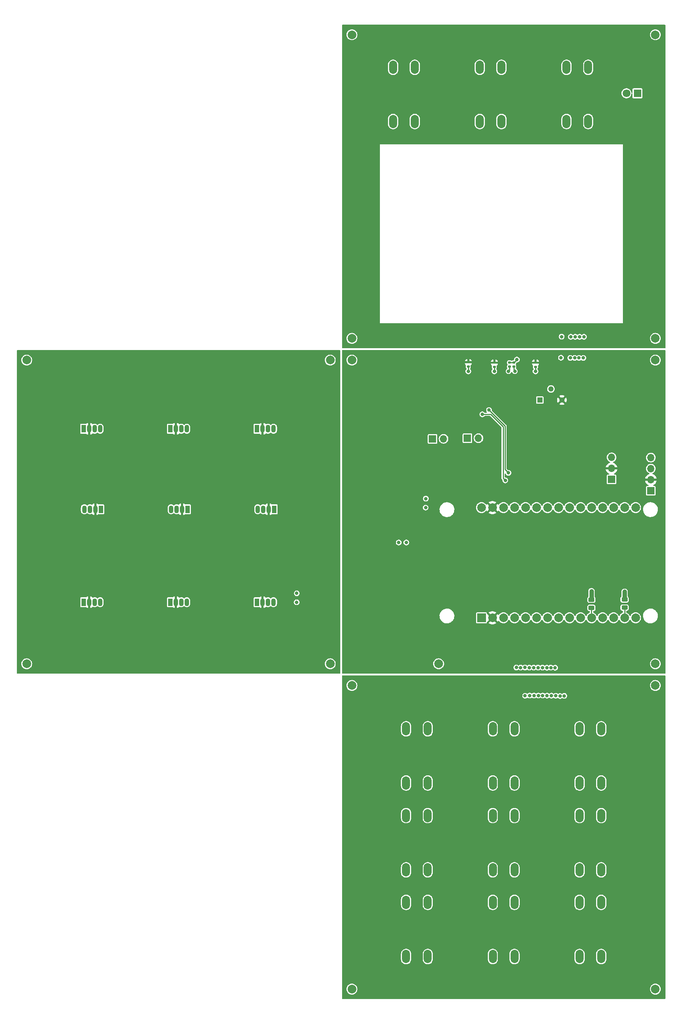
<source format=gbr>
%TF.GenerationSoftware,KiCad,Pcbnew,7.0.2*%
%TF.CreationDate,2023-07-05T22:01:38+03:00*%
%TF.ProjectId,strange_games,73747261-6e67-4655-9f67-616d65732e6b,rev?*%
%TF.SameCoordinates,Original*%
%TF.FileFunction,Copper,L2,Bot*%
%TF.FilePolarity,Positive*%
%FSLAX46Y46*%
G04 Gerber Fmt 4.6, Leading zero omitted, Abs format (unit mm)*
G04 Created by KiCad (PCBNEW 7.0.2) date 2023-07-05 22:01:38*
%MOMM*%
%LPD*%
G01*
G04 APERTURE LIST*
G04 Aperture macros list*
%AMRoundRect*
0 Rectangle with rounded corners*
0 $1 Rounding radius*
0 $2 $3 $4 $5 $6 $7 $8 $9 X,Y pos of 4 corners*
0 Add a 4 corners polygon primitive as box body*
4,1,4,$2,$3,$4,$5,$6,$7,$8,$9,$2,$3,0*
0 Add four circle primitives for the rounded corners*
1,1,$1+$1,$2,$3*
1,1,$1+$1,$4,$5*
1,1,$1+$1,$6,$7*
1,1,$1+$1,$8,$9*
0 Add four rect primitives between the rounded corners*
20,1,$1+$1,$2,$3,$4,$5,0*
20,1,$1+$1,$4,$5,$6,$7,0*
20,1,$1+$1,$6,$7,$8,$9,0*
20,1,$1+$1,$8,$9,$2,$3,0*%
G04 Aperture macros list end*
%TA.AperFunction,ComponentPad*%
%ADD10O,1.850000X3.048000*%
%TD*%
%TA.AperFunction,ComponentPad*%
%ADD11C,2.000000*%
%TD*%
%TA.AperFunction,ComponentPad*%
%ADD12R,2.000000X2.000000*%
%TD*%
%TA.AperFunction,ComponentPad*%
%ADD13O,1.700000X1.700000*%
%TD*%
%TA.AperFunction,ComponentPad*%
%ADD14R,1.700000X1.700000*%
%TD*%
%TA.AperFunction,ComponentPad*%
%ADD15O,1.070000X1.800000*%
%TD*%
%TA.AperFunction,ComponentPad*%
%ADD16R,1.070000X1.800000*%
%TD*%
%TA.AperFunction,ComponentPad*%
%ADD17R,1.222000X1.222000*%
%TD*%
%TA.AperFunction,ComponentPad*%
%ADD18C,1.222000*%
%TD*%
%TA.AperFunction,ComponentPad*%
%ADD19C,1.800000*%
%TD*%
%TA.AperFunction,ComponentPad*%
%ADD20R,1.800000X1.800000*%
%TD*%
%TA.AperFunction,SMDPad,CuDef*%
%ADD21RoundRect,0.243750X0.456250X-0.243750X0.456250X0.243750X-0.456250X0.243750X-0.456250X-0.243750X0*%
%TD*%
%TA.AperFunction,SMDPad,CuDef*%
%ADD22RoundRect,0.140000X0.170000X-0.140000X0.170000X0.140000X-0.170000X0.140000X-0.170000X-0.140000X0*%
%TD*%
%TA.AperFunction,SMDPad,CuDef*%
%ADD23RoundRect,0.140000X-0.170000X0.140000X-0.170000X-0.140000X0.170000X-0.140000X0.170000X0.140000X0*%
%TD*%
%TA.AperFunction,ViaPad*%
%ADD24C,0.800000*%
%TD*%
%TA.AperFunction,ViaPad*%
%ADD25C,2.000000*%
%TD*%
%TA.AperFunction,Conductor*%
%ADD26C,0.250000*%
%TD*%
%TA.AperFunction,Conductor*%
%ADD27C,1.000000*%
%TD*%
G04 APERTURE END LIST*
D10*
%TO.P,SW1,2,2*%
%TO.N,Net-(R3-Pad1)*%
X143846000Y-64040000D03*
X143846000Y-51540000D03*
%TO.P,SW1,1,1*%
%TO.N,+3V3*%
X138846000Y-64040000D03*
X138846000Y-51540000D03*
%TD*%
%TO.P,SW12,2,2*%
%TO.N,Net-(R19-Pad1)*%
X183846000Y-64040000D03*
X183846000Y-51540000D03*
%TO.P,SW12,1,1*%
%TO.N,+3V3*%
X178846000Y-64040000D03*
X178846000Y-51540000D03*
%TD*%
%TO.P,SW2,2,2*%
%TO.N,Net-(R4-Pad1)*%
X163846000Y-64040000D03*
X163846000Y-51540000D03*
%TO.P,SW2,1,1*%
%TO.N,+3V3*%
X158846000Y-64040000D03*
X158846000Y-51540000D03*
%TD*%
D11*
%TO.P,U4,30,VIN*%
%TO.N,unconnected-(U4-VIN-Pad30)*%
X159226000Y-153040000D03*
%TO.P,U4,29,GND__1*%
%TO.N,GND*%
X161766000Y-153040000D03*
%TO.P,U4,28,D13*%
%TO.N,MOSI*%
X164306000Y-153040000D03*
%TO.P,U4,27,D12*%
%TO.N,A0*%
X166846000Y-153040000D03*
%TO.P,U4,26,D14*%
%TO.N,CLK*%
X169386000Y-153040000D03*
%TO.P,U4,25,D27*%
%TO.N,PhotoSensor*%
X171926000Y-153040000D03*
%TO.P,U4,24,D26*%
%TO.N,B12*%
X174466000Y-153040000D03*
%TO.P,U4,23,D25*%
%TO.N,B11*%
X177006000Y-153040000D03*
%TO.P,U4,22,D33*%
%TO.N,B10*%
X179546000Y-153040000D03*
%TO.P,U4,21,D32*%
%TO.N,Door*%
X182086000Y-153040000D03*
%TO.P,U4,20,D35*%
%TO.N,VibrationMotor*%
X184626000Y-153040000D03*
%TO.P,U4,19,D34*%
%TO.N,Luminodiodes*%
X187166000Y-153040000D03*
%TO.P,U4,18,VN*%
%TO.N,VibrationSensor*%
X189706000Y-153040000D03*
%TO.P,U4,17,VP*%
%TO.N,GasSensor*%
X192246000Y-153040000D03*
%TO.P,U4,16,EN*%
%TO.N,+3V3*%
X194786000Y-153040000D03*
%TO.P,U4,15,D23*%
%TO.N,INT2*%
X194786000Y-178440000D03*
%TO.P,U4,14,D22*%
%TO.N,SCL*%
X192246000Y-178440000D03*
%TO.P,U4,13,TX0*%
%TO.N,B9*%
X189706000Y-178440000D03*
%TO.P,U4,12,RX0*%
%TO.N,B8*%
X187166000Y-178440000D03*
%TO.P,U4,11,D21*%
%TO.N,SDA*%
X184626000Y-178440000D03*
%TO.P,U4,10,D19*%
%TO.N,INT1*%
X182086000Y-178440000D03*
%TO.P,U4,9,D18*%
%TO.N,B7*%
X179546000Y-178440000D03*
%TO.P,U4,8,D5*%
%TO.N,B6*%
X177006000Y-178440000D03*
%TO.P,U4,7,TX2*%
%TO.N,B5*%
X174466000Y-178440000D03*
%TO.P,U4,6,RX2*%
%TO.N,B4*%
X171926000Y-178440000D03*
%TO.P,U4,5,D4*%
%TO.N,B3*%
X169386000Y-178440000D03*
%TO.P,U4,4,D2*%
%TO.N,B2*%
X166846000Y-178440000D03*
%TO.P,U4,3,D15*%
%TO.N,B1*%
X164306000Y-178440000D03*
%TO.P,U4,2,GND*%
%TO.N,GND*%
X161766000Y-178440000D03*
D12*
%TO.P,U4,1,3V3*%
%TO.N,+3V3*%
X159226000Y-178440000D03*
%TD*%
D13*
%TO.P,U6,3,DO*%
%TO.N,VibrationSensor*%
X189246000Y-141460000D03*
%TO.P,U6,2,GND*%
%TO.N,GND*%
X189246000Y-144000000D03*
D14*
%TO.P,U6,1,VCC*%
%TO.N,+3V3*%
X189246000Y-146540000D03*
%TD*%
D15*
%TO.P,D11,4,DI*%
%TO.N,Net-(D10-DO)*%
X111275000Y-134859600D03*
%TO.P,D11,3,VDD*%
%TO.N,+3V3*%
X110005000Y-134859600D03*
%TO.P,D11,2,GND*%
%TO.N,GND*%
X108735000Y-134859600D03*
D16*
%TO.P,D11,1,DO*%
%TO.N,Net-(D11-DO)*%
X107465000Y-134859600D03*
%TD*%
D17*
%TO.P,RV1,1,1*%
%TO.N,Net-(J1-V0)*%
X172700500Y-128240000D03*
D18*
%TO.P,RV1,2,2*%
%TO.N,Net-(J1-VR)*%
X175240500Y-125700000D03*
%TO.P,RV1,3,3*%
%TO.N,GND*%
X177780500Y-128240000D03*
%TD*%
D14*
%TO.P,M1,1,+*%
%TO.N,+3V3*%
X155996000Y-137040000D03*
D13*
%TO.P,M1,2,-*%
%TO.N,Net-(D4-A)*%
X158536000Y-137040000D03*
%TD*%
D14*
%TO.P,L1,1,1*%
%TO.N,+12V*%
X147946000Y-137200000D03*
D13*
%TO.P,L1,2,2*%
%TO.N,Net-(D3-A)*%
X150486000Y-137200000D03*
%TD*%
%TO.P,U8,4,DO*%
%TO.N,GasSensor*%
X198311261Y-141520000D03*
%TO.P,U8,3,AO*%
%TO.N,unconnected-(U8-AO-Pad3)*%
X198311261Y-144060000D03*
%TO.P,U8,2,GND*%
%TO.N,GND*%
X198311261Y-146600000D03*
D14*
%TO.P,U8,1,VCC*%
%TO.N,+3V3*%
X198311261Y-149140000D03*
%TD*%
D19*
%TO.P,Q4,2,E*%
%TO.N,PhotoSensor*%
X192666046Y-57540000D03*
D20*
%TO.P,Q4,1,C*%
%TO.N,+3V3*%
X195206046Y-57540000D03*
%TD*%
D16*
%TO.P,D8,1,DO*%
%TO.N,Net-(D8-DO)*%
X71435000Y-153429600D03*
D15*
%TO.P,D8,2,GND*%
%TO.N,GND*%
X70165000Y-153429600D03*
%TO.P,D8,3,VDD*%
%TO.N,+3V3*%
X68895000Y-153429600D03*
%TO.P,D8,4,DI*%
%TO.N,Net-(D7-DO)*%
X67625000Y-153429600D03*
%TD*%
D16*
%TO.P,D5,1,DO*%
%TO.N,Net-(D5-DO)*%
X107465000Y-174859600D03*
D15*
%TO.P,D5,2,GND*%
%TO.N,GND*%
X108735000Y-174859600D03*
%TO.P,D5,3,VDD*%
%TO.N,+3V3*%
X110005000Y-174859600D03*
%TO.P,D5,4,DI*%
%TO.N,Luminodiodes*%
X111275000Y-174859600D03*
%TD*%
D10*
%TO.P,SW5,1,1*%
%TO.N,+3V3*%
X181846000Y-204040000D03*
X181846000Y-216540000D03*
%TO.P,SW5,2,2*%
%TO.N,Net-(R25-Pad1)*%
X186846000Y-204040000D03*
X186846000Y-216540000D03*
%TD*%
D16*
%TO.P,D9,1,DO*%
%TO.N,Net-(D10-DI)*%
X91435000Y-153429600D03*
D15*
%TO.P,D9,2,GND*%
%TO.N,GND*%
X90165000Y-153429600D03*
%TO.P,D9,3,VDD*%
%TO.N,+3V3*%
X88895000Y-153429600D03*
%TO.P,D9,4,DI*%
%TO.N,Net-(D8-DO)*%
X87625000Y-153429600D03*
%TD*%
D16*
%TO.P,D10,1,DO*%
%TO.N,Net-(D10-DO)*%
X111435000Y-153429600D03*
D15*
%TO.P,D10,2,GND*%
%TO.N,GND*%
X110165000Y-153429600D03*
%TO.P,D10,3,VDD*%
%TO.N,+3V3*%
X108895000Y-153429600D03*
%TO.P,D10,4,DI*%
%TO.N,Net-(D10-DI)*%
X107625000Y-153429600D03*
%TD*%
D21*
%TO.P,R2,1*%
%TO.N,SCL*%
X192244023Y-176099537D03*
%TO.P,R2,2*%
%TO.N,+3V3*%
X192244023Y-174224537D03*
%TD*%
D10*
%TO.P,SW9,1,1*%
%TO.N,+3V3*%
X141846000Y-244040000D03*
X141846000Y-256540000D03*
%TO.P,SW9,2,2*%
%TO.N,Net-(R37-Pad1)*%
X146846000Y-244040000D03*
X146846000Y-256540000D03*
%TD*%
%TO.P,SW7,1,1*%
%TO.N,+3V3*%
X161846000Y-224040000D03*
X161846000Y-236540000D03*
%TO.P,SW7,2,2*%
%TO.N,Net-(R32-Pad1)*%
X166846000Y-224040000D03*
X166846000Y-236540000D03*
%TD*%
D22*
%TO.P,C19,1*%
%TO.N,Net-(J1-CAP2+)*%
X165696000Y-120572998D03*
%TO.P,C19,2*%
%TO.N,Net-(J1-CAP2-)*%
X165696000Y-119612998D03*
%TD*%
D10*
%TO.P,SW3,1,1*%
%TO.N,+3V3*%
X141846000Y-204040000D03*
X141846000Y-216540000D03*
%TO.P,SW3,2,2*%
%TO.N,Net-(R21-Pad1)*%
X146846000Y-204040000D03*
X146846000Y-216540000D03*
%TD*%
D23*
%TO.P,C10,1*%
%TO.N,GND*%
X156196000Y-119542998D03*
%TO.P,C10,2*%
%TO.N,+3V3*%
X156196000Y-120502998D03*
%TD*%
D22*
%TO.P,C20,1*%
%TO.N,Net-(J1-CAP4+)*%
X166696000Y-120572998D03*
%TO.P,C20,2*%
%TO.N,Net-(J1-CAP2-)*%
X166696000Y-119612998D03*
%TD*%
D10*
%TO.P,SW8,1,1*%
%TO.N,+3V3*%
X181846000Y-224040000D03*
X181846000Y-236540000D03*
%TO.P,SW8,2,2*%
%TO.N,Net-(R34-Pad1)*%
X186846000Y-224040000D03*
X186846000Y-236540000D03*
%TD*%
D21*
%TO.P,R1,1*%
%TO.N,SDA*%
X184594023Y-176149537D03*
%TO.P,R1,2*%
%TO.N,+3V3*%
X184594023Y-174274537D03*
%TD*%
D16*
%TO.P,D7,1,DO*%
%TO.N,Net-(D7-DO)*%
X67465000Y-174859600D03*
D15*
%TO.P,D7,2,GND*%
%TO.N,GND*%
X68735000Y-174859600D03*
%TO.P,D7,3,VDD*%
%TO.N,+3V3*%
X70005000Y-174859600D03*
%TO.P,D7,4,DI*%
%TO.N,Net-(D6-DO)*%
X71275000Y-174859600D03*
%TD*%
D16*
%TO.P,D13,1,DO*%
%TO.N,unconnected-(D13-DO-Pad1)*%
X67465000Y-134859600D03*
D15*
%TO.P,D13,2,GND*%
%TO.N,GND*%
X68735000Y-134859600D03*
%TO.P,D13,3,VDD*%
%TO.N,+3V3*%
X70005000Y-134859600D03*
%TO.P,D13,4,DI*%
%TO.N,Net-(D12-DO)*%
X71275000Y-134859600D03*
%TD*%
D10*
%TO.P,SW11,1,1*%
%TO.N,+3V3*%
X181846000Y-244040000D03*
X181846000Y-256540000D03*
%TO.P,SW11,2,2*%
%TO.N,Net-(R41-Pad1)*%
X186846000Y-244040000D03*
X186846000Y-256540000D03*
%TD*%
D22*
%TO.P,C45,1*%
%TO.N,+3V3*%
X171696000Y-120602998D03*
%TO.P,C45,2*%
%TO.N,GND*%
X171696000Y-119642998D03*
%TD*%
D16*
%TO.P,D6,1,DO*%
%TO.N,Net-(D6-DO)*%
X87465000Y-174859600D03*
D15*
%TO.P,D6,2,GND*%
%TO.N,GND*%
X88735000Y-174859600D03*
%TO.P,D6,3,VDD*%
%TO.N,+3V3*%
X90005000Y-174859600D03*
%TO.P,D6,4,DI*%
%TO.N,Net-(D5-DO)*%
X91275000Y-174859600D03*
%TD*%
D10*
%TO.P,SW4,1,1*%
%TO.N,+3V3*%
X161846000Y-204040000D03*
X161846000Y-216540000D03*
%TO.P,SW4,2,2*%
%TO.N,Net-(R23-Pad1)*%
X166846000Y-204040000D03*
X166846000Y-216540000D03*
%TD*%
D16*
%TO.P,D12,1,DO*%
%TO.N,Net-(D12-DO)*%
X87465000Y-134859600D03*
D15*
%TO.P,D12,2,GND*%
%TO.N,GND*%
X88735000Y-134859600D03*
%TO.P,D12,3,VDD*%
%TO.N,+3V3*%
X90005000Y-134859600D03*
%TO.P,D12,4,DI*%
%TO.N,Net-(D11-DO)*%
X91275000Y-134859600D03*
%TD*%
D22*
%TO.P,C42,1*%
%TO.N,+3V3*%
X162196000Y-120602998D03*
%TO.P,C42,2*%
%TO.N,GND*%
X162196000Y-119642998D03*
%TD*%
D10*
%TO.P,SW6,1,1*%
%TO.N,+3V3*%
X141846000Y-224040000D03*
X141846000Y-236540000D03*
%TO.P,SW6,2,2*%
%TO.N,Net-(R30-Pad1)*%
X146846000Y-224040000D03*
X146846000Y-236540000D03*
%TD*%
%TO.P,SW10,1,1*%
%TO.N,+3V3*%
X161846000Y-244040000D03*
X161846000Y-256540000D03*
%TO.P,SW10,2,2*%
%TO.N,Net-(R39-Pad1)*%
X166846000Y-244040000D03*
X166846000Y-256540000D03*
%TD*%
D24*
%TO.N,+3V3*%
X177566818Y-118495565D03*
%TO.N,GND*%
X178605346Y-118529594D03*
%TO.N,+3V3*%
X177723871Y-113635433D03*
%TO.N,GND*%
X178762399Y-113669462D03*
%TO.N,+3V3*%
X116626743Y-172797636D03*
%TO.N,GND*%
X116592714Y-173836164D03*
%TO.N,+3V3*%
X146397645Y-150978439D03*
%TO.N,GND*%
X146363616Y-152016967D03*
%TO.N,+3V3*%
X169275908Y-196411717D03*
%TO.N,GND*%
X168276405Y-196411717D03*
X166234061Y-189877666D03*
%TO.N,+3V3*%
X167272589Y-189911695D03*
%TO.N,GND*%
X169746000Y-121440000D03*
X163946000Y-121040000D03*
X155096000Y-124790000D03*
X141596000Y-150290000D03*
X152346000Y-146540000D03*
X159346000Y-146540000D03*
D25*
%TO.N,*%
X149346000Y-189040000D03*
X199346000Y-189040000D03*
X199346000Y-264040000D03*
X129346000Y-264040000D03*
X199346000Y-194040000D03*
X129346000Y-194040000D03*
X54346000Y-189040000D03*
X124346000Y-189040000D03*
X124346000Y-119040000D03*
X54346000Y-119040000D03*
X129346000Y-114040000D03*
X199346000Y-44040000D03*
X129346000Y-44040000D03*
X129346000Y-119040000D03*
X199346000Y-119040000D03*
X199346000Y-114040000D03*
D24*
%TO.N,Luminodiodes*%
X146346000Y-153040000D03*
%TO.N,GND*%
X183196000Y-141440000D03*
X184646000Y-146540000D03*
%TO.N,B8*%
X175219635Y-189936873D03*
%TO.N,B9*%
X176226000Y-189955108D03*
%TO.N,B7*%
X174308968Y-189955108D03*
%TO.N,B6*%
X173302603Y-189936873D03*
%TO.N,B5*%
X172284369Y-189930509D03*
%TO.N,B4*%
X171272070Y-189918210D03*
%TO.N,B3*%
X170272070Y-189918210D03*
%TO.N,B2*%
X169272569Y-189917004D03*
%TO.N,B10*%
X182720009Y-118540000D03*
%TO.N,B11*%
X181720506Y-118540000D03*
%TO.N,B12*%
X180721003Y-118540000D03*
%TO.N,PhotoSensor*%
X179721500Y-118540000D03*
%TO.N,GND*%
X160826000Y-150020000D03*
X182033500Y-249728000D03*
X161783500Y-249728000D03*
X141942000Y-249768000D03*
X142192000Y-229768000D03*
X162192000Y-229768000D03*
X181942000Y-229768000D03*
X182033500Y-209728000D03*
X162192000Y-209728000D03*
X142346000Y-209728000D03*
%TO.N,B12*%
X180864723Y-113667340D03*
%TO.N,B11*%
X181864148Y-113679785D03*
%TO.N,B10*%
X182863649Y-113680991D03*
%TO.N,PhotoSensor*%
X179835134Y-113675460D03*
%TO.N,Luminodiodes*%
X116600000Y-174859600D03*
%TO.N,B8*%
X177346000Y-196478000D03*
%TO.N,B9*%
X178345065Y-196448434D03*
%TO.N,B4*%
X173346000Y-196378000D03*
%TO.N,B6*%
X175376533Y-196396663D03*
%TO.N,B3*%
X172346000Y-196378000D03*
%TO.N,B5*%
X174358299Y-196390299D03*
%TO.N,B7*%
X176382898Y-196414898D03*
%TO.N,B2*%
X171346000Y-196378000D03*
%TO.N,B1*%
X170346000Y-196378000D03*
X168272070Y-189918210D03*
%TO.N,GND*%
X191924023Y-182920266D03*
X192666046Y-63040000D03*
X193061261Y-149160000D03*
X143346000Y-157533750D03*
X70000000Y-170780000D03*
X192924023Y-186720266D03*
X110000000Y-170800000D03*
X108900000Y-157689200D03*
X130146000Y-156590000D03*
X68900000Y-157709200D03*
X187324023Y-181020266D03*
X135946000Y-118040000D03*
X90000000Y-170800000D03*
X188666046Y-58040000D03*
X147428525Y-165947207D03*
X161611000Y-176210710D03*
X191839494Y-141497934D03*
X88900000Y-157709200D03*
X186724023Y-189220266D03*
X70000000Y-130580000D03*
X144133500Y-124620446D03*
X90000000Y-130590000D03*
X134946000Y-146224053D03*
X134946000Y-151040000D03*
X110000000Y-130600000D03*
%TO.N,Net-(J1-CAP2-)*%
X167387771Y-118922998D03*
%TO.N,Net-(J1-CAP2+)*%
X165471500Y-121611048D03*
%TO.N,Net-(J1-CAP4+)*%
X166920500Y-121612998D03*
%TO.N,+BATT*%
X140146000Y-161090000D03*
%TO.N,+3V3*%
X171696000Y-121622998D03*
X192244023Y-172470266D03*
X184624023Y-172343130D03*
X162196000Y-121622998D03*
X156196000Y-121622998D03*
%TO.N,-BATT*%
X141896000Y-161090000D03*
%TO.N,A0*%
X159446000Y-131540000D03*
X164719570Y-146766430D03*
%TO.N,CLK*%
X160971500Y-130540000D03*
X165446000Y-145040000D03*
%TD*%
D26*
%TO.N,Net-(J1-CAP2-)*%
X166697771Y-119612998D02*
X167387771Y-118922998D01*
X165696000Y-119612998D02*
X166697771Y-119612998D01*
%TO.N,Net-(J1-CAP2+)*%
X165696000Y-121386548D02*
X165696000Y-120572998D01*
X165471500Y-121611048D02*
X165696000Y-121386548D01*
%TO.N,Net-(J1-CAP4+)*%
X166696000Y-121388498D02*
X166696000Y-120572998D01*
X166920500Y-121612998D02*
X166696000Y-121388498D01*
D27*
%TO.N,+3V3*%
X184624023Y-172343130D02*
X184624023Y-174097401D01*
D26*
X162196000Y-121622998D02*
X162196000Y-120602998D01*
X156196000Y-121622998D02*
X156196000Y-120502998D01*
X171696000Y-121622998D02*
X171696000Y-120602998D01*
D27*
X192244023Y-172470266D02*
X192244023Y-174224537D01*
D26*
%TO.N,SDA*%
X184594023Y-176149537D02*
X184594023Y-178487083D01*
%TO.N,SCL*%
X192244023Y-176099537D02*
X192244023Y-178517083D01*
%TO.N,A0*%
X164221000Y-134425896D02*
X161335104Y-131540000D01*
X164221000Y-146267860D02*
X164221000Y-134425896D01*
X161335104Y-131540000D02*
X159446000Y-131540000D01*
X164719570Y-146766430D02*
X164221000Y-146267860D01*
%TO.N,CLK*%
X164671000Y-134239500D02*
X160971500Y-130540000D01*
X165446000Y-145040000D02*
X164671000Y-144265000D01*
X164671000Y-144265000D02*
X164671000Y-134239500D01*
%TD*%
%TA.AperFunction,Conductor*%
%TO.N,GND*%
G36*
X126588539Y-116760185D02*
G01*
X126634294Y-116812989D01*
X126645500Y-116864500D01*
X126645500Y-191215500D01*
X126625815Y-191282539D01*
X126573011Y-191328294D01*
X126521500Y-191339500D01*
X52170500Y-191339500D01*
X52103461Y-191319815D01*
X52057706Y-191267011D01*
X52046500Y-191215500D01*
X52046500Y-189040000D01*
X53090722Y-189040000D01*
X53109792Y-189257974D01*
X53109793Y-189257977D01*
X53166425Y-189469330D01*
X53258898Y-189667639D01*
X53384402Y-189846877D01*
X53539123Y-190001598D01*
X53718361Y-190127102D01*
X53916670Y-190219575D01*
X54128023Y-190276207D01*
X54346000Y-190295277D01*
X54563977Y-190276207D01*
X54775330Y-190219575D01*
X54973639Y-190127102D01*
X55152877Y-190001598D01*
X55307598Y-189846877D01*
X55433102Y-189667639D01*
X55525575Y-189469330D01*
X55582207Y-189257977D01*
X55601277Y-189040000D01*
X123090722Y-189040000D01*
X123109792Y-189257974D01*
X123109793Y-189257977D01*
X123166425Y-189469330D01*
X123258898Y-189667639D01*
X123384402Y-189846877D01*
X123539123Y-190001598D01*
X123718361Y-190127102D01*
X123916670Y-190219575D01*
X124128023Y-190276207D01*
X124346000Y-190295277D01*
X124563977Y-190276207D01*
X124775330Y-190219575D01*
X124973639Y-190127102D01*
X125152877Y-190001598D01*
X125307598Y-189846877D01*
X125433102Y-189667639D01*
X125525575Y-189469330D01*
X125582207Y-189257977D01*
X125601277Y-189040000D01*
X125582207Y-188822023D01*
X125525575Y-188610670D01*
X125433102Y-188412362D01*
X125307598Y-188233123D01*
X125152877Y-188078402D01*
X124973639Y-187952898D01*
X124882205Y-187910261D01*
X124775331Y-187860425D01*
X124563974Y-187803792D01*
X124346000Y-187784722D01*
X124128025Y-187803792D01*
X123916668Y-187860425D01*
X123718361Y-187952898D01*
X123539122Y-188078402D01*
X123384402Y-188233122D01*
X123258898Y-188412361D01*
X123166425Y-188610668D01*
X123109792Y-188822025D01*
X123090722Y-189040000D01*
X55601277Y-189040000D01*
X55582207Y-188822023D01*
X55525575Y-188610670D01*
X55433102Y-188412362D01*
X55307598Y-188233123D01*
X55152877Y-188078402D01*
X54973639Y-187952898D01*
X54882205Y-187910261D01*
X54775331Y-187860425D01*
X54563974Y-187803792D01*
X54346000Y-187784722D01*
X54128025Y-187803792D01*
X53916668Y-187860425D01*
X53718361Y-187952898D01*
X53539122Y-188078402D01*
X53384402Y-188233122D01*
X53258898Y-188412361D01*
X53166425Y-188610668D01*
X53109792Y-188822025D01*
X53090722Y-189040000D01*
X52046500Y-189040000D01*
X52046500Y-175784274D01*
X66679499Y-175784274D01*
X66694033Y-175857338D01*
X66694033Y-175857339D01*
X66694034Y-175857340D01*
X66749399Y-175940201D01*
X66832260Y-175995566D01*
X66868792Y-176002833D01*
X66905325Y-176010100D01*
X68016286Y-176010100D01*
X68083325Y-176029785D01*
X68094950Y-176038246D01*
X68157204Y-176089335D01*
X68337003Y-176185440D01*
X68485000Y-176230334D01*
X68485000Y-175233789D01*
X68537547Y-175269616D01*
X68667173Y-175309600D01*
X68768724Y-175309600D01*
X68869138Y-175294465D01*
X68985000Y-175238668D01*
X68985000Y-176230334D01*
X69132996Y-176185440D01*
X69312795Y-176089335D01*
X69470396Y-175959997D01*
X69478843Y-175949704D01*
X69536587Y-175910367D01*
X69606431Y-175908493D01*
X69640671Y-175923369D01*
X69662028Y-175936789D01*
X69829104Y-175995251D01*
X69946368Y-176008463D01*
X70004999Y-176015070D01*
X70004999Y-176015069D01*
X70005000Y-176015070D01*
X70180896Y-175995251D01*
X70347972Y-175936789D01*
X70497850Y-175842614D01*
X70552319Y-175788145D01*
X70613642Y-175754660D01*
X70683334Y-175759644D01*
X70727681Y-175788145D01*
X70782150Y-175842614D01*
X70932028Y-175936789D01*
X71099104Y-175995251D01*
X71275000Y-176015070D01*
X71450896Y-175995251D01*
X71617972Y-175936789D01*
X71767850Y-175842614D01*
X71826190Y-175784274D01*
X86679500Y-175784274D01*
X86694033Y-175857338D01*
X86694033Y-175857339D01*
X86694034Y-175857340D01*
X86749399Y-175940201D01*
X86832260Y-175995566D01*
X86868792Y-176002833D01*
X86905325Y-176010100D01*
X88016286Y-176010100D01*
X88083325Y-176029785D01*
X88094950Y-176038246D01*
X88157204Y-176089335D01*
X88337003Y-176185440D01*
X88485000Y-176230334D01*
X88485000Y-175233789D01*
X88537547Y-175269616D01*
X88667173Y-175309600D01*
X88768724Y-175309600D01*
X88869138Y-175294465D01*
X88985000Y-175238668D01*
X88985000Y-176230334D01*
X89132996Y-176185440D01*
X89312795Y-176089335D01*
X89470396Y-175959997D01*
X89478843Y-175949704D01*
X89536587Y-175910367D01*
X89606431Y-175908493D01*
X89640671Y-175923369D01*
X89662028Y-175936789D01*
X89829104Y-175995251D01*
X89946368Y-176008463D01*
X90004999Y-176015070D01*
X90004999Y-176015069D01*
X90005000Y-176015070D01*
X90180896Y-175995251D01*
X90347972Y-175936789D01*
X90497850Y-175842614D01*
X90552319Y-175788145D01*
X90613642Y-175754660D01*
X90683334Y-175759644D01*
X90727681Y-175788145D01*
X90782150Y-175842614D01*
X90932028Y-175936789D01*
X91099104Y-175995251D01*
X91275000Y-176015070D01*
X91450896Y-175995251D01*
X91617972Y-175936789D01*
X91767850Y-175842614D01*
X91826190Y-175784274D01*
X106679500Y-175784274D01*
X106694033Y-175857338D01*
X106694033Y-175857339D01*
X106694034Y-175857340D01*
X106749399Y-175940201D01*
X106832260Y-175995566D01*
X106868792Y-176002833D01*
X106905325Y-176010100D01*
X108016286Y-176010100D01*
X108083325Y-176029785D01*
X108094950Y-176038246D01*
X108157204Y-176089335D01*
X108337003Y-176185440D01*
X108485000Y-176230334D01*
X108485000Y-175233789D01*
X108537547Y-175269616D01*
X108667173Y-175309600D01*
X108768724Y-175309600D01*
X108869138Y-175294465D01*
X108985000Y-175238668D01*
X108985000Y-176230334D01*
X109132996Y-176185440D01*
X109312795Y-176089335D01*
X109470396Y-175959997D01*
X109478843Y-175949704D01*
X109536587Y-175910367D01*
X109606431Y-175908493D01*
X109640671Y-175923369D01*
X109662028Y-175936789D01*
X109829104Y-175995251D01*
X109946368Y-176008463D01*
X110004999Y-176015070D01*
X110004999Y-176015069D01*
X110005000Y-176015070D01*
X110180896Y-175995251D01*
X110347972Y-175936789D01*
X110497850Y-175842614D01*
X110552319Y-175788145D01*
X110613642Y-175754660D01*
X110683334Y-175759644D01*
X110727681Y-175788145D01*
X110782150Y-175842614D01*
X110932028Y-175936789D01*
X111099104Y-175995251D01*
X111275000Y-176015070D01*
X111450896Y-175995251D01*
X111617972Y-175936789D01*
X111767850Y-175842614D01*
X111893014Y-175717450D01*
X111987189Y-175567572D01*
X112045651Y-175400496D01*
X112060500Y-175268709D01*
X112060500Y-174859600D01*
X115944721Y-174859600D01*
X115963763Y-175016418D01*
X116019780Y-175164123D01*
X116109515Y-175294128D01*
X116109516Y-175294129D01*
X116109517Y-175294130D01*
X116227760Y-175398883D01*
X116367635Y-175472296D01*
X116521015Y-175510100D01*
X116678985Y-175510100D01*
X116832365Y-175472296D01*
X116972240Y-175398883D01*
X117090483Y-175294130D01*
X117180220Y-175164123D01*
X117236237Y-175016418D01*
X117255278Y-174859600D01*
X117236237Y-174702782D01*
X117180220Y-174555077D01*
X117090483Y-174425070D01*
X116972240Y-174320317D01*
X116958994Y-174313364D01*
X116832364Y-174246903D01*
X116678985Y-174209100D01*
X116521015Y-174209100D01*
X116367635Y-174246903D01*
X116227761Y-174320316D01*
X116109515Y-174425071D01*
X116019780Y-174555076D01*
X115963763Y-174702781D01*
X115944721Y-174859600D01*
X112060500Y-174859600D01*
X112060500Y-174450491D01*
X112045651Y-174318704D01*
X111987189Y-174151628D01*
X111893014Y-174001750D01*
X111767850Y-173876586D01*
X111617972Y-173782411D01*
X111450896Y-173723949D01*
X111450895Y-173723948D01*
X111450893Y-173723948D01*
X111275000Y-173704129D01*
X111099106Y-173723948D01*
X110932027Y-173782411D01*
X110782150Y-173876586D01*
X110727681Y-173931055D01*
X110666357Y-173964539D01*
X110596666Y-173959554D01*
X110552319Y-173931055D01*
X110552318Y-173931054D01*
X110497850Y-173876586D01*
X110347972Y-173782411D01*
X110180896Y-173723949D01*
X110180895Y-173723948D01*
X110180893Y-173723948D01*
X110004999Y-173704129D01*
X109829106Y-173723948D01*
X109738018Y-173755821D01*
X109662028Y-173782411D01*
X109662027Y-173782411D01*
X109662023Y-173782413D01*
X109640669Y-173795830D01*
X109573432Y-173814829D01*
X109506597Y-173794460D01*
X109478845Y-173769498D01*
X109470395Y-173759201D01*
X109312795Y-173629864D01*
X109132994Y-173533757D01*
X108985001Y-173488864D01*
X108985000Y-173488864D01*
X108985000Y-174485410D01*
X108932453Y-174449584D01*
X108802827Y-174409600D01*
X108701276Y-174409600D01*
X108600862Y-174424735D01*
X108485000Y-174480531D01*
X108485000Y-173488864D01*
X108484998Y-173488864D01*
X108337005Y-173533757D01*
X108157204Y-173629864D01*
X108094950Y-173680954D01*
X108030640Y-173708266D01*
X108016286Y-173709100D01*
X106905325Y-173709100D01*
X106832261Y-173723633D01*
X106749399Y-173778999D01*
X106694033Y-173861861D01*
X106679500Y-173934925D01*
X106679500Y-175784274D01*
X91826190Y-175784274D01*
X91893014Y-175717450D01*
X91987189Y-175567572D01*
X92045651Y-175400496D01*
X92060500Y-175268709D01*
X92060500Y-174450491D01*
X92045651Y-174318704D01*
X91987189Y-174151628D01*
X91893014Y-174001750D01*
X91767850Y-173876586D01*
X91617972Y-173782411D01*
X91450896Y-173723949D01*
X91450895Y-173723948D01*
X91450893Y-173723948D01*
X91275000Y-173704129D01*
X91099106Y-173723948D01*
X90932027Y-173782411D01*
X90782150Y-173876586D01*
X90727679Y-173931056D01*
X90666355Y-173964540D01*
X90596664Y-173959554D01*
X90552318Y-173931054D01*
X90497851Y-173876587D01*
X90497850Y-173876586D01*
X90347972Y-173782411D01*
X90180896Y-173723949D01*
X90180895Y-173723948D01*
X90180893Y-173723948D01*
X90004999Y-173704129D01*
X89829106Y-173723948D01*
X89738018Y-173755821D01*
X89662028Y-173782411D01*
X89662027Y-173782411D01*
X89662023Y-173782413D01*
X89640669Y-173795830D01*
X89573432Y-173814829D01*
X89506597Y-173794460D01*
X89478845Y-173769498D01*
X89470395Y-173759201D01*
X89312795Y-173629864D01*
X89132994Y-173533757D01*
X88985001Y-173488864D01*
X88985000Y-173488864D01*
X88985000Y-174485410D01*
X88932453Y-174449584D01*
X88802827Y-174409600D01*
X88701276Y-174409600D01*
X88600862Y-174424735D01*
X88485000Y-174480531D01*
X88485000Y-173488864D01*
X88484998Y-173488864D01*
X88337005Y-173533757D01*
X88157204Y-173629864D01*
X88094950Y-173680954D01*
X88030640Y-173708266D01*
X88016286Y-173709100D01*
X86905325Y-173709100D01*
X86832261Y-173723633D01*
X86749399Y-173778999D01*
X86694033Y-173861861D01*
X86679500Y-173934925D01*
X86679500Y-175784274D01*
X71826190Y-175784274D01*
X71893014Y-175717450D01*
X71987189Y-175567572D01*
X72045651Y-175400496D01*
X72060500Y-175268709D01*
X72060500Y-174450491D01*
X72045651Y-174318704D01*
X71987189Y-174151628D01*
X71893014Y-174001750D01*
X71767850Y-173876586D01*
X71617972Y-173782411D01*
X71450896Y-173723949D01*
X71450895Y-173723948D01*
X71450893Y-173723948D01*
X71275000Y-173704129D01*
X71099106Y-173723948D01*
X70932027Y-173782411D01*
X70782150Y-173876586D01*
X70727681Y-173931055D01*
X70666357Y-173964539D01*
X70596666Y-173959554D01*
X70552319Y-173931055D01*
X70552318Y-173931054D01*
X70497850Y-173876586D01*
X70347972Y-173782411D01*
X70180896Y-173723949D01*
X70180895Y-173723948D01*
X70180893Y-173723948D01*
X70004999Y-173704129D01*
X69829106Y-173723948D01*
X69738018Y-173755821D01*
X69662028Y-173782411D01*
X69662027Y-173782411D01*
X69662023Y-173782413D01*
X69640669Y-173795830D01*
X69573432Y-173814829D01*
X69506597Y-173794460D01*
X69478845Y-173769498D01*
X69470395Y-173759201D01*
X69312795Y-173629864D01*
X69132994Y-173533757D01*
X68985001Y-173488864D01*
X68985000Y-173488864D01*
X68985000Y-174485410D01*
X68932453Y-174449584D01*
X68802827Y-174409600D01*
X68701276Y-174409600D01*
X68600862Y-174424735D01*
X68485000Y-174480531D01*
X68485000Y-173488864D01*
X68484998Y-173488864D01*
X68337005Y-173533757D01*
X68157204Y-173629864D01*
X68094950Y-173680954D01*
X68030640Y-173708266D01*
X68016286Y-173709100D01*
X66905325Y-173709100D01*
X66832261Y-173723633D01*
X66749399Y-173778999D01*
X66694033Y-173861861D01*
X66679499Y-173934925D01*
X66679499Y-175784274D01*
X52046500Y-175784274D01*
X52046500Y-172797635D01*
X115971464Y-172797635D01*
X115990506Y-172954454D01*
X116046523Y-173102159D01*
X116136258Y-173232164D01*
X116136259Y-173232165D01*
X116136260Y-173232166D01*
X116254503Y-173336919D01*
X116394378Y-173410332D01*
X116547758Y-173448136D01*
X116705728Y-173448136D01*
X116859108Y-173410332D01*
X116998983Y-173336919D01*
X117117226Y-173232166D01*
X117206963Y-173102159D01*
X117262980Y-172954454D01*
X117282021Y-172797636D01*
X117262980Y-172640818D01*
X117206963Y-172493113D01*
X117117226Y-172363106D01*
X116998983Y-172258353D01*
X116985737Y-172251401D01*
X116859107Y-172184939D01*
X116705728Y-172147136D01*
X116547758Y-172147136D01*
X116394378Y-172184939D01*
X116254504Y-172258352D01*
X116136258Y-172363107D01*
X116046523Y-172493112D01*
X115990506Y-172640817D01*
X115971464Y-172797635D01*
X52046500Y-172797635D01*
X52046500Y-153838709D01*
X66839500Y-153838709D01*
X66839889Y-153842167D01*
X66839890Y-153842173D01*
X66854348Y-153970493D01*
X66854348Y-153970495D01*
X66854349Y-153970496D01*
X66912811Y-154137572D01*
X67006986Y-154287450D01*
X67132150Y-154412614D01*
X67282028Y-154506789D01*
X67449104Y-154565251D01*
X67625000Y-154585070D01*
X67800896Y-154565251D01*
X67967972Y-154506789D01*
X68117850Y-154412614D01*
X68172318Y-154358145D01*
X68233642Y-154324660D01*
X68303334Y-154329644D01*
X68347681Y-154358145D01*
X68402150Y-154412614D01*
X68552028Y-154506789D01*
X68719104Y-154565251D01*
X68836367Y-154578463D01*
X68894999Y-154585070D01*
X68894999Y-154585069D01*
X68895000Y-154585070D01*
X69070896Y-154565251D01*
X69237972Y-154506789D01*
X69259325Y-154493371D01*
X69326560Y-154474370D01*
X69393395Y-154494736D01*
X69421150Y-154519697D01*
X69429603Y-154529997D01*
X69587204Y-154659335D01*
X69767003Y-154755440D01*
X69915000Y-154800334D01*
X69915000Y-153803789D01*
X69967547Y-153839616D01*
X70097173Y-153879600D01*
X70198724Y-153879600D01*
X70299138Y-153864465D01*
X70415000Y-153808668D01*
X70415000Y-154800334D01*
X70562996Y-154755440D01*
X70742796Y-154659335D01*
X70805048Y-154608247D01*
X70869358Y-154580934D01*
X70883713Y-154580100D01*
X71994675Y-154580100D01*
X72019029Y-154575255D01*
X72067740Y-154565566D01*
X72150601Y-154510201D01*
X72205966Y-154427340D01*
X72220500Y-154354274D01*
X72220500Y-153838709D01*
X86839500Y-153838709D01*
X86839889Y-153842167D01*
X86839890Y-153842173D01*
X86854348Y-153970493D01*
X86854348Y-153970495D01*
X86854349Y-153970496D01*
X86912811Y-154137572D01*
X87006986Y-154287450D01*
X87132150Y-154412614D01*
X87282028Y-154506789D01*
X87449104Y-154565251D01*
X87625000Y-154585070D01*
X87800896Y-154565251D01*
X87967972Y-154506789D01*
X88117850Y-154412614D01*
X88172318Y-154358145D01*
X88233642Y-154324660D01*
X88303334Y-154329644D01*
X88347681Y-154358145D01*
X88402150Y-154412614D01*
X88552028Y-154506789D01*
X88719104Y-154565251D01*
X88836368Y-154578463D01*
X88894999Y-154585070D01*
X88894999Y-154585069D01*
X88895000Y-154585070D01*
X89070896Y-154565251D01*
X89237972Y-154506789D01*
X89259325Y-154493371D01*
X89326560Y-154474370D01*
X89393395Y-154494736D01*
X89421150Y-154519697D01*
X89429603Y-154529997D01*
X89587204Y-154659335D01*
X89767003Y-154755440D01*
X89915000Y-154800334D01*
X89915000Y-153803789D01*
X89967547Y-153839616D01*
X90097173Y-153879600D01*
X90198724Y-153879600D01*
X90299138Y-153864465D01*
X90415000Y-153808668D01*
X90415000Y-154800334D01*
X90562996Y-154755440D01*
X90742796Y-154659335D01*
X90805048Y-154608247D01*
X90869358Y-154580934D01*
X90883713Y-154580100D01*
X91994675Y-154580100D01*
X92019029Y-154575255D01*
X92067740Y-154565566D01*
X92150601Y-154510201D01*
X92205966Y-154427340D01*
X92220500Y-154354274D01*
X92220500Y-153838709D01*
X106839500Y-153838709D01*
X106839889Y-153842167D01*
X106839890Y-153842173D01*
X106854348Y-153970493D01*
X106854348Y-153970495D01*
X106854349Y-153970496D01*
X106912811Y-154137572D01*
X107006986Y-154287450D01*
X107132150Y-154412614D01*
X107282028Y-154506789D01*
X107449104Y-154565251D01*
X107625000Y-154585070D01*
X107800896Y-154565251D01*
X107967972Y-154506789D01*
X108117850Y-154412614D01*
X108172318Y-154358145D01*
X108233642Y-154324660D01*
X108303334Y-154329644D01*
X108347681Y-154358145D01*
X108402150Y-154412614D01*
X108552028Y-154506789D01*
X108719104Y-154565251D01*
X108836367Y-154578463D01*
X108894999Y-154585070D01*
X108894999Y-154585069D01*
X108895000Y-154585070D01*
X109070896Y-154565251D01*
X109237972Y-154506789D01*
X109259325Y-154493371D01*
X109326560Y-154474370D01*
X109393395Y-154494736D01*
X109421150Y-154519697D01*
X109429603Y-154529997D01*
X109587204Y-154659335D01*
X109767003Y-154755440D01*
X109915000Y-154800334D01*
X109915000Y-153803789D01*
X109967547Y-153839616D01*
X110097173Y-153879600D01*
X110198724Y-153879600D01*
X110299138Y-153864465D01*
X110415000Y-153808668D01*
X110415000Y-154800334D01*
X110562996Y-154755440D01*
X110742796Y-154659335D01*
X110805048Y-154608247D01*
X110869358Y-154580934D01*
X110883713Y-154580100D01*
X111994675Y-154580100D01*
X112019029Y-154575255D01*
X112067740Y-154565566D01*
X112150601Y-154510201D01*
X112205966Y-154427340D01*
X112220500Y-154354274D01*
X112220500Y-152504926D01*
X112205966Y-152431860D01*
X112150601Y-152348999D01*
X112067740Y-152293634D01*
X112067739Y-152293633D01*
X112067738Y-152293633D01*
X111994675Y-152279100D01*
X111994674Y-152279100D01*
X110883714Y-152279100D01*
X110816675Y-152259415D01*
X110805050Y-152250954D01*
X110742795Y-152199864D01*
X110562994Y-152103757D01*
X110415001Y-152058864D01*
X110415000Y-152058864D01*
X110415000Y-153055410D01*
X110362453Y-153019584D01*
X110232827Y-152979600D01*
X110131276Y-152979600D01*
X110030862Y-152994735D01*
X109915000Y-153050531D01*
X109915000Y-152058864D01*
X109914998Y-152058864D01*
X109767005Y-152103757D01*
X109587204Y-152199864D01*
X109429601Y-152329204D01*
X109421151Y-152339501D01*
X109363405Y-152378835D01*
X109293560Y-152380704D01*
X109259328Y-152365830D01*
X109237972Y-152352411D01*
X109070896Y-152293949D01*
X109070895Y-152293948D01*
X109070893Y-152293948D01*
X108894999Y-152274129D01*
X108719106Y-152293948D01*
X108552027Y-152352411D01*
X108402150Y-152446586D01*
X108347681Y-152501055D01*
X108286357Y-152534539D01*
X108216666Y-152529554D01*
X108172319Y-152501055D01*
X108172318Y-152501054D01*
X108117850Y-152446586D01*
X107967972Y-152352411D01*
X107800896Y-152293949D01*
X107800895Y-152293948D01*
X107800893Y-152293948D01*
X107624999Y-152274129D01*
X107449106Y-152293948D01*
X107282027Y-152352411D01*
X107132148Y-152446587D01*
X107006987Y-152571748D01*
X106912811Y-152721627D01*
X106854348Y-152888706D01*
X106844107Y-152979600D01*
X106839500Y-153020491D01*
X106839500Y-153838709D01*
X92220500Y-153838709D01*
X92220500Y-152504926D01*
X92205966Y-152431860D01*
X92150601Y-152348999D01*
X92067740Y-152293634D01*
X92067739Y-152293633D01*
X92067738Y-152293633D01*
X91994675Y-152279100D01*
X91994674Y-152279100D01*
X90883714Y-152279100D01*
X90816675Y-152259415D01*
X90805050Y-152250954D01*
X90742795Y-152199864D01*
X90562994Y-152103757D01*
X90415001Y-152058864D01*
X90415000Y-152058864D01*
X90415000Y-153055410D01*
X90362453Y-153019584D01*
X90232827Y-152979600D01*
X90131276Y-152979600D01*
X90030862Y-152994735D01*
X89915000Y-153050531D01*
X89915000Y-152058864D01*
X89914998Y-152058864D01*
X89767005Y-152103757D01*
X89587204Y-152199864D01*
X89429601Y-152329204D01*
X89421151Y-152339501D01*
X89363405Y-152378835D01*
X89293560Y-152380704D01*
X89259328Y-152365830D01*
X89237972Y-152352411D01*
X89070896Y-152293949D01*
X89070895Y-152293948D01*
X89070893Y-152293948D01*
X88894999Y-152274129D01*
X88719106Y-152293948D01*
X88552027Y-152352411D01*
X88402150Y-152446586D01*
X88347681Y-152501055D01*
X88286357Y-152534539D01*
X88216666Y-152529554D01*
X88172319Y-152501055D01*
X88172318Y-152501054D01*
X88117850Y-152446586D01*
X87967972Y-152352411D01*
X87800896Y-152293949D01*
X87800895Y-152293948D01*
X87800893Y-152293948D01*
X87624999Y-152274129D01*
X87449106Y-152293948D01*
X87282027Y-152352411D01*
X87132148Y-152446587D01*
X87006987Y-152571748D01*
X86912811Y-152721627D01*
X86854348Y-152888706D01*
X86844107Y-152979600D01*
X86839500Y-153020491D01*
X86839500Y-153838709D01*
X72220500Y-153838709D01*
X72220500Y-152504926D01*
X72205966Y-152431860D01*
X72150601Y-152348999D01*
X72067740Y-152293634D01*
X72067739Y-152293633D01*
X72067738Y-152293633D01*
X71994675Y-152279100D01*
X71994674Y-152279100D01*
X70883714Y-152279100D01*
X70816675Y-152259415D01*
X70805050Y-152250954D01*
X70742795Y-152199864D01*
X70562994Y-152103757D01*
X70415001Y-152058864D01*
X70415000Y-152058864D01*
X70415000Y-153055410D01*
X70362453Y-153019584D01*
X70232827Y-152979600D01*
X70131276Y-152979600D01*
X70030862Y-152994735D01*
X69915000Y-153050531D01*
X69915000Y-152058864D01*
X69914998Y-152058864D01*
X69767005Y-152103757D01*
X69587204Y-152199864D01*
X69429601Y-152329204D01*
X69421151Y-152339501D01*
X69363405Y-152378835D01*
X69293560Y-152380704D01*
X69259328Y-152365830D01*
X69237972Y-152352411D01*
X69070896Y-152293949D01*
X69070895Y-152293948D01*
X69070893Y-152293948D01*
X68894999Y-152274129D01*
X68719106Y-152293948D01*
X68552027Y-152352411D01*
X68402150Y-152446586D01*
X68347681Y-152501055D01*
X68286357Y-152534539D01*
X68216666Y-152529554D01*
X68172319Y-152501055D01*
X68172318Y-152501054D01*
X68117850Y-152446586D01*
X67967972Y-152352411D01*
X67800896Y-152293949D01*
X67800895Y-152293948D01*
X67800893Y-152293948D01*
X67624999Y-152274129D01*
X67449106Y-152293948D01*
X67282027Y-152352411D01*
X67132148Y-152446587D01*
X67006987Y-152571748D01*
X66912811Y-152721627D01*
X66854348Y-152888706D01*
X66844107Y-152979600D01*
X66839500Y-153020491D01*
X66839500Y-153838709D01*
X52046500Y-153838709D01*
X52046500Y-135784274D01*
X66679499Y-135784274D01*
X66694033Y-135857338D01*
X66694033Y-135857339D01*
X66694034Y-135857340D01*
X66749399Y-135940201D01*
X66832260Y-135995566D01*
X66868792Y-136002833D01*
X66905325Y-136010100D01*
X68016286Y-136010100D01*
X68083325Y-136029785D01*
X68094950Y-136038246D01*
X68157204Y-136089335D01*
X68337003Y-136185440D01*
X68485000Y-136230334D01*
X68485000Y-135233789D01*
X68537547Y-135269616D01*
X68667173Y-135309600D01*
X68768724Y-135309600D01*
X68869138Y-135294465D01*
X68985000Y-135238668D01*
X68985000Y-136230334D01*
X69132996Y-136185440D01*
X69312795Y-136089335D01*
X69470396Y-135959997D01*
X69478843Y-135949704D01*
X69536587Y-135910367D01*
X69606431Y-135908493D01*
X69640671Y-135923369D01*
X69662028Y-135936789D01*
X69829104Y-135995251D01*
X69946368Y-136008463D01*
X70004999Y-136015070D01*
X70004999Y-136015069D01*
X70005000Y-136015070D01*
X70180896Y-135995251D01*
X70347972Y-135936789D01*
X70497850Y-135842614D01*
X70552319Y-135788145D01*
X70613642Y-135754660D01*
X70683334Y-135759644D01*
X70727681Y-135788145D01*
X70782150Y-135842614D01*
X70932028Y-135936789D01*
X71099104Y-135995251D01*
X71275000Y-136015070D01*
X71450896Y-135995251D01*
X71617972Y-135936789D01*
X71767850Y-135842614D01*
X71826190Y-135784274D01*
X86679500Y-135784274D01*
X86694033Y-135857338D01*
X86694033Y-135857339D01*
X86694034Y-135857340D01*
X86749399Y-135940201D01*
X86832260Y-135995566D01*
X86868792Y-136002833D01*
X86905325Y-136010100D01*
X88016286Y-136010100D01*
X88083325Y-136029785D01*
X88094950Y-136038246D01*
X88157204Y-136089335D01*
X88337003Y-136185440D01*
X88485000Y-136230334D01*
X88485000Y-135233789D01*
X88537547Y-135269616D01*
X88667173Y-135309600D01*
X88768724Y-135309600D01*
X88869138Y-135294465D01*
X88985000Y-135238668D01*
X88985000Y-136230334D01*
X89132996Y-136185440D01*
X89312795Y-136089335D01*
X89470396Y-135959997D01*
X89478843Y-135949704D01*
X89536587Y-135910367D01*
X89606431Y-135908493D01*
X89640671Y-135923369D01*
X89662028Y-135936789D01*
X89829104Y-135995251D01*
X89946367Y-136008463D01*
X90004999Y-136015070D01*
X90004999Y-136015069D01*
X90005000Y-136015070D01*
X90180896Y-135995251D01*
X90347972Y-135936789D01*
X90497850Y-135842614D01*
X90552319Y-135788145D01*
X90613642Y-135754660D01*
X90683334Y-135759644D01*
X90727681Y-135788145D01*
X90782150Y-135842614D01*
X90932028Y-135936789D01*
X91099104Y-135995251D01*
X91275000Y-136015070D01*
X91450896Y-135995251D01*
X91617972Y-135936789D01*
X91767850Y-135842614D01*
X91826190Y-135784274D01*
X106679500Y-135784274D01*
X106694033Y-135857338D01*
X106694033Y-135857339D01*
X106694034Y-135857340D01*
X106749399Y-135940201D01*
X106832260Y-135995566D01*
X106868792Y-136002833D01*
X106905325Y-136010100D01*
X108016286Y-136010100D01*
X108083325Y-136029785D01*
X108094950Y-136038246D01*
X108157204Y-136089335D01*
X108337003Y-136185440D01*
X108485000Y-136230334D01*
X108485000Y-135233789D01*
X108537547Y-135269616D01*
X108667173Y-135309600D01*
X108768724Y-135309600D01*
X108869138Y-135294465D01*
X108985000Y-135238668D01*
X108985000Y-136230334D01*
X109132996Y-136185440D01*
X109312795Y-136089335D01*
X109470396Y-135959997D01*
X109478843Y-135949704D01*
X109536587Y-135910367D01*
X109606431Y-135908493D01*
X109640671Y-135923369D01*
X109662028Y-135936789D01*
X109829104Y-135995251D01*
X109946368Y-136008463D01*
X110004999Y-136015070D01*
X110004999Y-136015069D01*
X110005000Y-136015070D01*
X110180896Y-135995251D01*
X110347972Y-135936789D01*
X110497850Y-135842614D01*
X110552319Y-135788145D01*
X110613642Y-135754660D01*
X110683334Y-135759644D01*
X110727681Y-135788145D01*
X110782150Y-135842614D01*
X110932028Y-135936789D01*
X111099104Y-135995251D01*
X111275000Y-136015070D01*
X111450896Y-135995251D01*
X111617972Y-135936789D01*
X111767850Y-135842614D01*
X111893014Y-135717450D01*
X111987189Y-135567572D01*
X112045651Y-135400496D01*
X112060500Y-135268709D01*
X112060500Y-134450491D01*
X112045651Y-134318704D01*
X111987189Y-134151628D01*
X111893014Y-134001750D01*
X111767850Y-133876586D01*
X111617972Y-133782411D01*
X111450896Y-133723949D01*
X111450895Y-133723948D01*
X111450893Y-133723948D01*
X111274999Y-133704129D01*
X111099106Y-133723948D01*
X110932027Y-133782411D01*
X110782150Y-133876586D01*
X110727681Y-133931055D01*
X110666357Y-133964539D01*
X110596666Y-133959554D01*
X110552319Y-133931055D01*
X110552318Y-133931054D01*
X110497850Y-133876586D01*
X110347972Y-133782411D01*
X110180896Y-133723949D01*
X110180895Y-133723948D01*
X110180893Y-133723948D01*
X110005000Y-133704129D01*
X109829106Y-133723948D01*
X109738018Y-133755821D01*
X109662028Y-133782411D01*
X109662027Y-133782411D01*
X109662023Y-133782413D01*
X109640669Y-133795830D01*
X109573432Y-133814829D01*
X109506597Y-133794460D01*
X109478845Y-133769498D01*
X109470395Y-133759201D01*
X109312795Y-133629864D01*
X109132994Y-133533757D01*
X108985001Y-133488864D01*
X108985000Y-133488864D01*
X108985000Y-134485410D01*
X108932453Y-134449584D01*
X108802827Y-134409600D01*
X108701276Y-134409600D01*
X108600862Y-134424735D01*
X108485000Y-134480531D01*
X108485000Y-133488864D01*
X108484998Y-133488864D01*
X108337005Y-133533757D01*
X108157204Y-133629864D01*
X108094950Y-133680954D01*
X108030640Y-133708266D01*
X108016286Y-133709100D01*
X106905325Y-133709100D01*
X106832261Y-133723633D01*
X106749399Y-133778999D01*
X106694033Y-133861861D01*
X106679500Y-133934925D01*
X106679500Y-135784274D01*
X91826190Y-135784274D01*
X91893014Y-135717450D01*
X91987189Y-135567572D01*
X92045651Y-135400496D01*
X92060500Y-135268709D01*
X92060500Y-134450491D01*
X92045651Y-134318704D01*
X91987189Y-134151628D01*
X91893014Y-134001750D01*
X91767850Y-133876586D01*
X91617972Y-133782411D01*
X91450896Y-133723949D01*
X91450895Y-133723948D01*
X91450893Y-133723948D01*
X91274999Y-133704129D01*
X91099106Y-133723948D01*
X90932027Y-133782411D01*
X90782150Y-133876586D01*
X90727679Y-133931056D01*
X90666355Y-133964540D01*
X90596664Y-133959554D01*
X90552318Y-133931054D01*
X90497851Y-133876587D01*
X90497850Y-133876586D01*
X90347972Y-133782411D01*
X90180896Y-133723949D01*
X90180895Y-133723948D01*
X90180893Y-133723948D01*
X90005000Y-133704129D01*
X89829106Y-133723948D01*
X89738018Y-133755821D01*
X89662028Y-133782411D01*
X89662027Y-133782411D01*
X89662023Y-133782413D01*
X89640669Y-133795830D01*
X89573432Y-133814829D01*
X89506597Y-133794460D01*
X89478845Y-133769498D01*
X89470395Y-133759201D01*
X89312795Y-133629864D01*
X89132994Y-133533757D01*
X88985001Y-133488864D01*
X88985000Y-133488864D01*
X88985000Y-134485410D01*
X88932453Y-134449584D01*
X88802827Y-134409600D01*
X88701276Y-134409600D01*
X88600862Y-134424735D01*
X88485000Y-134480531D01*
X88485000Y-133488864D01*
X88484998Y-133488864D01*
X88337005Y-133533757D01*
X88157204Y-133629864D01*
X88094950Y-133680954D01*
X88030640Y-133708266D01*
X88016286Y-133709100D01*
X86905325Y-133709100D01*
X86832261Y-133723633D01*
X86749399Y-133778999D01*
X86694033Y-133861861D01*
X86679500Y-133934925D01*
X86679500Y-135784274D01*
X71826190Y-135784274D01*
X71893014Y-135717450D01*
X71987189Y-135567572D01*
X72045651Y-135400496D01*
X72060500Y-135268709D01*
X72060500Y-134450491D01*
X72045651Y-134318704D01*
X71987189Y-134151628D01*
X71893014Y-134001750D01*
X71767850Y-133876586D01*
X71617972Y-133782411D01*
X71450896Y-133723949D01*
X71450895Y-133723948D01*
X71450893Y-133723948D01*
X71274999Y-133704129D01*
X71099106Y-133723948D01*
X70932027Y-133782411D01*
X70782150Y-133876586D01*
X70727681Y-133931055D01*
X70666357Y-133964539D01*
X70596666Y-133959554D01*
X70552319Y-133931055D01*
X70552318Y-133931054D01*
X70497850Y-133876586D01*
X70347972Y-133782411D01*
X70180896Y-133723949D01*
X70180895Y-133723948D01*
X70180893Y-133723948D01*
X70005000Y-133704129D01*
X69829106Y-133723948D01*
X69738018Y-133755821D01*
X69662028Y-133782411D01*
X69662027Y-133782411D01*
X69662023Y-133782413D01*
X69640669Y-133795830D01*
X69573432Y-133814829D01*
X69506597Y-133794460D01*
X69478845Y-133769498D01*
X69470395Y-133759201D01*
X69312795Y-133629864D01*
X69132994Y-133533757D01*
X68985001Y-133488864D01*
X68985000Y-133488864D01*
X68985000Y-134485410D01*
X68932453Y-134449584D01*
X68802827Y-134409600D01*
X68701276Y-134409600D01*
X68600862Y-134424735D01*
X68485000Y-134480531D01*
X68485000Y-133488864D01*
X68484998Y-133488864D01*
X68337005Y-133533757D01*
X68157204Y-133629864D01*
X68094950Y-133680954D01*
X68030640Y-133708266D01*
X68016286Y-133709100D01*
X66905325Y-133709100D01*
X66832261Y-133723633D01*
X66749399Y-133778999D01*
X66694033Y-133861861D01*
X66679499Y-133934925D01*
X66679499Y-135784274D01*
X52046500Y-135784274D01*
X52046500Y-119040000D01*
X53090722Y-119040000D01*
X53109792Y-119257974D01*
X53109793Y-119257977D01*
X53166425Y-119469330D01*
X53258898Y-119667639D01*
X53384402Y-119846877D01*
X53539123Y-120001598D01*
X53718361Y-120127102D01*
X53916670Y-120219575D01*
X54128023Y-120276207D01*
X54273340Y-120288920D01*
X54345999Y-120295277D01*
X54345999Y-120295276D01*
X54346000Y-120295277D01*
X54563977Y-120276207D01*
X54775330Y-120219575D01*
X54973639Y-120127102D01*
X55152877Y-120001598D01*
X55307598Y-119846877D01*
X55433102Y-119667639D01*
X55525575Y-119469330D01*
X55582207Y-119257977D01*
X55601277Y-119040000D01*
X123090722Y-119040000D01*
X123109792Y-119257974D01*
X123109793Y-119257977D01*
X123166425Y-119469330D01*
X123258898Y-119667639D01*
X123384402Y-119846877D01*
X123539123Y-120001598D01*
X123718361Y-120127102D01*
X123916670Y-120219575D01*
X124128023Y-120276207D01*
X124273341Y-120288920D01*
X124345999Y-120295277D01*
X124345999Y-120295276D01*
X124346000Y-120295277D01*
X124563977Y-120276207D01*
X124775330Y-120219575D01*
X124973639Y-120127102D01*
X125152877Y-120001598D01*
X125307598Y-119846877D01*
X125433102Y-119667639D01*
X125525575Y-119469330D01*
X125582207Y-119257977D01*
X125601277Y-119040000D01*
X125582207Y-118822023D01*
X125525575Y-118610670D01*
X125433102Y-118412362D01*
X125307598Y-118233123D01*
X125152877Y-118078402D01*
X124973639Y-117952898D01*
X124882205Y-117910261D01*
X124775331Y-117860425D01*
X124563974Y-117803792D01*
X124345999Y-117784722D01*
X124128025Y-117803792D01*
X123916668Y-117860425D01*
X123718361Y-117952898D01*
X123539122Y-118078402D01*
X123384402Y-118233122D01*
X123258898Y-118412361D01*
X123166425Y-118610668D01*
X123109792Y-118822025D01*
X123090722Y-119040000D01*
X55601277Y-119040000D01*
X55582207Y-118822023D01*
X55525575Y-118610670D01*
X55433102Y-118412362D01*
X55307598Y-118233123D01*
X55152877Y-118078402D01*
X54973639Y-117952898D01*
X54882205Y-117910261D01*
X54775331Y-117860425D01*
X54563974Y-117803792D01*
X54345999Y-117784722D01*
X54128025Y-117803792D01*
X53916668Y-117860425D01*
X53718361Y-117952898D01*
X53539122Y-118078402D01*
X53384402Y-118233122D01*
X53258898Y-118412361D01*
X53166425Y-118610668D01*
X53109792Y-118822025D01*
X53090722Y-119040000D01*
X52046500Y-119040000D01*
X52046500Y-116864500D01*
X52066185Y-116797461D01*
X52118989Y-116751706D01*
X52170500Y-116740500D01*
X126521500Y-116740500D01*
X126588539Y-116760185D01*
G37*
%TD.AperFunction*%
%TD*%
%TA.AperFunction,Conductor*%
%TO.N,GND*%
G36*
X201588539Y-116760185D02*
G01*
X201634294Y-116812989D01*
X201645500Y-116864500D01*
X201645500Y-191215500D01*
X201625815Y-191282539D01*
X201573011Y-191328294D01*
X201521500Y-191339500D01*
X127170500Y-191339500D01*
X127103461Y-191319815D01*
X127057706Y-191267011D01*
X127046500Y-191215500D01*
X127046500Y-189039999D01*
X148090722Y-189039999D01*
X148109792Y-189257974D01*
X148166425Y-189469331D01*
X148216261Y-189576205D01*
X148258898Y-189667639D01*
X148384402Y-189846877D01*
X148539123Y-190001598D01*
X148718361Y-190127102D01*
X148916670Y-190219575D01*
X149128023Y-190276207D01*
X149273341Y-190288920D01*
X149345999Y-190295277D01*
X149345999Y-190295276D01*
X149346000Y-190295277D01*
X149563977Y-190276207D01*
X149775330Y-190219575D01*
X149973639Y-190127102D01*
X150152877Y-190001598D01*
X150242781Y-189911694D01*
X166617310Y-189911694D01*
X166636352Y-190068513D01*
X166692369Y-190216218D01*
X166782104Y-190346223D01*
X166782105Y-190346224D01*
X166782106Y-190346225D01*
X166900349Y-190450978D01*
X167040224Y-190524391D01*
X167193604Y-190562195D01*
X167351574Y-190562195D01*
X167504954Y-190524391D01*
X167644829Y-190450978D01*
X167686426Y-190414126D01*
X167749658Y-190384405D01*
X167818922Y-190393589D01*
X167850878Y-190414126D01*
X167859290Y-190421578D01*
X167899830Y-190457493D01*
X168039705Y-190530906D01*
X168193085Y-190568710D01*
X168351055Y-190568710D01*
X168504435Y-190530906D01*
X168644310Y-190457493D01*
X168690774Y-190416329D01*
X168754006Y-190386608D01*
X168823269Y-190395792D01*
X168855220Y-190416324D01*
X168900329Y-190456287D01*
X169040204Y-190529700D01*
X169193584Y-190567504D01*
X169351554Y-190567504D01*
X169504934Y-190529700D01*
X169644809Y-190456287D01*
X169689413Y-190416771D01*
X169752645Y-190387050D01*
X169821909Y-190396234D01*
X169853862Y-190416769D01*
X169899830Y-190457493D01*
X170039705Y-190530906D01*
X170193085Y-190568710D01*
X170351055Y-190568710D01*
X170504435Y-190530906D01*
X170644310Y-190457493D01*
X170689844Y-190417153D01*
X170753076Y-190387432D01*
X170822339Y-190396616D01*
X170854294Y-190417152D01*
X170899830Y-190457493D01*
X171039705Y-190530906D01*
X171193085Y-190568710D01*
X171351055Y-190568710D01*
X171504435Y-190530906D01*
X171644310Y-190457493D01*
X171689054Y-190417853D01*
X171752282Y-190388134D01*
X171821546Y-190397317D01*
X171853503Y-190417855D01*
X171880889Y-190442116D01*
X171912129Y-190469792D01*
X172052004Y-190543205D01*
X172205384Y-190581009D01*
X172363354Y-190581009D01*
X172516734Y-190543205D01*
X172656609Y-190469792D01*
X172707669Y-190424556D01*
X172770901Y-190394837D01*
X172840164Y-190404021D01*
X172872120Y-190424558D01*
X172930363Y-190476156D01*
X173070238Y-190549569D01*
X173223618Y-190587373D01*
X173381588Y-190587373D01*
X173534968Y-190549569D01*
X173674843Y-190476156D01*
X173713267Y-190442115D01*
X173776499Y-190412394D01*
X173845763Y-190421578D01*
X173877718Y-190442113D01*
X173936728Y-190494391D01*
X174076603Y-190567804D01*
X174229983Y-190605608D01*
X174387953Y-190605608D01*
X174541334Y-190567804D01*
X174613933Y-190529700D01*
X174681208Y-190494391D01*
X174692365Y-190484506D01*
X174755594Y-190454785D01*
X174824858Y-190463966D01*
X174833779Y-190469698D01*
X174834063Y-190469159D01*
X174987268Y-190549569D01*
X175140650Y-190587373D01*
X175298620Y-190587373D01*
X175452000Y-190549569D01*
X175591875Y-190476156D01*
X175630299Y-190442115D01*
X175693531Y-190412394D01*
X175762795Y-190421578D01*
X175794750Y-190442113D01*
X175853760Y-190494391D01*
X175993635Y-190567804D01*
X176147015Y-190605608D01*
X176304985Y-190605608D01*
X176458365Y-190567804D01*
X176598240Y-190494391D01*
X176716483Y-190389638D01*
X176806220Y-190259631D01*
X176862237Y-190111926D01*
X176881278Y-189955108D01*
X176862237Y-189798290D01*
X176806220Y-189650585D01*
X176761351Y-189585581D01*
X176716484Y-189520579D01*
X176707394Y-189512526D01*
X176598240Y-189415825D01*
X176582334Y-189407477D01*
X176458364Y-189342411D01*
X176304985Y-189304608D01*
X176147015Y-189304608D01*
X175993635Y-189342411D01*
X175853758Y-189415826D01*
X175815335Y-189449866D01*
X175752102Y-189479587D01*
X175682838Y-189470403D01*
X175650883Y-189449866D01*
X175591876Y-189397591D01*
X175591875Y-189397590D01*
X175521937Y-189360883D01*
X175451999Y-189324176D01*
X175298620Y-189286373D01*
X175140650Y-189286373D01*
X174987268Y-189324176D01*
X174847394Y-189397589D01*
X174836233Y-189407477D01*
X174772999Y-189437196D01*
X174703736Y-189428011D01*
X174694823Y-189422282D01*
X174694540Y-189422822D01*
X174541334Y-189342411D01*
X174387953Y-189304608D01*
X174229983Y-189304608D01*
X174076603Y-189342411D01*
X173936726Y-189415826D01*
X173898303Y-189449866D01*
X173835070Y-189479587D01*
X173765806Y-189470403D01*
X173733851Y-189449866D01*
X173674844Y-189397591D01*
X173674843Y-189397590D01*
X173604905Y-189360883D01*
X173534967Y-189324176D01*
X173381588Y-189286373D01*
X173223618Y-189286373D01*
X173070238Y-189324176D01*
X172978508Y-189372321D01*
X172930363Y-189397590D01*
X172882714Y-189439803D01*
X172879303Y-189442825D01*
X172816069Y-189472545D01*
X172746806Y-189463361D01*
X172714856Y-189442828D01*
X172656609Y-189391226D01*
X172620764Y-189372413D01*
X172516733Y-189317812D01*
X172363354Y-189280009D01*
X172205384Y-189280009D01*
X172052004Y-189317812D01*
X171912127Y-189391227D01*
X171867385Y-189430864D01*
X171804151Y-189460584D01*
X171734888Y-189451399D01*
X171702935Y-189430864D01*
X171644310Y-189378927D01*
X171631064Y-189371974D01*
X171504434Y-189305513D01*
X171351055Y-189267710D01*
X171193085Y-189267710D01*
X171039705Y-189305513D01*
X170899828Y-189378928D01*
X170854296Y-189419266D01*
X170791063Y-189448987D01*
X170721799Y-189439803D01*
X170689844Y-189419266D01*
X170644311Y-189378928D01*
X170644310Y-189378927D01*
X170539992Y-189324176D01*
X170504434Y-189305513D01*
X170351055Y-189267710D01*
X170193085Y-189267710D01*
X170039705Y-189305513D01*
X169899828Y-189378928D01*
X169855226Y-189418442D01*
X169791993Y-189448163D01*
X169722729Y-189438979D01*
X169690774Y-189418442D01*
X169644810Y-189377722D01*
X169644809Y-189377721D01*
X169542789Y-189324176D01*
X169504933Y-189304307D01*
X169351554Y-189266504D01*
X169193584Y-189266504D01*
X169040204Y-189304307D01*
X168948474Y-189352452D01*
X168900329Y-189377721D01*
X168866741Y-189407477D01*
X168853864Y-189418885D01*
X168790630Y-189448605D01*
X168721367Y-189439420D01*
X168689416Y-189418887D01*
X168644310Y-189378927D01*
X168631064Y-189371974D01*
X168504434Y-189305513D01*
X168351055Y-189267710D01*
X168193085Y-189267710D01*
X168039705Y-189305513D01*
X167899828Y-189378928D01*
X167858231Y-189415779D01*
X167794997Y-189445499D01*
X167725734Y-189436314D01*
X167693780Y-189415778D01*
X167644830Y-189372413D01*
X167644829Y-189372412D01*
X167540799Y-189317812D01*
X167504953Y-189298998D01*
X167351574Y-189261195D01*
X167193604Y-189261195D01*
X167040224Y-189298998D01*
X166900350Y-189372411D01*
X166782104Y-189477166D01*
X166692369Y-189607171D01*
X166636352Y-189754876D01*
X166617310Y-189911694D01*
X150242781Y-189911694D01*
X150307598Y-189846877D01*
X150433102Y-189667639D01*
X150525575Y-189469330D01*
X150582207Y-189257977D01*
X150601277Y-189040000D01*
X198090722Y-189040000D01*
X198109792Y-189257974D01*
X198166425Y-189469331D01*
X198216261Y-189576205D01*
X198258898Y-189667639D01*
X198384402Y-189846877D01*
X198539123Y-190001598D01*
X198718361Y-190127102D01*
X198916670Y-190219575D01*
X199128023Y-190276207D01*
X199273340Y-190288920D01*
X199345999Y-190295277D01*
X199345999Y-190295276D01*
X199346000Y-190295277D01*
X199563977Y-190276207D01*
X199775330Y-190219575D01*
X199973639Y-190127102D01*
X200152877Y-190001598D01*
X200307598Y-189846877D01*
X200433102Y-189667639D01*
X200525575Y-189469330D01*
X200582207Y-189257977D01*
X200601277Y-189040000D01*
X200582207Y-188822023D01*
X200525575Y-188610670D01*
X200433102Y-188412362D01*
X200307598Y-188233123D01*
X200152877Y-188078402D01*
X199973639Y-187952898D01*
X199882205Y-187910261D01*
X199775331Y-187860425D01*
X199563974Y-187803792D01*
X199345999Y-187784722D01*
X199128025Y-187803792D01*
X198916668Y-187860425D01*
X198718361Y-187952898D01*
X198539122Y-188078402D01*
X198384402Y-188233122D01*
X198258898Y-188412361D01*
X198166425Y-188610668D01*
X198109792Y-188822025D01*
X198090722Y-189040000D01*
X150601277Y-189040000D01*
X150582207Y-188822023D01*
X150525575Y-188610670D01*
X150433102Y-188412362D01*
X150307598Y-188233123D01*
X150152877Y-188078402D01*
X149973639Y-187952898D01*
X149882205Y-187910261D01*
X149775331Y-187860425D01*
X149563974Y-187803792D01*
X149345999Y-187784722D01*
X149128025Y-187803792D01*
X148916668Y-187860425D01*
X148718361Y-187952898D01*
X148539122Y-188078402D01*
X148384402Y-188233122D01*
X148258898Y-188412361D01*
X148166425Y-188610668D01*
X148109792Y-188822025D01*
X148090722Y-189039999D01*
X127046500Y-189039999D01*
X127046500Y-177954675D01*
X149561747Y-177954675D01*
X149567417Y-178102587D01*
X149571749Y-178215593D01*
X149615270Y-178440001D01*
X149621463Y-178471930D01*
X149709719Y-178717664D01*
X149834460Y-178947060D01*
X149992749Y-179154715D01*
X150180887Y-179335779D01*
X150394453Y-179485997D01*
X150394456Y-179485999D01*
X150477470Y-179527102D01*
X150628453Y-179601859D01*
X150877391Y-179680640D01*
X150877392Y-179680640D01*
X150877395Y-179680641D01*
X151135445Y-179720500D01*
X151135447Y-179720500D01*
X151328798Y-179720500D01*
X151331177Y-179720500D01*
X151526344Y-179705516D01*
X151780586Y-179646021D01*
X151927384Y-179586856D01*
X152022762Y-179548416D01*
X152022764Y-179548414D01*
X152022766Y-179548414D01*
X152163623Y-179464674D01*
X157975500Y-179464674D01*
X157990033Y-179537738D01*
X157990033Y-179537739D01*
X157990034Y-179537740D01*
X158045399Y-179620601D01*
X158128260Y-179675966D01*
X158164792Y-179683233D01*
X158201325Y-179690500D01*
X158201326Y-179690500D01*
X160250675Y-179690500D01*
X160275029Y-179685655D01*
X160323740Y-179675966D01*
X160406601Y-179620601D01*
X160461966Y-179537740D01*
X160476500Y-179464674D01*
X160476500Y-179427308D01*
X160496182Y-179360272D01*
X160512818Y-179339628D01*
X161274866Y-178577580D01*
X161297318Y-178654040D01*
X161376605Y-178777413D01*
X161487438Y-178873451D01*
X161620839Y-178934373D01*
X161624634Y-178934918D01*
X160895942Y-179663609D01*
X160895942Y-179663610D01*
X160942766Y-179700055D01*
X161161393Y-179818368D01*
X161396506Y-179899083D01*
X161641707Y-179940000D01*
X161890293Y-179940000D01*
X162135493Y-179899083D01*
X162370606Y-179818368D01*
X162589233Y-179700053D01*
X162636056Y-179663609D01*
X161907365Y-178934918D01*
X161911161Y-178934373D01*
X162044562Y-178873451D01*
X162155395Y-178777413D01*
X162234682Y-178654040D01*
X162257132Y-178577580D01*
X162989434Y-179309882D01*
X163081816Y-179168484D01*
X163134962Y-179123127D01*
X163204194Y-179113704D01*
X163267529Y-179143206D01*
X163287196Y-179165179D01*
X163344402Y-179246877D01*
X163499123Y-179401598D01*
X163678361Y-179527102D01*
X163876670Y-179619575D01*
X164088023Y-179676207D01*
X164233341Y-179688920D01*
X164305999Y-179695277D01*
X164305999Y-179695276D01*
X164306000Y-179695277D01*
X164523977Y-179676207D01*
X164735330Y-179619575D01*
X164933639Y-179527102D01*
X165112877Y-179401598D01*
X165267598Y-179246877D01*
X165393102Y-179067639D01*
X165463617Y-178916417D01*
X165509790Y-178863978D01*
X165576984Y-178844826D01*
X165643865Y-178865042D01*
X165688382Y-178916417D01*
X165758898Y-179067639D01*
X165884402Y-179246877D01*
X166039123Y-179401598D01*
X166218361Y-179527102D01*
X166416670Y-179619575D01*
X166628023Y-179676207D01*
X166846000Y-179695277D01*
X167063977Y-179676207D01*
X167275330Y-179619575D01*
X167473639Y-179527102D01*
X167652877Y-179401598D01*
X167807598Y-179246877D01*
X167933102Y-179067639D01*
X168003617Y-178916417D01*
X168049790Y-178863978D01*
X168116984Y-178844826D01*
X168183865Y-178865042D01*
X168228382Y-178916417D01*
X168298898Y-179067639D01*
X168424402Y-179246877D01*
X168579123Y-179401598D01*
X168758361Y-179527102D01*
X168956670Y-179619575D01*
X169168023Y-179676207D01*
X169386000Y-179695277D01*
X169603977Y-179676207D01*
X169815330Y-179619575D01*
X170013639Y-179527102D01*
X170192877Y-179401598D01*
X170347598Y-179246877D01*
X170473102Y-179067639D01*
X170543617Y-178916417D01*
X170589790Y-178863978D01*
X170656984Y-178844826D01*
X170723865Y-178865042D01*
X170768382Y-178916417D01*
X170838898Y-179067639D01*
X170964402Y-179246877D01*
X171119123Y-179401598D01*
X171298361Y-179527102D01*
X171496670Y-179619575D01*
X171708023Y-179676207D01*
X171853340Y-179688920D01*
X171925999Y-179695277D01*
X171925999Y-179695276D01*
X171926000Y-179695277D01*
X172143977Y-179676207D01*
X172355330Y-179619575D01*
X172553639Y-179527102D01*
X172732877Y-179401598D01*
X172887598Y-179246877D01*
X173013102Y-179067639D01*
X173083617Y-178916417D01*
X173129790Y-178863978D01*
X173196984Y-178844826D01*
X173263865Y-178865042D01*
X173308382Y-178916417D01*
X173378898Y-179067639D01*
X173504402Y-179246877D01*
X173659123Y-179401598D01*
X173838361Y-179527102D01*
X174036670Y-179619575D01*
X174248023Y-179676207D01*
X174393340Y-179688920D01*
X174465999Y-179695277D01*
X174465999Y-179695276D01*
X174466000Y-179695277D01*
X174683977Y-179676207D01*
X174895330Y-179619575D01*
X175093639Y-179527102D01*
X175272877Y-179401598D01*
X175427598Y-179246877D01*
X175553102Y-179067639D01*
X175623617Y-178916417D01*
X175669790Y-178863978D01*
X175736984Y-178844826D01*
X175803865Y-178865042D01*
X175848382Y-178916417D01*
X175918898Y-179067639D01*
X176044402Y-179246877D01*
X176199123Y-179401598D01*
X176378361Y-179527102D01*
X176576670Y-179619575D01*
X176788023Y-179676207D01*
X177006000Y-179695277D01*
X177223977Y-179676207D01*
X177435330Y-179619575D01*
X177633639Y-179527102D01*
X177812877Y-179401598D01*
X177967598Y-179246877D01*
X178093102Y-179067639D01*
X178163617Y-178916417D01*
X178209790Y-178863978D01*
X178276984Y-178844826D01*
X178343865Y-178865042D01*
X178388382Y-178916417D01*
X178458898Y-179067639D01*
X178584402Y-179246877D01*
X178739123Y-179401598D01*
X178918361Y-179527102D01*
X179116670Y-179619575D01*
X179328023Y-179676207D01*
X179546000Y-179695277D01*
X179763977Y-179676207D01*
X179975330Y-179619575D01*
X180173639Y-179527102D01*
X180352877Y-179401598D01*
X180507598Y-179246877D01*
X180633102Y-179067639D01*
X180703617Y-178916417D01*
X180749790Y-178863978D01*
X180816984Y-178844826D01*
X180883865Y-178865042D01*
X180928382Y-178916417D01*
X180998898Y-179067639D01*
X181124402Y-179246877D01*
X181279123Y-179401598D01*
X181458361Y-179527102D01*
X181656670Y-179619575D01*
X181868023Y-179676207D01*
X182013341Y-179688920D01*
X182085999Y-179695277D01*
X182085999Y-179695276D01*
X182086000Y-179695277D01*
X182303977Y-179676207D01*
X182515330Y-179619575D01*
X182713639Y-179527102D01*
X182892877Y-179401598D01*
X183047598Y-179246877D01*
X183173102Y-179067639D01*
X183243617Y-178916417D01*
X183289790Y-178863978D01*
X183356984Y-178844826D01*
X183423865Y-178865042D01*
X183468382Y-178916417D01*
X183538898Y-179067639D01*
X183664402Y-179246877D01*
X183819123Y-179401598D01*
X183998361Y-179527102D01*
X184196670Y-179619575D01*
X184408023Y-179676207D01*
X184553340Y-179688920D01*
X184625999Y-179695277D01*
X184625999Y-179695276D01*
X184626000Y-179695277D01*
X184843977Y-179676207D01*
X185055330Y-179619575D01*
X185253639Y-179527102D01*
X185432877Y-179401598D01*
X185587598Y-179246877D01*
X185713102Y-179067639D01*
X185783617Y-178916417D01*
X185829790Y-178863978D01*
X185896984Y-178844826D01*
X185963865Y-178865042D01*
X186008382Y-178916417D01*
X186078898Y-179067639D01*
X186204402Y-179246877D01*
X186359123Y-179401598D01*
X186538361Y-179527102D01*
X186736670Y-179619575D01*
X186948023Y-179676207D01*
X187166000Y-179695277D01*
X187383977Y-179676207D01*
X187595330Y-179619575D01*
X187793639Y-179527102D01*
X187972877Y-179401598D01*
X188127598Y-179246877D01*
X188253102Y-179067639D01*
X188323617Y-178916417D01*
X188369790Y-178863978D01*
X188436984Y-178844826D01*
X188503865Y-178865042D01*
X188548382Y-178916417D01*
X188618898Y-179067639D01*
X188744402Y-179246877D01*
X188899123Y-179401598D01*
X189078361Y-179527102D01*
X189276670Y-179619575D01*
X189488023Y-179676207D01*
X189706000Y-179695277D01*
X189923977Y-179676207D01*
X190135330Y-179619575D01*
X190333639Y-179527102D01*
X190512877Y-179401598D01*
X190667598Y-179246877D01*
X190793102Y-179067639D01*
X190863617Y-178916417D01*
X190909790Y-178863978D01*
X190976984Y-178844826D01*
X191043865Y-178865042D01*
X191088382Y-178916417D01*
X191158898Y-179067639D01*
X191284402Y-179246877D01*
X191439123Y-179401598D01*
X191618361Y-179527102D01*
X191816670Y-179619575D01*
X192028023Y-179676207D01*
X192173341Y-179688920D01*
X192245999Y-179695277D01*
X192245999Y-179695276D01*
X192246000Y-179695277D01*
X192463977Y-179676207D01*
X192675330Y-179619575D01*
X192873639Y-179527102D01*
X193052877Y-179401598D01*
X193207598Y-179246877D01*
X193333102Y-179067639D01*
X193403617Y-178916417D01*
X193449790Y-178863978D01*
X193516984Y-178844826D01*
X193583865Y-178865042D01*
X193628382Y-178916417D01*
X193698898Y-179067639D01*
X193824402Y-179246877D01*
X193979123Y-179401598D01*
X194158361Y-179527102D01*
X194356670Y-179619575D01*
X194568023Y-179676207D01*
X194713341Y-179688920D01*
X194785999Y-179695277D01*
X194785999Y-179695276D01*
X194786000Y-179695277D01*
X195003977Y-179676207D01*
X195215330Y-179619575D01*
X195413639Y-179527102D01*
X195592877Y-179401598D01*
X195747598Y-179246877D01*
X195873102Y-179067639D01*
X195965575Y-178869330D01*
X196022207Y-178657977D01*
X196041277Y-178440000D01*
X196022207Y-178222023D01*
X195965575Y-178010670D01*
X195939464Y-177954675D01*
X196511747Y-177954675D01*
X196517417Y-178102587D01*
X196521749Y-178215593D01*
X196565270Y-178440001D01*
X196571463Y-178471930D01*
X196659719Y-178717664D01*
X196784460Y-178947060D01*
X196942749Y-179154715D01*
X197130887Y-179335779D01*
X197344453Y-179485997D01*
X197344456Y-179485999D01*
X197427470Y-179527102D01*
X197578453Y-179601859D01*
X197827391Y-179680640D01*
X197827392Y-179680640D01*
X197827395Y-179680641D01*
X198085445Y-179720500D01*
X198085447Y-179720500D01*
X198278798Y-179720500D01*
X198281177Y-179720500D01*
X198476344Y-179705516D01*
X198730586Y-179646021D01*
X198877384Y-179586856D01*
X198972762Y-179548416D01*
X198972764Y-179548414D01*
X198972766Y-179548414D01*
X199197208Y-179414982D01*
X199398652Y-179248852D01*
X199400410Y-179246880D01*
X199470276Y-179168484D01*
X199572375Y-179053920D01*
X199714306Y-178834753D01*
X199767712Y-178715621D01*
X199821118Y-178596490D01*
X199890306Y-178344716D01*
X199890307Y-178344713D01*
X199920252Y-178085325D01*
X199910251Y-177824407D01*
X199860538Y-177568073D01*
X199772279Y-177322332D01*
X199647541Y-177092943D01*
X199647539Y-177092939D01*
X199489250Y-176885284D01*
X199301112Y-176704220D01*
X199087546Y-176554002D01*
X198853546Y-176438140D01*
X198604608Y-176359359D01*
X198443562Y-176334484D01*
X198346555Y-176319500D01*
X198150823Y-176319500D01*
X198148456Y-176319681D01*
X198148448Y-176319682D01*
X197955656Y-176334484D01*
X197701412Y-176393979D01*
X197459237Y-176491583D01*
X197234791Y-176625017D01*
X197033346Y-176791148D01*
X196859622Y-176986082D01*
X196717693Y-177205247D01*
X196610881Y-177443509D01*
X196541693Y-177695283D01*
X196511747Y-177954675D01*
X195939464Y-177954675D01*
X195873102Y-177812362D01*
X195747598Y-177633123D01*
X195592877Y-177478402D01*
X195413639Y-177352898D01*
X195265072Y-177283620D01*
X195215331Y-177260425D01*
X195003974Y-177203792D01*
X194786000Y-177184722D01*
X194568025Y-177203792D01*
X194356668Y-177260425D01*
X194158361Y-177352898D01*
X193979122Y-177478402D01*
X193824402Y-177633122D01*
X193698898Y-177812361D01*
X193628382Y-177963583D01*
X193582209Y-178016022D01*
X193515016Y-178035174D01*
X193448135Y-178014958D01*
X193403618Y-177963583D01*
X193338719Y-177824408D01*
X193333102Y-177812362D01*
X193207598Y-177633123D01*
X193052877Y-177478402D01*
X192873639Y-177352898D01*
X192823895Y-177329702D01*
X192691118Y-177267786D01*
X192638679Y-177221613D01*
X192619523Y-177155404D01*
X192619523Y-176961536D01*
X192639208Y-176894497D01*
X192692012Y-176848742D01*
X192742957Y-176837659D01*
X192740909Y-176837714D01*
X192743291Y-176837586D01*
X192743523Y-176837536D01*
X192744231Y-176837536D01*
X192747543Y-176837536D01*
X192806414Y-176831208D01*
X192939577Y-176781540D01*
X193053354Y-176696368D01*
X193138526Y-176582591D01*
X193188194Y-176449428D01*
X193194523Y-176390558D01*
X193194522Y-175808517D01*
X193188194Y-175749646D01*
X193157175Y-175666483D01*
X193138526Y-175616483D01*
X193053354Y-175502705D01*
X192939577Y-175417534D01*
X192806416Y-175367866D01*
X192750830Y-175361890D01*
X192750824Y-175361889D01*
X192747544Y-175361537D01*
X192744234Y-175361537D01*
X191743814Y-175361537D01*
X191743795Y-175361537D01*
X191740503Y-175361538D01*
X191737223Y-175361890D01*
X191737214Y-175361891D01*
X191681628Y-175367866D01*
X191548469Y-175417533D01*
X191434691Y-175502705D01*
X191349520Y-175616482D01*
X191299852Y-175749643D01*
X191294477Y-175799646D01*
X191293523Y-175808516D01*
X191293523Y-175811824D01*
X191293523Y-175811825D01*
X191293523Y-176387245D01*
X191293523Y-176387263D01*
X191293524Y-176390557D01*
X191293876Y-176393837D01*
X191293877Y-176393845D01*
X191299852Y-176449431D01*
X191349519Y-176582590D01*
X191434691Y-176696368D01*
X191501484Y-176746368D01*
X191548469Y-176781540D01*
X191681632Y-176831208D01*
X191740502Y-176837537D01*
X191744495Y-176837536D01*
X191744643Y-176837580D01*
X191747135Y-176837714D01*
X191744896Y-176837654D01*
X191811537Y-176857204D01*
X191857305Y-176909996D01*
X191868523Y-176961536D01*
X191868523Y-177157249D01*
X191848838Y-177224288D01*
X191796928Y-177269631D01*
X191618361Y-177352898D01*
X191439122Y-177478402D01*
X191284402Y-177633122D01*
X191158898Y-177812361D01*
X191088382Y-177963583D01*
X191042209Y-178016022D01*
X190975016Y-178035174D01*
X190908135Y-178014958D01*
X190863618Y-177963583D01*
X190798719Y-177824408D01*
X190793102Y-177812362D01*
X190667598Y-177633123D01*
X190512877Y-177478402D01*
X190333639Y-177352898D01*
X190185072Y-177283620D01*
X190135331Y-177260425D01*
X189923974Y-177203792D01*
X189705999Y-177184722D01*
X189488025Y-177203792D01*
X189276668Y-177260425D01*
X189078361Y-177352898D01*
X188899122Y-177478402D01*
X188744402Y-177633122D01*
X188618898Y-177812361D01*
X188548382Y-177963583D01*
X188502209Y-178016022D01*
X188435016Y-178035174D01*
X188368135Y-178014958D01*
X188323618Y-177963583D01*
X188258719Y-177824408D01*
X188253102Y-177812362D01*
X188127598Y-177633123D01*
X187972877Y-177478402D01*
X187793639Y-177352898D01*
X187645072Y-177283620D01*
X187595331Y-177260425D01*
X187383974Y-177203792D01*
X187166000Y-177184722D01*
X186948025Y-177203792D01*
X186736668Y-177260425D01*
X186538361Y-177352898D01*
X186359122Y-177478402D01*
X186204402Y-177633122D01*
X186078898Y-177812361D01*
X186008382Y-177963583D01*
X185962209Y-178016022D01*
X185895016Y-178035174D01*
X185828135Y-178014958D01*
X185783618Y-177963583D01*
X185718719Y-177824408D01*
X185713102Y-177812362D01*
X185587598Y-177633123D01*
X185432877Y-177478402D01*
X185253639Y-177352898D01*
X185105072Y-177283620D01*
X185045498Y-177255840D01*
X185046765Y-177253121D01*
X185001762Y-177225686D01*
X184971238Y-177162837D01*
X184969523Y-177142284D01*
X184969523Y-177011536D01*
X184989208Y-176944497D01*
X185042012Y-176898742D01*
X185092957Y-176887659D01*
X185090909Y-176887714D01*
X185093291Y-176887586D01*
X185093523Y-176887536D01*
X185094231Y-176887536D01*
X185097543Y-176887536D01*
X185156414Y-176881208D01*
X185289577Y-176831540D01*
X185403354Y-176746368D01*
X185488526Y-176632591D01*
X185538194Y-176499428D01*
X185544523Y-176440558D01*
X185544522Y-175858517D01*
X185538194Y-175799646D01*
X185488526Y-175666483D01*
X185451096Y-175616482D01*
X185403354Y-175552705D01*
X185289577Y-175467534D01*
X185156416Y-175417866D01*
X185100830Y-175411890D01*
X185100824Y-175411889D01*
X185097544Y-175411537D01*
X185094234Y-175411537D01*
X184093814Y-175411537D01*
X184093795Y-175411537D01*
X184090503Y-175411538D01*
X184087223Y-175411890D01*
X184087214Y-175411891D01*
X184031628Y-175417866D01*
X183898469Y-175467533D01*
X183784691Y-175552705D01*
X183699520Y-175666482D01*
X183649852Y-175799643D01*
X183648543Y-175811825D01*
X183643523Y-175858516D01*
X183643523Y-175861824D01*
X183643523Y-175861825D01*
X183643523Y-176437245D01*
X183643523Y-176437263D01*
X183643524Y-176440557D01*
X183643876Y-176443837D01*
X183643877Y-176443845D01*
X183649852Y-176499431D01*
X183699519Y-176632590D01*
X183784691Y-176746368D01*
X183844511Y-176791148D01*
X183898469Y-176831540D01*
X184031632Y-176881208D01*
X184090502Y-176887537D01*
X184094495Y-176887536D01*
X184094643Y-176887580D01*
X184097135Y-176887714D01*
X184094896Y-176887654D01*
X184161537Y-176907204D01*
X184207305Y-176959996D01*
X184218523Y-177011536D01*
X184218523Y-177171238D01*
X184198838Y-177238277D01*
X184146928Y-177283620D01*
X183998361Y-177352898D01*
X183819122Y-177478402D01*
X183664402Y-177633122D01*
X183538898Y-177812361D01*
X183468382Y-177963583D01*
X183422209Y-178016022D01*
X183355016Y-178035174D01*
X183288135Y-178014958D01*
X183243618Y-177963583D01*
X183178719Y-177824408D01*
X183173102Y-177812362D01*
X183047598Y-177633123D01*
X182892877Y-177478402D01*
X182713639Y-177352898D01*
X182565072Y-177283620D01*
X182515331Y-177260425D01*
X182303974Y-177203792D01*
X182085999Y-177184722D01*
X181868025Y-177203792D01*
X181656668Y-177260425D01*
X181458361Y-177352898D01*
X181279122Y-177478402D01*
X181124402Y-177633122D01*
X180998898Y-177812361D01*
X180928382Y-177963583D01*
X180882209Y-178016022D01*
X180815016Y-178035174D01*
X180748135Y-178014958D01*
X180703618Y-177963583D01*
X180638719Y-177824408D01*
X180633102Y-177812362D01*
X180507598Y-177633123D01*
X180352877Y-177478402D01*
X180173639Y-177352898D01*
X180025072Y-177283620D01*
X179975331Y-177260425D01*
X179763974Y-177203792D01*
X179546000Y-177184722D01*
X179328025Y-177203792D01*
X179116668Y-177260425D01*
X178918361Y-177352898D01*
X178739122Y-177478402D01*
X178584402Y-177633122D01*
X178458898Y-177812361D01*
X178388382Y-177963583D01*
X178342209Y-178016022D01*
X178275016Y-178035174D01*
X178208135Y-178014958D01*
X178163618Y-177963583D01*
X178098719Y-177824408D01*
X178093102Y-177812362D01*
X177967598Y-177633123D01*
X177812877Y-177478402D01*
X177633639Y-177352898D01*
X177485072Y-177283620D01*
X177435331Y-177260425D01*
X177223974Y-177203792D01*
X177006000Y-177184722D01*
X176788025Y-177203792D01*
X176576668Y-177260425D01*
X176378361Y-177352898D01*
X176199122Y-177478402D01*
X176044402Y-177633122D01*
X175918898Y-177812361D01*
X175848382Y-177963583D01*
X175802209Y-178016022D01*
X175735016Y-178035174D01*
X175668135Y-178014958D01*
X175623618Y-177963583D01*
X175558719Y-177824408D01*
X175553102Y-177812362D01*
X175427598Y-177633123D01*
X175272877Y-177478402D01*
X175093639Y-177352898D01*
X174945072Y-177283620D01*
X174895331Y-177260425D01*
X174683974Y-177203792D01*
X174465999Y-177184722D01*
X174248025Y-177203792D01*
X174036668Y-177260425D01*
X173838361Y-177352898D01*
X173659122Y-177478402D01*
X173504402Y-177633122D01*
X173378898Y-177812361D01*
X173308382Y-177963583D01*
X173262209Y-178016022D01*
X173195016Y-178035174D01*
X173128135Y-178014958D01*
X173083618Y-177963583D01*
X173018719Y-177824408D01*
X173013102Y-177812362D01*
X172887598Y-177633123D01*
X172732877Y-177478402D01*
X172553639Y-177352898D01*
X172405072Y-177283620D01*
X172355331Y-177260425D01*
X172143974Y-177203792D01*
X171925999Y-177184722D01*
X171708025Y-177203792D01*
X171496668Y-177260425D01*
X171298361Y-177352898D01*
X171119122Y-177478402D01*
X170964402Y-177633122D01*
X170838898Y-177812361D01*
X170768382Y-177963583D01*
X170722209Y-178016022D01*
X170655016Y-178035174D01*
X170588135Y-178014958D01*
X170543618Y-177963583D01*
X170478719Y-177824408D01*
X170473102Y-177812362D01*
X170347598Y-177633123D01*
X170192877Y-177478402D01*
X170013639Y-177352898D01*
X169865072Y-177283620D01*
X169815331Y-177260425D01*
X169603974Y-177203792D01*
X169386000Y-177184722D01*
X169168025Y-177203792D01*
X168956668Y-177260425D01*
X168758361Y-177352898D01*
X168579122Y-177478402D01*
X168424402Y-177633122D01*
X168298899Y-177812359D01*
X168228381Y-177963584D01*
X168182208Y-178016023D01*
X168115014Y-178035174D01*
X168048133Y-178014958D01*
X168003618Y-177963584D01*
X167933102Y-177812362D01*
X167807598Y-177633123D01*
X167652877Y-177478402D01*
X167473639Y-177352898D01*
X167325072Y-177283620D01*
X167275331Y-177260425D01*
X167063974Y-177203792D01*
X166846000Y-177184722D01*
X166628025Y-177203792D01*
X166416668Y-177260425D01*
X166218361Y-177352898D01*
X166039122Y-177478402D01*
X165884402Y-177633122D01*
X165758898Y-177812361D01*
X165688382Y-177963583D01*
X165642209Y-178016022D01*
X165575016Y-178035174D01*
X165508135Y-178014958D01*
X165463618Y-177963583D01*
X165398719Y-177824408D01*
X165393102Y-177812362D01*
X165267598Y-177633123D01*
X165112877Y-177478402D01*
X164933639Y-177352898D01*
X164785072Y-177283620D01*
X164735331Y-177260425D01*
X164523974Y-177203792D01*
X164305999Y-177184722D01*
X164088025Y-177203792D01*
X163876668Y-177260425D01*
X163678361Y-177352898D01*
X163499122Y-177478402D01*
X163344401Y-177633123D01*
X163287198Y-177714817D01*
X163232621Y-177758442D01*
X163163122Y-177765634D01*
X163100768Y-177734111D01*
X163081816Y-177711515D01*
X162989434Y-177570116D01*
X162257132Y-178302418D01*
X162234682Y-178225960D01*
X162155395Y-178102587D01*
X162044562Y-178006549D01*
X161911161Y-177945627D01*
X161907366Y-177945081D01*
X162636057Y-177216390D01*
X162636056Y-177216388D01*
X162589235Y-177179947D01*
X162370606Y-177061631D01*
X162135493Y-176980916D01*
X161890293Y-176940000D01*
X161641707Y-176940000D01*
X161396506Y-176980916D01*
X161161393Y-177061631D01*
X160942764Y-177179946D01*
X160895942Y-177216388D01*
X160895942Y-177216390D01*
X161624634Y-177945081D01*
X161620839Y-177945627D01*
X161487438Y-178006549D01*
X161376605Y-178102587D01*
X161297318Y-178225960D01*
X161274867Y-178302419D01*
X160512819Y-177540371D01*
X160479334Y-177479048D01*
X160476500Y-177452690D01*
X160476500Y-177415325D01*
X160461966Y-177342261D01*
X160461966Y-177342260D01*
X160406601Y-177259399D01*
X160323740Y-177204034D01*
X160323739Y-177204033D01*
X160323738Y-177204033D01*
X160250675Y-177189500D01*
X160250674Y-177189500D01*
X158201326Y-177189500D01*
X158201325Y-177189500D01*
X158128261Y-177204033D01*
X158045399Y-177259399D01*
X157990033Y-177342261D01*
X157975500Y-177415325D01*
X157975500Y-179464674D01*
X152163623Y-179464674D01*
X152247208Y-179414982D01*
X152448652Y-179248852D01*
X152450410Y-179246880D01*
X152520276Y-179168484D01*
X152622375Y-179053920D01*
X152764306Y-178834753D01*
X152817712Y-178715620D01*
X152871118Y-178596490D01*
X152940306Y-178344716D01*
X152940307Y-178344713D01*
X152970252Y-178085325D01*
X152960251Y-177824407D01*
X152910538Y-177568073D01*
X152822279Y-177322332D01*
X152697541Y-177092943D01*
X152697539Y-177092939D01*
X152539250Y-176885284D01*
X152351112Y-176704220D01*
X152137546Y-176554002D01*
X151903546Y-176438140D01*
X151654608Y-176359359D01*
X151493562Y-176334484D01*
X151396555Y-176319500D01*
X151200823Y-176319500D01*
X151198456Y-176319681D01*
X151198448Y-176319682D01*
X151005656Y-176334484D01*
X150751412Y-176393979D01*
X150509237Y-176491583D01*
X150284791Y-176625017D01*
X150083346Y-176791148D01*
X149909622Y-176986082D01*
X149767693Y-177205247D01*
X149660881Y-177443509D01*
X149591693Y-177695283D01*
X149561747Y-177954675D01*
X127046500Y-177954675D01*
X127046500Y-174562263D01*
X183643523Y-174562263D01*
X183643524Y-174565557D01*
X183643876Y-174568837D01*
X183643877Y-174568845D01*
X183649852Y-174624431D01*
X183699519Y-174757590D01*
X183784691Y-174871368D01*
X183869863Y-174935125D01*
X183898469Y-174956540D01*
X184031632Y-175006208D01*
X184090502Y-175012537D01*
X185097543Y-175012536D01*
X185156414Y-175006208D01*
X185289577Y-174956540D01*
X185403354Y-174871368D01*
X185488526Y-174757591D01*
X185538194Y-174624428D01*
X185544523Y-174565558D01*
X185544523Y-174512263D01*
X191293523Y-174512263D01*
X191293524Y-174515557D01*
X191293876Y-174518837D01*
X191293877Y-174518845D01*
X191299852Y-174574431D01*
X191349519Y-174707590D01*
X191434691Y-174821368D01*
X191501484Y-174871368D01*
X191548469Y-174906540D01*
X191681632Y-174956208D01*
X191740502Y-174962537D01*
X192074171Y-174962536D01*
X192109736Y-174967746D01*
X192111004Y-174968125D01*
X192112813Y-174968667D01*
X192277125Y-174978237D01*
X192287957Y-174978868D01*
X192287957Y-174978867D01*
X192287958Y-174978868D01*
X192369891Y-174964420D01*
X192391426Y-174962536D01*
X192744231Y-174962536D01*
X192747543Y-174962536D01*
X192806414Y-174956208D01*
X192939577Y-174906540D01*
X193053354Y-174821368D01*
X193138526Y-174707591D01*
X193188194Y-174574428D01*
X193194523Y-174515558D01*
X193194522Y-173933517D01*
X193188194Y-173874646D01*
X193157175Y-173791483D01*
X193138526Y-173741483D01*
X193053354Y-173627706D01*
X193044208Y-173620859D01*
X193002339Y-173564924D01*
X192994523Y-173521595D01*
X192994523Y-172430155D01*
X192994523Y-172430154D01*
X192994523Y-172426557D01*
X192989378Y-172382543D01*
X192980083Y-172303019D01*
X192979264Y-172296011D01*
X192919260Y-172131149D01*
X192822853Y-171984570D01*
X192822852Y-171984569D01*
X192695242Y-171864174D01*
X192543304Y-171776454D01*
X192375233Y-171726136D01*
X192349179Y-171724618D01*
X192200088Y-171715934D01*
X192053211Y-171741833D01*
X192027312Y-171746401D01*
X191957641Y-171776454D01*
X191866218Y-171815889D01*
X191725492Y-171920656D01*
X191612722Y-172055049D01*
X191533981Y-172211836D01*
X191493523Y-172382543D01*
X191493523Y-173521595D01*
X191473838Y-173588634D01*
X191443838Y-173620859D01*
X191434691Y-173627706D01*
X191349520Y-173741482D01*
X191299852Y-173874643D01*
X191294477Y-173924646D01*
X191293523Y-173933516D01*
X191293523Y-173936824D01*
X191293523Y-173936825D01*
X191293523Y-174512245D01*
X191293523Y-174512263D01*
X185544523Y-174512263D01*
X185544522Y-173983517D01*
X185538194Y-173924646D01*
X185488526Y-173791483D01*
X185403354Y-173677706D01*
X185403355Y-173677706D01*
X185399256Y-173672231D01*
X185374839Y-173606767D01*
X185374523Y-173597921D01*
X185374523Y-172303019D01*
X185374523Y-172299421D01*
X185369378Y-172255407D01*
X185359264Y-172168876D01*
X185299260Y-172004013D01*
X185202852Y-171857433D01*
X185075242Y-171737038D01*
X184923304Y-171649318D01*
X184923304Y-171649317D01*
X184755233Y-171599000D01*
X184729179Y-171597482D01*
X184580088Y-171588798D01*
X184433211Y-171614697D01*
X184407312Y-171619265D01*
X184337641Y-171649318D01*
X184246218Y-171688753D01*
X184105492Y-171793520D01*
X183992722Y-171927913D01*
X183913981Y-172084700D01*
X183873523Y-172255407D01*
X183873523Y-173549138D01*
X183853838Y-173616177D01*
X183823833Y-173648405D01*
X183784691Y-173677705D01*
X183699520Y-173791482D01*
X183649852Y-173924643D01*
X183648543Y-173936825D01*
X183643523Y-173983516D01*
X183643523Y-173986824D01*
X183643523Y-173986825D01*
X183643523Y-174562245D01*
X183643523Y-174562263D01*
X127046500Y-174562263D01*
X127046500Y-161089999D01*
X139490721Y-161089999D01*
X139509763Y-161246818D01*
X139565780Y-161394523D01*
X139655515Y-161524528D01*
X139655516Y-161524529D01*
X139655517Y-161524530D01*
X139773760Y-161629283D01*
X139913635Y-161702696D01*
X140067015Y-161740500D01*
X140224985Y-161740500D01*
X140378365Y-161702696D01*
X140518240Y-161629283D01*
X140636483Y-161524530D01*
X140726220Y-161394523D01*
X140782237Y-161246818D01*
X140801278Y-161090000D01*
X140801278Y-161089999D01*
X141240721Y-161089999D01*
X141259763Y-161246818D01*
X141315780Y-161394523D01*
X141405515Y-161524528D01*
X141405516Y-161524529D01*
X141405517Y-161524530D01*
X141523760Y-161629283D01*
X141663635Y-161702696D01*
X141817015Y-161740500D01*
X141974985Y-161740500D01*
X142128365Y-161702696D01*
X142268240Y-161629283D01*
X142386483Y-161524530D01*
X142476220Y-161394523D01*
X142532237Y-161246818D01*
X142551278Y-161090000D01*
X142532237Y-160933182D01*
X142476220Y-160785477D01*
X142386483Y-160655470D01*
X142268240Y-160550717D01*
X142254994Y-160543765D01*
X142128364Y-160477303D01*
X141974985Y-160439500D01*
X141817015Y-160439500D01*
X141663635Y-160477303D01*
X141523761Y-160550716D01*
X141405515Y-160655471D01*
X141315780Y-160785476D01*
X141259763Y-160933181D01*
X141240721Y-161089999D01*
X140801278Y-161089999D01*
X140782237Y-160933182D01*
X140726220Y-160785477D01*
X140636483Y-160655470D01*
X140518240Y-160550717D01*
X140504994Y-160543765D01*
X140378364Y-160477303D01*
X140224985Y-160439500D01*
X140067015Y-160439500D01*
X139913635Y-160477303D01*
X139773761Y-160550716D01*
X139655515Y-160655471D01*
X139565780Y-160785476D01*
X139509763Y-160933181D01*
X139490721Y-161089999D01*
X127046500Y-161089999D01*
X127046500Y-153040000D01*
X145690721Y-153040000D01*
X145709763Y-153196818D01*
X145765780Y-153344523D01*
X145855515Y-153474528D01*
X145855516Y-153474529D01*
X145855517Y-153474530D01*
X145973760Y-153579283D01*
X146113635Y-153652696D01*
X146267015Y-153690500D01*
X146424985Y-153690500D01*
X146578365Y-153652696D01*
X146718240Y-153579283D01*
X146836483Y-153474530D01*
X146857090Y-153444675D01*
X149561747Y-153444675D01*
X149569721Y-153652696D01*
X149571749Y-153705593D01*
X149611368Y-153909882D01*
X149621463Y-153961930D01*
X149709719Y-154207664D01*
X149834460Y-154437060D01*
X149992749Y-154644715D01*
X150180887Y-154825779D01*
X150394453Y-154975997D01*
X150394456Y-154975999D01*
X150520513Y-155038414D01*
X150628453Y-155091859D01*
X150877391Y-155170640D01*
X150877392Y-155170640D01*
X150877395Y-155170641D01*
X151135445Y-155210500D01*
X151135447Y-155210500D01*
X151328798Y-155210500D01*
X151331177Y-155210500D01*
X151526344Y-155195516D01*
X151780586Y-155136021D01*
X151927384Y-155076856D01*
X152022762Y-155038416D01*
X152022764Y-155038414D01*
X152022766Y-155038414D01*
X152247208Y-154904982D01*
X152448652Y-154738852D01*
X152622375Y-154543920D01*
X152764306Y-154324753D01*
X152817712Y-154205621D01*
X152871118Y-154086490D01*
X152940306Y-153834716D01*
X152940307Y-153834713D01*
X152970252Y-153575325D01*
X152960251Y-153314407D01*
X152910538Y-153058073D01*
X152904047Y-153039999D01*
X157970722Y-153039999D01*
X157989792Y-153257974D01*
X158046425Y-153469331D01*
X158068382Y-153516417D01*
X158138898Y-153667639D01*
X158264402Y-153846877D01*
X158419123Y-154001598D01*
X158598361Y-154127102D01*
X158796670Y-154219575D01*
X159008023Y-154276207D01*
X159153341Y-154288920D01*
X159225999Y-154295277D01*
X159225999Y-154295276D01*
X159226000Y-154295277D01*
X159443977Y-154276207D01*
X159655330Y-154219575D01*
X159853639Y-154127102D01*
X160032877Y-154001598D01*
X160187598Y-153846877D01*
X160244801Y-153765181D01*
X160299377Y-153721558D01*
X160368875Y-153714364D01*
X160431230Y-153745887D01*
X160450184Y-153768484D01*
X160542564Y-153909882D01*
X161274866Y-153177580D01*
X161297318Y-153254040D01*
X161376605Y-153377413D01*
X161487438Y-153473451D01*
X161620839Y-153534373D01*
X161624634Y-153534918D01*
X160895942Y-154263609D01*
X160895942Y-154263610D01*
X160942766Y-154300055D01*
X161161393Y-154418368D01*
X161396506Y-154499083D01*
X161641707Y-154540000D01*
X161890293Y-154540000D01*
X162135493Y-154499083D01*
X162370606Y-154418368D01*
X162589233Y-154300053D01*
X162636056Y-154263609D01*
X161907365Y-153534918D01*
X161911161Y-153534373D01*
X162044562Y-153473451D01*
X162155395Y-153377413D01*
X162234682Y-153254040D01*
X162257133Y-153177580D01*
X162989434Y-153909882D01*
X163081816Y-153768484D01*
X163134962Y-153723127D01*
X163204194Y-153713704D01*
X163267529Y-153743206D01*
X163287196Y-153765179D01*
X163344402Y-153846877D01*
X163499123Y-154001598D01*
X163678361Y-154127102D01*
X163876670Y-154219575D01*
X164088023Y-154276207D01*
X164306000Y-154295277D01*
X164523977Y-154276207D01*
X164735330Y-154219575D01*
X164933639Y-154127102D01*
X165112877Y-154001598D01*
X165267598Y-153846877D01*
X165393102Y-153667639D01*
X165463617Y-153516417D01*
X165509790Y-153463978D01*
X165576984Y-153444826D01*
X165643865Y-153465042D01*
X165688382Y-153516417D01*
X165758898Y-153667639D01*
X165884402Y-153846877D01*
X166039123Y-154001598D01*
X166218361Y-154127102D01*
X166416670Y-154219575D01*
X166628023Y-154276207D01*
X166773340Y-154288920D01*
X166845999Y-154295277D01*
X166845999Y-154295276D01*
X166846000Y-154295277D01*
X167063977Y-154276207D01*
X167275330Y-154219575D01*
X167473639Y-154127102D01*
X167652877Y-154001598D01*
X167807598Y-153846877D01*
X167933102Y-153667639D01*
X168003617Y-153516417D01*
X168049790Y-153463978D01*
X168116984Y-153444826D01*
X168183865Y-153465042D01*
X168228382Y-153516417D01*
X168298898Y-153667639D01*
X168424402Y-153846877D01*
X168579123Y-154001598D01*
X168758361Y-154127102D01*
X168956670Y-154219575D01*
X169168023Y-154276207D01*
X169386000Y-154295277D01*
X169603977Y-154276207D01*
X169815330Y-154219575D01*
X170013639Y-154127102D01*
X170192877Y-154001598D01*
X170347598Y-153846877D01*
X170473102Y-153667639D01*
X170543617Y-153516417D01*
X170589790Y-153463978D01*
X170656984Y-153444826D01*
X170723865Y-153465042D01*
X170768382Y-153516417D01*
X170838898Y-153667639D01*
X170964402Y-153846877D01*
X171119123Y-154001598D01*
X171298361Y-154127102D01*
X171496670Y-154219575D01*
X171708023Y-154276207D01*
X171926000Y-154295277D01*
X172143977Y-154276207D01*
X172355330Y-154219575D01*
X172553639Y-154127102D01*
X172732877Y-154001598D01*
X172887598Y-153846877D01*
X173013102Y-153667639D01*
X173083617Y-153516417D01*
X173129790Y-153463978D01*
X173196984Y-153444826D01*
X173263865Y-153465042D01*
X173308382Y-153516417D01*
X173378898Y-153667639D01*
X173504402Y-153846877D01*
X173659123Y-154001598D01*
X173838361Y-154127102D01*
X174036670Y-154219575D01*
X174248023Y-154276207D01*
X174393340Y-154288920D01*
X174465999Y-154295277D01*
X174465999Y-154295276D01*
X174466000Y-154295277D01*
X174683977Y-154276207D01*
X174895330Y-154219575D01*
X175093639Y-154127102D01*
X175272877Y-154001598D01*
X175427598Y-153846877D01*
X175553102Y-153667639D01*
X175623617Y-153516417D01*
X175669790Y-153463978D01*
X175736984Y-153444826D01*
X175803865Y-153465042D01*
X175848382Y-153516417D01*
X175918898Y-153667639D01*
X176044402Y-153846877D01*
X176199123Y-154001598D01*
X176378361Y-154127102D01*
X176576670Y-154219575D01*
X176788023Y-154276207D01*
X177006000Y-154295277D01*
X177223977Y-154276207D01*
X177435330Y-154219575D01*
X177633639Y-154127102D01*
X177812877Y-154001598D01*
X177967598Y-153846877D01*
X178093102Y-153667639D01*
X178163617Y-153516417D01*
X178209790Y-153463978D01*
X178276984Y-153444826D01*
X178343865Y-153465042D01*
X178388382Y-153516417D01*
X178458898Y-153667639D01*
X178584402Y-153846877D01*
X178739123Y-154001598D01*
X178918361Y-154127102D01*
X179116670Y-154219575D01*
X179328023Y-154276207D01*
X179473341Y-154288920D01*
X179545999Y-154295277D01*
X179545999Y-154295276D01*
X179546000Y-154295277D01*
X179763977Y-154276207D01*
X179975330Y-154219575D01*
X180173639Y-154127102D01*
X180352877Y-154001598D01*
X180507598Y-153846877D01*
X180633102Y-153667639D01*
X180703617Y-153516417D01*
X180749790Y-153463978D01*
X180816984Y-153444826D01*
X180883865Y-153465042D01*
X180928382Y-153516417D01*
X180998898Y-153667639D01*
X181124402Y-153846877D01*
X181279123Y-154001598D01*
X181458361Y-154127102D01*
X181656670Y-154219575D01*
X181868023Y-154276207D01*
X182013341Y-154288920D01*
X182085999Y-154295277D01*
X182085999Y-154295276D01*
X182086000Y-154295277D01*
X182303977Y-154276207D01*
X182515330Y-154219575D01*
X182713639Y-154127102D01*
X182892877Y-154001598D01*
X183047598Y-153846877D01*
X183173102Y-153667639D01*
X183243617Y-153516417D01*
X183289790Y-153463978D01*
X183356984Y-153444826D01*
X183423865Y-153465042D01*
X183468382Y-153516417D01*
X183538898Y-153667639D01*
X183664402Y-153846877D01*
X183819123Y-154001598D01*
X183998361Y-154127102D01*
X184196670Y-154219575D01*
X184408023Y-154276207D01*
X184626000Y-154295277D01*
X184843977Y-154276207D01*
X185055330Y-154219575D01*
X185253639Y-154127102D01*
X185432877Y-154001598D01*
X185587598Y-153846877D01*
X185713102Y-153667639D01*
X185783617Y-153516417D01*
X185829790Y-153463978D01*
X185896984Y-153444826D01*
X185963865Y-153465042D01*
X186008382Y-153516417D01*
X186078898Y-153667639D01*
X186204402Y-153846877D01*
X186359123Y-154001598D01*
X186538361Y-154127102D01*
X186736670Y-154219575D01*
X186948023Y-154276207D01*
X187093340Y-154288920D01*
X187165999Y-154295277D01*
X187165999Y-154295276D01*
X187166000Y-154295277D01*
X187383977Y-154276207D01*
X187595330Y-154219575D01*
X187793639Y-154127102D01*
X187972877Y-154001598D01*
X188127598Y-153846877D01*
X188253102Y-153667639D01*
X188323617Y-153516417D01*
X188369790Y-153463978D01*
X188436984Y-153444826D01*
X188503865Y-153465042D01*
X188548382Y-153516417D01*
X188618898Y-153667639D01*
X188744402Y-153846877D01*
X188899123Y-154001598D01*
X189078361Y-154127102D01*
X189276670Y-154219575D01*
X189488023Y-154276207D01*
X189706000Y-154295277D01*
X189923977Y-154276207D01*
X190135330Y-154219575D01*
X190333639Y-154127102D01*
X190512877Y-154001598D01*
X190667598Y-153846877D01*
X190793102Y-153667639D01*
X190863617Y-153516417D01*
X190909790Y-153463978D01*
X190976984Y-153444826D01*
X191043865Y-153465042D01*
X191088382Y-153516417D01*
X191158898Y-153667639D01*
X191284402Y-153846877D01*
X191439123Y-154001598D01*
X191618361Y-154127102D01*
X191816670Y-154219575D01*
X192028023Y-154276207D01*
X192246000Y-154295277D01*
X192463977Y-154276207D01*
X192675330Y-154219575D01*
X192873639Y-154127102D01*
X193052877Y-154001598D01*
X193207598Y-153846877D01*
X193333102Y-153667639D01*
X193403617Y-153516417D01*
X193449790Y-153463978D01*
X193516984Y-153444826D01*
X193583865Y-153465042D01*
X193628382Y-153516417D01*
X193698898Y-153667639D01*
X193824402Y-153846877D01*
X193979123Y-154001598D01*
X194158361Y-154127102D01*
X194356670Y-154219575D01*
X194568023Y-154276207D01*
X194713341Y-154288920D01*
X194785999Y-154295277D01*
X194785999Y-154295276D01*
X194786000Y-154295277D01*
X195003977Y-154276207D01*
X195215330Y-154219575D01*
X195413639Y-154127102D01*
X195592877Y-154001598D01*
X195747598Y-153846877D01*
X195873102Y-153667639D01*
X195965575Y-153469330D01*
X195972181Y-153444675D01*
X196511747Y-153444675D01*
X196519721Y-153652696D01*
X196521749Y-153705593D01*
X196561368Y-153909882D01*
X196571463Y-153961930D01*
X196659719Y-154207664D01*
X196784460Y-154437060D01*
X196942749Y-154644715D01*
X197130887Y-154825779D01*
X197344453Y-154975997D01*
X197344456Y-154975999D01*
X197470513Y-155038414D01*
X197578453Y-155091859D01*
X197827391Y-155170640D01*
X197827392Y-155170640D01*
X197827395Y-155170641D01*
X198085445Y-155210500D01*
X198085447Y-155210500D01*
X198278798Y-155210500D01*
X198281177Y-155210500D01*
X198476344Y-155195516D01*
X198730586Y-155136021D01*
X198877384Y-155076856D01*
X198972762Y-155038416D01*
X198972764Y-155038414D01*
X198972766Y-155038414D01*
X199197208Y-154904982D01*
X199398652Y-154738852D01*
X199572375Y-154543920D01*
X199714306Y-154324753D01*
X199767711Y-154205621D01*
X199821118Y-154086490D01*
X199890306Y-153834716D01*
X199890307Y-153834713D01*
X199920252Y-153575325D01*
X199910251Y-153314407D01*
X199860538Y-153058073D01*
X199772279Y-152812332D01*
X199664950Y-152614958D01*
X199647539Y-152582939D01*
X199489250Y-152375284D01*
X199301112Y-152194220D01*
X199087546Y-152044002D01*
X198853546Y-151928140D01*
X198604608Y-151849359D01*
X198443562Y-151824484D01*
X198346555Y-151809500D01*
X198150823Y-151809500D01*
X198148456Y-151809681D01*
X198148448Y-151809682D01*
X197955656Y-151824484D01*
X197701412Y-151883979D01*
X197459237Y-151981583D01*
X197234791Y-152115017D01*
X197033346Y-152281148D01*
X196859622Y-152476082D01*
X196717693Y-152695247D01*
X196610881Y-152933509D01*
X196541693Y-153185283D01*
X196511747Y-153444675D01*
X195972181Y-153444675D01*
X196022207Y-153257977D01*
X196041277Y-153040000D01*
X196022207Y-152822023D01*
X195965575Y-152610670D01*
X195873102Y-152412362D01*
X195747598Y-152233123D01*
X195592877Y-152078402D01*
X195413639Y-151952898D01*
X195265842Y-151883979D01*
X195215331Y-151860425D01*
X195003974Y-151803792D01*
X194786000Y-151784722D01*
X194568025Y-151803792D01*
X194356668Y-151860425D01*
X194158361Y-151952898D01*
X193979122Y-152078402D01*
X193824402Y-152233122D01*
X193698898Y-152412361D01*
X193628382Y-152563583D01*
X193582209Y-152616022D01*
X193515016Y-152635174D01*
X193448135Y-152614958D01*
X193403618Y-152563583D01*
X193362814Y-152476080D01*
X193333102Y-152412362D01*
X193207598Y-152233123D01*
X193052877Y-152078402D01*
X192873639Y-151952898D01*
X192725842Y-151883979D01*
X192675331Y-151860425D01*
X192463974Y-151803792D01*
X192245999Y-151784722D01*
X192028025Y-151803792D01*
X191816668Y-151860425D01*
X191618361Y-151952898D01*
X191439122Y-152078402D01*
X191284402Y-152233122D01*
X191158898Y-152412361D01*
X191088382Y-152563583D01*
X191042209Y-152616022D01*
X190975016Y-152635174D01*
X190908135Y-152614958D01*
X190863618Y-152563583D01*
X190822814Y-152476080D01*
X190793102Y-152412362D01*
X190667598Y-152233123D01*
X190512877Y-152078402D01*
X190333639Y-151952898D01*
X190185842Y-151883979D01*
X190135331Y-151860425D01*
X189923974Y-151803792D01*
X189705999Y-151784722D01*
X189488025Y-151803792D01*
X189276668Y-151860425D01*
X189078361Y-151952898D01*
X188899122Y-152078402D01*
X188744402Y-152233122D01*
X188618898Y-152412361D01*
X188548382Y-152563583D01*
X188502209Y-152616022D01*
X188435016Y-152635174D01*
X188368135Y-152614958D01*
X188323618Y-152563583D01*
X188282814Y-152476080D01*
X188253102Y-152412362D01*
X188127598Y-152233123D01*
X187972877Y-152078402D01*
X187793639Y-151952898D01*
X187645842Y-151883979D01*
X187595331Y-151860425D01*
X187383974Y-151803792D01*
X187166000Y-151784722D01*
X186948025Y-151803792D01*
X186736668Y-151860425D01*
X186538361Y-151952898D01*
X186359122Y-152078402D01*
X186204402Y-152233122D01*
X186078898Y-152412361D01*
X186008382Y-152563583D01*
X185962209Y-152616022D01*
X185895016Y-152635174D01*
X185828135Y-152614958D01*
X185783618Y-152563583D01*
X185742814Y-152476080D01*
X185713102Y-152412362D01*
X185587598Y-152233123D01*
X185432877Y-152078402D01*
X185253639Y-151952898D01*
X185105842Y-151883979D01*
X185055331Y-151860425D01*
X184843974Y-151803792D01*
X184625999Y-151784722D01*
X184408025Y-151803792D01*
X184196668Y-151860425D01*
X183998361Y-151952898D01*
X183819122Y-152078402D01*
X183664402Y-152233122D01*
X183538898Y-152412361D01*
X183468382Y-152563583D01*
X183422209Y-152616022D01*
X183355016Y-152635174D01*
X183288135Y-152614958D01*
X183243618Y-152563583D01*
X183202814Y-152476080D01*
X183173102Y-152412362D01*
X183047598Y-152233123D01*
X182892877Y-152078402D01*
X182713639Y-151952898D01*
X182565842Y-151883979D01*
X182515331Y-151860425D01*
X182303974Y-151803792D01*
X182086000Y-151784722D01*
X181868025Y-151803792D01*
X181656668Y-151860425D01*
X181458361Y-151952898D01*
X181279122Y-152078402D01*
X181124402Y-152233122D01*
X180998898Y-152412361D01*
X180928382Y-152563583D01*
X180882209Y-152616022D01*
X180815016Y-152635174D01*
X180748135Y-152614958D01*
X180703618Y-152563583D01*
X180662814Y-152476080D01*
X180633102Y-152412362D01*
X180507598Y-152233123D01*
X180352877Y-152078402D01*
X180173639Y-151952898D01*
X180025842Y-151883979D01*
X179975331Y-151860425D01*
X179763974Y-151803792D01*
X179546000Y-151784722D01*
X179328025Y-151803792D01*
X179116668Y-151860425D01*
X178918361Y-151952898D01*
X178739122Y-152078402D01*
X178584402Y-152233122D01*
X178458898Y-152412361D01*
X178388382Y-152563583D01*
X178342209Y-152616022D01*
X178275016Y-152635174D01*
X178208135Y-152614958D01*
X178163618Y-152563583D01*
X178122814Y-152476080D01*
X178093102Y-152412362D01*
X177967598Y-152233123D01*
X177812877Y-152078402D01*
X177633639Y-151952898D01*
X177485842Y-151883979D01*
X177435331Y-151860425D01*
X177223974Y-151803792D01*
X177005999Y-151784722D01*
X176788025Y-151803792D01*
X176576668Y-151860425D01*
X176378361Y-151952898D01*
X176199122Y-152078402D01*
X176044402Y-152233122D01*
X175918898Y-152412361D01*
X175848382Y-152563583D01*
X175802209Y-152616022D01*
X175735016Y-152635174D01*
X175668135Y-152614958D01*
X175623618Y-152563583D01*
X175582814Y-152476080D01*
X175553102Y-152412362D01*
X175427598Y-152233123D01*
X175272877Y-152078402D01*
X175093639Y-151952898D01*
X174945842Y-151883979D01*
X174895331Y-151860425D01*
X174683974Y-151803792D01*
X174466000Y-151784722D01*
X174248025Y-151803792D01*
X174036668Y-151860425D01*
X173838361Y-151952898D01*
X173659122Y-152078402D01*
X173504402Y-152233122D01*
X173378898Y-152412361D01*
X173308382Y-152563583D01*
X173262209Y-152616022D01*
X173195016Y-152635174D01*
X173128135Y-152614958D01*
X173083618Y-152563583D01*
X173042814Y-152476080D01*
X173013102Y-152412362D01*
X172887598Y-152233123D01*
X172732877Y-152078402D01*
X172553639Y-151952898D01*
X172405842Y-151883979D01*
X172355331Y-151860425D01*
X172143974Y-151803792D01*
X171925999Y-151784722D01*
X171708025Y-151803792D01*
X171496668Y-151860425D01*
X171298361Y-151952898D01*
X171119122Y-152078402D01*
X170964402Y-152233122D01*
X170838898Y-152412361D01*
X170768382Y-152563583D01*
X170722209Y-152616022D01*
X170655016Y-152635174D01*
X170588135Y-152614958D01*
X170543618Y-152563583D01*
X170502814Y-152476080D01*
X170473102Y-152412362D01*
X170347598Y-152233123D01*
X170192877Y-152078402D01*
X170013639Y-151952898D01*
X169865842Y-151883979D01*
X169815331Y-151860425D01*
X169603974Y-151803792D01*
X169385999Y-151784722D01*
X169168025Y-151803792D01*
X168956668Y-151860425D01*
X168758361Y-151952898D01*
X168579122Y-152078402D01*
X168424402Y-152233122D01*
X168298898Y-152412361D01*
X168228382Y-152563583D01*
X168182209Y-152616022D01*
X168115016Y-152635174D01*
X168048135Y-152614958D01*
X168003618Y-152563583D01*
X167962814Y-152476080D01*
X167933102Y-152412362D01*
X167807598Y-152233123D01*
X167652877Y-152078402D01*
X167473639Y-151952898D01*
X167325842Y-151883979D01*
X167275331Y-151860425D01*
X167063974Y-151803792D01*
X166846000Y-151784722D01*
X166628025Y-151803792D01*
X166416668Y-151860425D01*
X166218361Y-151952898D01*
X166039122Y-152078402D01*
X165884402Y-152233122D01*
X165758898Y-152412361D01*
X165688382Y-152563583D01*
X165642209Y-152616022D01*
X165575016Y-152635174D01*
X165508135Y-152614958D01*
X165463618Y-152563583D01*
X165422814Y-152476080D01*
X165393102Y-152412362D01*
X165267598Y-152233123D01*
X165112877Y-152078402D01*
X164933639Y-151952898D01*
X164785842Y-151883979D01*
X164735331Y-151860425D01*
X164523974Y-151803792D01*
X164305999Y-151784722D01*
X164088025Y-151803792D01*
X163876668Y-151860425D01*
X163678361Y-151952898D01*
X163499122Y-152078402D01*
X163344401Y-152233123D01*
X163287198Y-152314817D01*
X163232621Y-152358442D01*
X163163122Y-152365634D01*
X163100768Y-152334111D01*
X163081816Y-152311515D01*
X162989434Y-152170116D01*
X162257132Y-152902418D01*
X162234682Y-152825960D01*
X162155395Y-152702587D01*
X162044562Y-152606549D01*
X161911161Y-152545627D01*
X161907366Y-152545081D01*
X162636057Y-151816390D01*
X162636056Y-151816388D01*
X162589235Y-151779947D01*
X162370606Y-151661631D01*
X162135493Y-151580916D01*
X161890293Y-151540000D01*
X161641707Y-151540000D01*
X161396506Y-151580916D01*
X161161393Y-151661631D01*
X160942764Y-151779946D01*
X160895942Y-151816388D01*
X160895942Y-151816390D01*
X161624634Y-152545081D01*
X161620839Y-152545627D01*
X161487438Y-152606549D01*
X161376605Y-152702587D01*
X161297318Y-152825960D01*
X161274867Y-152902419D01*
X160542564Y-152170116D01*
X160450184Y-152311515D01*
X160397037Y-152356872D01*
X160327806Y-152366296D01*
X160264470Y-152336794D01*
X160244802Y-152314819D01*
X160187598Y-152233123D01*
X160032877Y-152078402D01*
X159853639Y-151952898D01*
X159705842Y-151883979D01*
X159655331Y-151860425D01*
X159443974Y-151803792D01*
X159226000Y-151784722D01*
X159008025Y-151803792D01*
X158796668Y-151860425D01*
X158598361Y-151952898D01*
X158419122Y-152078402D01*
X158264402Y-152233122D01*
X158138898Y-152412361D01*
X158046425Y-152610668D01*
X157989792Y-152822025D01*
X157970722Y-153039999D01*
X152904047Y-153039999D01*
X152822279Y-152812332D01*
X152714950Y-152614958D01*
X152697539Y-152582939D01*
X152539250Y-152375284D01*
X152351112Y-152194220D01*
X152137546Y-152044002D01*
X151903546Y-151928140D01*
X151654608Y-151849359D01*
X151493562Y-151824484D01*
X151396555Y-151809500D01*
X151200823Y-151809500D01*
X151198456Y-151809681D01*
X151198448Y-151809682D01*
X151005656Y-151824484D01*
X150751412Y-151883979D01*
X150509237Y-151981583D01*
X150284791Y-152115017D01*
X150083346Y-152281148D01*
X149909622Y-152476082D01*
X149767693Y-152695247D01*
X149660881Y-152933509D01*
X149591693Y-153185283D01*
X149561747Y-153444675D01*
X146857090Y-153444675D01*
X146926220Y-153344523D01*
X146982237Y-153196818D01*
X147001278Y-153040000D01*
X146982237Y-152883182D01*
X146926220Y-152735477D01*
X146856986Y-152635174D01*
X146836484Y-152605471D01*
X146811050Y-152582939D01*
X146718240Y-152500717D01*
X146671299Y-152476080D01*
X146578364Y-152427303D01*
X146424985Y-152389500D01*
X146267015Y-152389500D01*
X146113635Y-152427303D01*
X145973761Y-152500716D01*
X145855515Y-152605471D01*
X145765780Y-152735476D01*
X145709763Y-152883181D01*
X145690721Y-153040000D01*
X127046500Y-153040000D01*
X127046500Y-150978439D01*
X145742366Y-150978439D01*
X145761408Y-151135257D01*
X145817425Y-151282962D01*
X145907160Y-151412967D01*
X145907161Y-151412968D01*
X145907162Y-151412969D01*
X146025405Y-151517722D01*
X146165280Y-151591135D01*
X146318660Y-151628939D01*
X146476630Y-151628939D01*
X146630010Y-151591135D01*
X146769885Y-151517722D01*
X146888128Y-151412969D01*
X146977865Y-151282962D01*
X147033882Y-151135257D01*
X147052923Y-150978439D01*
X147033882Y-150821621D01*
X146977865Y-150673916D01*
X146888128Y-150543909D01*
X146769885Y-150439156D01*
X146756639Y-150432204D01*
X146630009Y-150365742D01*
X146476630Y-150327939D01*
X146318660Y-150327939D01*
X146165280Y-150365742D01*
X146025406Y-150439155D01*
X145907160Y-150543910D01*
X145817425Y-150673915D01*
X145761408Y-150821620D01*
X145742366Y-150978439D01*
X127046500Y-150978439D01*
X127046500Y-138074674D01*
X146845500Y-138074674D01*
X146860033Y-138147738D01*
X146860033Y-138147739D01*
X146860034Y-138147740D01*
X146915399Y-138230601D01*
X146998260Y-138285966D01*
X147034793Y-138293233D01*
X147071325Y-138300500D01*
X147071326Y-138300500D01*
X148820675Y-138300500D01*
X148845029Y-138295655D01*
X148893740Y-138285966D01*
X148976601Y-138230601D01*
X149031966Y-138147740D01*
X149046500Y-138074674D01*
X149046500Y-137200000D01*
X149380785Y-137200000D01*
X149399602Y-137403083D01*
X149455418Y-137599251D01*
X149546324Y-137781818D01*
X149669236Y-137944580D01*
X149819958Y-138081981D01*
X149993361Y-138189347D01*
X149993363Y-138189348D01*
X150183544Y-138263024D01*
X150384024Y-138300500D01*
X150384026Y-138300500D01*
X150587974Y-138300500D01*
X150587976Y-138300500D01*
X150788456Y-138263024D01*
X150978637Y-138189348D01*
X151152041Y-138081981D01*
X151302764Y-137944579D01*
X151325347Y-137914674D01*
X154895500Y-137914674D01*
X154910033Y-137987738D01*
X154910033Y-137987739D01*
X154910034Y-137987740D01*
X154965399Y-138070601D01*
X155048260Y-138125966D01*
X155084792Y-138133233D01*
X155121325Y-138140500D01*
X155121326Y-138140500D01*
X156870675Y-138140500D01*
X156895029Y-138135655D01*
X156943740Y-138125966D01*
X157026601Y-138070601D01*
X157081966Y-137987740D01*
X157096500Y-137914674D01*
X157096500Y-137040000D01*
X157430785Y-137040000D01*
X157449602Y-137243083D01*
X157505418Y-137439251D01*
X157596324Y-137621818D01*
X157719236Y-137784580D01*
X157869958Y-137921981D01*
X158043361Y-138029347D01*
X158043363Y-138029348D01*
X158233544Y-138103024D01*
X158434024Y-138140500D01*
X158434026Y-138140500D01*
X158637974Y-138140500D01*
X158637976Y-138140500D01*
X158838456Y-138103024D01*
X159028637Y-138029348D01*
X159202041Y-137921981D01*
X159352764Y-137784579D01*
X159475673Y-137621821D01*
X159475673Y-137621819D01*
X159475675Y-137621818D01*
X159521313Y-137530161D01*
X159566582Y-137439250D01*
X159622397Y-137243083D01*
X159641215Y-137040000D01*
X159622397Y-136836917D01*
X159612106Y-136800750D01*
X159566581Y-136640748D01*
X159475675Y-136458181D01*
X159352763Y-136295419D01*
X159202041Y-136158018D01*
X159028638Y-136050652D01*
X158838457Y-135976976D01*
X158715726Y-135954034D01*
X158637976Y-135939500D01*
X158434024Y-135939500D01*
X158356279Y-135954033D01*
X158233542Y-135976976D01*
X158043361Y-136050652D01*
X157869958Y-136158018D01*
X157719236Y-136295419D01*
X157596324Y-136458181D01*
X157505418Y-136640748D01*
X157449602Y-136836916D01*
X157430785Y-137040000D01*
X157096500Y-137040000D01*
X157096500Y-136165326D01*
X157081966Y-136092260D01*
X157026601Y-136009399D01*
X156943740Y-135954034D01*
X156943739Y-135954033D01*
X156943738Y-135954033D01*
X156870675Y-135939500D01*
X156870674Y-135939500D01*
X155121326Y-135939500D01*
X155121325Y-135939500D01*
X155048261Y-135954033D01*
X154965399Y-136009399D01*
X154910033Y-136092261D01*
X154895500Y-136165325D01*
X154895500Y-137914674D01*
X151325347Y-137914674D01*
X151425673Y-137781821D01*
X151425673Y-137781819D01*
X151425675Y-137781818D01*
X151505343Y-137621821D01*
X151516582Y-137599250D01*
X151572397Y-137403083D01*
X151591215Y-137200000D01*
X151572397Y-136996917D01*
X151516582Y-136800750D01*
X151516209Y-136800001D01*
X151425675Y-136618181D01*
X151302763Y-136455419D01*
X151152041Y-136318018D01*
X150978638Y-136210652D01*
X150788457Y-136136976D01*
X150665726Y-136114034D01*
X150587976Y-136099500D01*
X150384024Y-136099500D01*
X150306279Y-136114033D01*
X150183542Y-136136976D01*
X149993361Y-136210652D01*
X149819958Y-136318018D01*
X149669236Y-136455419D01*
X149546324Y-136618181D01*
X149455418Y-136800748D01*
X149399602Y-136996916D01*
X149380785Y-137200000D01*
X149046500Y-137200000D01*
X149046500Y-136325326D01*
X149031966Y-136252260D01*
X148976601Y-136169399D01*
X148893740Y-136114034D01*
X148893739Y-136114033D01*
X148893738Y-136114033D01*
X148820675Y-136099500D01*
X148820674Y-136099500D01*
X147071326Y-136099500D01*
X147071325Y-136099500D01*
X146998261Y-136114033D01*
X146915399Y-136169399D01*
X146860033Y-136252261D01*
X146845500Y-136325325D01*
X146845500Y-138074674D01*
X127046500Y-138074674D01*
X127046500Y-131540000D01*
X158790721Y-131540000D01*
X158809763Y-131696818D01*
X158865780Y-131844523D01*
X158955515Y-131974528D01*
X158955516Y-131974529D01*
X158955517Y-131974530D01*
X159073760Y-132079283D01*
X159213635Y-132152696D01*
X159367015Y-132190500D01*
X159524985Y-132190500D01*
X159678365Y-132152696D01*
X159818240Y-132079283D01*
X159936483Y-131974530D01*
X159940257Y-131969061D01*
X159994538Y-131925071D01*
X160042308Y-131915500D01*
X161128205Y-131915500D01*
X161195244Y-131935185D01*
X161215886Y-131951819D01*
X163809181Y-134545114D01*
X163842666Y-134606437D01*
X163845500Y-134632795D01*
X163845500Y-146216056D01*
X163842861Y-146241502D01*
X163840633Y-146252127D01*
X163844548Y-146283536D01*
X163845500Y-146298873D01*
X163845500Y-146298976D01*
X163848918Y-146319462D01*
X163849657Y-146324530D01*
X163857107Y-146384298D01*
X163857185Y-146384542D01*
X163885827Y-146437468D01*
X163888171Y-146442022D01*
X163914634Y-146496152D01*
X163914777Y-146496342D01*
X163920579Y-146501684D01*
X163920581Y-146501686D01*
X163959108Y-146537153D01*
X163962780Y-146540677D01*
X164035051Y-146612948D01*
X164068536Y-146674271D01*
X164070466Y-146715574D01*
X164064291Y-146766428D01*
X164083333Y-146923248D01*
X164139350Y-147070953D01*
X164229085Y-147200958D01*
X164229086Y-147200959D01*
X164229087Y-147200960D01*
X164347330Y-147305713D01*
X164487205Y-147379126D01*
X164640585Y-147416930D01*
X164798555Y-147416930D01*
X164951935Y-147379126D01*
X165091810Y-147305713D01*
X165210053Y-147200960D01*
X165299790Y-147070953D01*
X165355807Y-146923248D01*
X165374848Y-146766430D01*
X165355807Y-146609612D01*
X165299790Y-146461907D01*
X165240828Y-146376486D01*
X165210054Y-146331901D01*
X165172889Y-146298976D01*
X165091810Y-146227147D01*
X165070678Y-146216056D01*
X164951934Y-146153733D01*
X164798555Y-146115930D01*
X164720500Y-146115930D01*
X164653461Y-146096245D01*
X164607706Y-146043441D01*
X164596500Y-145991930D01*
X164596500Y-145311135D01*
X164616185Y-145244096D01*
X164668989Y-145198341D01*
X164738147Y-145188397D01*
X164801703Y-145217422D01*
X164836442Y-145267165D01*
X164865779Y-145344522D01*
X164955515Y-145474528D01*
X164955516Y-145474529D01*
X164955517Y-145474530D01*
X165073760Y-145579283D01*
X165213635Y-145652696D01*
X165367015Y-145690500D01*
X165524985Y-145690500D01*
X165678365Y-145652696D01*
X165818240Y-145579283D01*
X165936483Y-145474530D01*
X166026220Y-145344523D01*
X166082237Y-145196818D01*
X166101278Y-145040000D01*
X166082237Y-144883182D01*
X166026220Y-144735477D01*
X165936483Y-144605470D01*
X165818240Y-144500717D01*
X165804994Y-144493764D01*
X165678364Y-144427303D01*
X165524985Y-144389500D01*
X165377900Y-144389500D01*
X165310861Y-144369815D01*
X165290219Y-144353181D01*
X165187038Y-144250000D01*
X187915364Y-144250000D01*
X187972569Y-144463492D01*
X188072399Y-144677576D01*
X188207893Y-144871081D01*
X188374918Y-145038106D01*
X188568423Y-145173600D01*
X188631723Y-145203118D01*
X188684162Y-145249290D01*
X188703314Y-145316484D01*
X188683098Y-145383365D01*
X188629933Y-145428700D01*
X188579318Y-145439500D01*
X188371325Y-145439500D01*
X188298261Y-145454033D01*
X188215399Y-145509399D01*
X188160033Y-145592261D01*
X188145500Y-145665325D01*
X188145500Y-147414674D01*
X188160033Y-147487738D01*
X188160033Y-147487739D01*
X188160034Y-147487740D01*
X188215399Y-147570601D01*
X188298260Y-147625966D01*
X188334793Y-147633233D01*
X188371325Y-147640500D01*
X188371326Y-147640500D01*
X190120675Y-147640500D01*
X190145029Y-147635655D01*
X190193740Y-147625966D01*
X190276601Y-147570601D01*
X190331966Y-147487740D01*
X190346500Y-147414674D01*
X190346500Y-146850000D01*
X196980625Y-146850000D01*
X197037830Y-147063492D01*
X197137660Y-147277576D01*
X197273154Y-147471081D01*
X197440179Y-147638106D01*
X197633684Y-147773600D01*
X197696984Y-147803118D01*
X197749423Y-147849290D01*
X197768575Y-147916484D01*
X197748359Y-147983365D01*
X197695194Y-148028700D01*
X197644579Y-148039500D01*
X197436586Y-148039500D01*
X197363522Y-148054033D01*
X197280660Y-148109399D01*
X197225294Y-148192261D01*
X197210761Y-148265325D01*
X197210761Y-150014674D01*
X197225294Y-150087738D01*
X197225294Y-150087739D01*
X197225295Y-150087740D01*
X197280660Y-150170601D01*
X197363521Y-150225966D01*
X197400053Y-150233232D01*
X197436586Y-150240500D01*
X197436587Y-150240500D01*
X199185936Y-150240500D01*
X199210290Y-150235655D01*
X199259001Y-150225966D01*
X199341862Y-150170601D01*
X199397227Y-150087740D01*
X199411761Y-150014674D01*
X199411761Y-148265326D01*
X199397227Y-148192260D01*
X199341862Y-148109399D01*
X199259001Y-148054034D01*
X199259000Y-148054033D01*
X199258999Y-148054033D01*
X199185936Y-148039500D01*
X199185935Y-148039500D01*
X198977943Y-148039500D01*
X198910904Y-148019815D01*
X198865149Y-147967011D01*
X198855205Y-147897853D01*
X198884230Y-147834297D01*
X198925538Y-147803118D01*
X198988837Y-147773600D01*
X199182342Y-147638106D01*
X199349367Y-147471081D01*
X199484861Y-147277576D01*
X199584691Y-147063492D01*
X199641897Y-146850000D01*
X198744947Y-146850000D01*
X198770754Y-146809844D01*
X198811261Y-146671889D01*
X198811261Y-146528111D01*
X198770754Y-146390156D01*
X198744947Y-146350000D01*
X199641897Y-146350000D01*
X199641896Y-146349999D01*
X199584691Y-146136507D01*
X199484860Y-145922421D01*
X199349370Y-145728921D01*
X199182342Y-145561893D01*
X198988837Y-145426399D01*
X198774749Y-145326567D01*
X198735674Y-145316097D01*
X198676014Y-145279732D01*
X198645486Y-145216885D01*
X198653781Y-145147509D01*
X198698267Y-145093632D01*
X198722971Y-145080698D01*
X198803898Y-145049348D01*
X198977302Y-144941981D01*
X199128025Y-144804579D01*
X199250934Y-144641821D01*
X199250934Y-144641819D01*
X199250936Y-144641818D01*
X199321195Y-144500717D01*
X199341843Y-144459250D01*
X199397658Y-144263083D01*
X199416476Y-144060000D01*
X199397658Y-143856917D01*
X199341843Y-143660750D01*
X199279978Y-143536507D01*
X199250936Y-143478181D01*
X199128024Y-143315419D01*
X198977302Y-143178018D01*
X198803899Y-143070652D01*
X198613718Y-142996976D01*
X198546890Y-142984484D01*
X198413237Y-142959500D01*
X198209285Y-142959500D01*
X198109045Y-142978238D01*
X198008803Y-142996976D01*
X197818622Y-143070652D01*
X197645219Y-143178018D01*
X197494497Y-143315419D01*
X197371585Y-143478181D01*
X197280679Y-143660748D01*
X197224863Y-143856916D01*
X197206046Y-144059999D01*
X197224863Y-144263083D01*
X197280679Y-144459251D01*
X197371585Y-144641818D01*
X197494497Y-144804580D01*
X197645219Y-144941981D01*
X197803526Y-145040000D01*
X197818624Y-145049348D01*
X197899546Y-145080697D01*
X197954947Y-145123268D01*
X197978538Y-145189035D01*
X197962827Y-145257115D01*
X197912804Y-145305895D01*
X197886847Y-145316097D01*
X197847772Y-145326567D01*
X197633682Y-145426400D01*
X197440182Y-145561890D01*
X197273151Y-145728921D01*
X197137661Y-145922421D01*
X197037830Y-146136507D01*
X196980625Y-146349999D01*
X196980625Y-146350000D01*
X197877575Y-146350000D01*
X197851768Y-146390156D01*
X197811261Y-146528111D01*
X197811261Y-146671889D01*
X197851768Y-146809844D01*
X197877575Y-146850000D01*
X196980625Y-146850000D01*
X190346500Y-146850000D01*
X190346500Y-145665326D01*
X190331966Y-145592260D01*
X190276601Y-145509399D01*
X190193740Y-145454034D01*
X190193739Y-145454033D01*
X190193738Y-145454033D01*
X190120675Y-145439500D01*
X190120674Y-145439500D01*
X189912682Y-145439500D01*
X189845643Y-145419815D01*
X189799888Y-145367011D01*
X189789944Y-145297853D01*
X189818969Y-145234297D01*
X189860277Y-145203118D01*
X189923576Y-145173600D01*
X190117081Y-145038106D01*
X190284106Y-144871081D01*
X190419600Y-144677576D01*
X190519430Y-144463492D01*
X190576636Y-144250000D01*
X189679686Y-144250000D01*
X189705493Y-144209844D01*
X189746000Y-144071889D01*
X189746000Y-143928111D01*
X189705493Y-143790156D01*
X189679686Y-143750000D01*
X190576636Y-143750000D01*
X190576635Y-143749999D01*
X190519430Y-143536507D01*
X190419599Y-143322421D01*
X190284109Y-143128921D01*
X190117081Y-142961893D01*
X189923576Y-142826399D01*
X189709488Y-142726567D01*
X189670413Y-142716097D01*
X189610753Y-142679732D01*
X189580225Y-142616885D01*
X189588520Y-142547509D01*
X189633006Y-142493632D01*
X189657710Y-142480698D01*
X189738637Y-142449348D01*
X189912041Y-142341981D01*
X190062764Y-142204579D01*
X190185673Y-142041821D01*
X190185673Y-142041819D01*
X190185675Y-142041818D01*
X190246706Y-141919250D01*
X190276582Y-141859250D01*
X190332397Y-141663083D01*
X190345655Y-141520000D01*
X197206046Y-141520000D01*
X197224863Y-141723083D01*
X197280679Y-141919251D01*
X197371585Y-142101818D01*
X197494497Y-142264580D01*
X197645219Y-142401981D01*
X197818622Y-142509347D01*
X197818624Y-142509348D01*
X198008805Y-142583024D01*
X198209285Y-142620500D01*
X198209287Y-142620500D01*
X198413235Y-142620500D01*
X198413237Y-142620500D01*
X198613717Y-142583024D01*
X198803898Y-142509348D01*
X198977302Y-142401981D01*
X199128025Y-142264579D01*
X199250934Y-142101821D01*
X199250934Y-142101819D01*
X199250936Y-142101818D01*
X199296574Y-142010161D01*
X199341843Y-141919250D01*
X199397658Y-141723083D01*
X199416476Y-141520000D01*
X199397658Y-141316917D01*
X199341843Y-141120750D01*
X199311966Y-141060748D01*
X199250936Y-140938181D01*
X199128024Y-140775419D01*
X198977302Y-140638018D01*
X198803899Y-140530652D01*
X198613718Y-140456976D01*
X198546890Y-140444484D01*
X198413237Y-140419500D01*
X198209285Y-140419500D01*
X198109045Y-140438238D01*
X198008803Y-140456976D01*
X197818622Y-140530652D01*
X197645219Y-140638018D01*
X197494497Y-140775419D01*
X197371585Y-140938181D01*
X197280679Y-141120748D01*
X197224863Y-141316916D01*
X197206046Y-141520000D01*
X190345655Y-141520000D01*
X190351215Y-141460000D01*
X190332397Y-141256917D01*
X190276582Y-141060750D01*
X190276209Y-141060001D01*
X190185675Y-140878181D01*
X190062763Y-140715419D01*
X189912041Y-140578018D01*
X189738638Y-140470652D01*
X189548457Y-140396976D01*
X189481629Y-140384483D01*
X189347976Y-140359500D01*
X189144024Y-140359500D01*
X189043783Y-140378237D01*
X188943542Y-140396976D01*
X188753361Y-140470652D01*
X188579958Y-140578018D01*
X188429236Y-140715419D01*
X188306324Y-140878181D01*
X188215418Y-141060748D01*
X188159602Y-141256916D01*
X188140785Y-141460000D01*
X188159602Y-141663083D01*
X188215418Y-141859251D01*
X188306324Y-142041818D01*
X188429236Y-142204580D01*
X188579958Y-142341981D01*
X188753361Y-142449347D01*
X188753363Y-142449348D01*
X188834285Y-142480697D01*
X188889686Y-142523268D01*
X188913277Y-142589035D01*
X188897566Y-142657115D01*
X188847543Y-142705895D01*
X188821586Y-142716097D01*
X188782511Y-142726567D01*
X188568421Y-142826400D01*
X188374921Y-142961890D01*
X188207890Y-143128921D01*
X188072400Y-143322421D01*
X187972569Y-143536507D01*
X187915364Y-143749999D01*
X187915364Y-143750000D01*
X188812314Y-143750000D01*
X188786507Y-143790156D01*
X188746000Y-143928111D01*
X188746000Y-144071889D01*
X188786507Y-144209844D01*
X188812314Y-144250000D01*
X187915364Y-144250000D01*
X165187038Y-144250000D01*
X165082819Y-144145781D01*
X165049334Y-144084458D01*
X165046500Y-144058100D01*
X165046500Y-134291304D01*
X165049139Y-134265857D01*
X165051367Y-134255232D01*
X165047452Y-134223823D01*
X165046500Y-134208486D01*
X165046500Y-134208387D01*
X165046500Y-134208386D01*
X165043075Y-134187869D01*
X165042341Y-134182825D01*
X165034891Y-134123050D01*
X165034821Y-134122832D01*
X165031065Y-134115892D01*
X165031065Y-134115890D01*
X165006148Y-134069848D01*
X165003828Y-134065340D01*
X164980826Y-134018289D01*
X164980825Y-134018288D01*
X164977360Y-134011200D01*
X164977225Y-134011019D01*
X164971419Y-134005674D01*
X164932891Y-133970206D01*
X164929218Y-133966681D01*
X161656018Y-130693481D01*
X161622533Y-130632158D01*
X161620603Y-130590852D01*
X161626778Y-130540000D01*
X161607737Y-130383182D01*
X161551720Y-130235477D01*
X161461983Y-130105470D01*
X161343740Y-130000717D01*
X161330494Y-129993765D01*
X161203864Y-129927303D01*
X161050485Y-129889500D01*
X160892515Y-129889500D01*
X160739135Y-129927303D01*
X160599261Y-130000716D01*
X160481015Y-130105471D01*
X160391280Y-130235476D01*
X160335263Y-130383181D01*
X160316221Y-130539999D01*
X160335263Y-130696818D01*
X160391279Y-130844523D01*
X160477932Y-130970060D01*
X160499815Y-131036414D01*
X160482350Y-131104066D01*
X160431082Y-131151536D01*
X160375882Y-131164500D01*
X160042308Y-131164500D01*
X159975269Y-131144815D01*
X159940257Y-131110938D01*
X159936484Y-131105471D01*
X159934898Y-131104066D01*
X159818240Y-131000717D01*
X159804994Y-130993765D01*
X159678364Y-130927303D01*
X159524985Y-130889500D01*
X159367015Y-130889500D01*
X159213635Y-130927303D01*
X159073761Y-131000716D01*
X158955515Y-131105471D01*
X158865780Y-131235476D01*
X158809763Y-131383181D01*
X158790721Y-131540000D01*
X127046500Y-131540000D01*
X127046500Y-128875674D01*
X171839000Y-128875674D01*
X171853533Y-128948738D01*
X171853533Y-128948739D01*
X171853534Y-128948740D01*
X171908899Y-129031601D01*
X171991760Y-129086966D01*
X172028293Y-129094232D01*
X172064825Y-129101500D01*
X172064826Y-129101500D01*
X173336175Y-129101500D01*
X173360529Y-129096655D01*
X173409240Y-129086966D01*
X173492101Y-129031601D01*
X173547466Y-128948740D01*
X173562000Y-128875674D01*
X173562000Y-128239999D01*
X176664740Y-128239999D01*
X176683737Y-128445022D01*
X176740083Y-128643057D01*
X176831861Y-128827371D01*
X176835180Y-128831764D01*
X177421854Y-128245090D01*
X177419800Y-128269888D01*
X177449049Y-128385388D01*
X177514215Y-128485133D01*
X177608238Y-128558313D01*
X177720927Y-128597000D01*
X177777053Y-128597000D01*
X177191821Y-129182230D01*
X177283162Y-129238786D01*
X177475158Y-129313166D01*
X177677553Y-129351000D01*
X177883447Y-129351000D01*
X178085841Y-129313166D01*
X178277842Y-129238785D01*
X178369176Y-129182232D01*
X178369177Y-129182230D01*
X177783948Y-128597000D01*
X177810079Y-128597000D01*
X177898020Y-128582325D01*
X178002806Y-128525618D01*
X178083501Y-128437960D01*
X178131361Y-128328850D01*
X178138365Y-128244312D01*
X178725818Y-128831765D01*
X178729137Y-128827372D01*
X178820916Y-128643057D01*
X178877262Y-128445022D01*
X178896259Y-128240000D01*
X178877262Y-128034977D01*
X178820916Y-127836942D01*
X178729136Y-127652625D01*
X178725819Y-127648234D01*
X178725818Y-127648234D01*
X178139145Y-128234906D01*
X178141200Y-128210112D01*
X178111951Y-128094612D01*
X178046785Y-127994867D01*
X177952762Y-127921687D01*
X177840073Y-127883000D01*
X177783947Y-127883000D01*
X178369177Y-127297768D01*
X178369176Y-127297767D01*
X178277835Y-127241211D01*
X178085846Y-127166834D01*
X177883447Y-127129000D01*
X177677553Y-127129000D01*
X177475153Y-127166834D01*
X177283168Y-127241210D01*
X177191821Y-127297768D01*
X177777054Y-127883000D01*
X177750921Y-127883000D01*
X177662980Y-127897675D01*
X177558194Y-127954382D01*
X177477499Y-128042040D01*
X177429639Y-128151150D01*
X177422634Y-128235686D01*
X176835180Y-127648233D01*
X176835179Y-127648234D01*
X176831862Y-127652627D01*
X176740083Y-127836942D01*
X176683737Y-128034977D01*
X176664740Y-128239999D01*
X173562000Y-128239999D01*
X173562000Y-127604326D01*
X173547466Y-127531260D01*
X173492101Y-127448399D01*
X173409240Y-127393034D01*
X173409239Y-127393033D01*
X173409238Y-127393033D01*
X173336175Y-127378500D01*
X173336174Y-127378500D01*
X172064826Y-127378500D01*
X172064825Y-127378500D01*
X171991761Y-127393033D01*
X171908899Y-127448399D01*
X171853533Y-127531261D01*
X171839000Y-127604325D01*
X171839000Y-128875674D01*
X127046500Y-128875674D01*
X127046500Y-125700000D01*
X174374255Y-125700000D01*
X174393185Y-125880102D01*
X174393186Y-125880105D01*
X174449145Y-126052333D01*
X174539692Y-126209166D01*
X174660867Y-126343743D01*
X174660869Y-126343745D01*
X174807377Y-126450190D01*
X174972818Y-126523849D01*
X175149951Y-126561500D01*
X175149953Y-126561500D01*
X175331049Y-126561500D01*
X175508181Y-126523849D01*
X175508182Y-126523848D01*
X175508184Y-126523848D01*
X175673623Y-126450190D01*
X175820131Y-126343745D01*
X175941307Y-126209166D01*
X176031854Y-126052334D01*
X176087815Y-125880102D01*
X176106745Y-125700000D01*
X176087815Y-125519898D01*
X176031854Y-125347666D01*
X175941307Y-125190833D01*
X175820132Y-125056256D01*
X175673622Y-124949809D01*
X175508181Y-124876150D01*
X175331049Y-124838500D01*
X175331047Y-124838500D01*
X175149953Y-124838500D01*
X175149951Y-124838500D01*
X174972818Y-124876150D01*
X174807378Y-124949809D01*
X174660867Y-125056255D01*
X174539692Y-125190834D01*
X174449145Y-125347666D01*
X174393186Y-125519894D01*
X174393185Y-125519898D01*
X174374255Y-125700000D01*
X127046500Y-125700000D01*
X127046500Y-119040000D01*
X128090722Y-119040000D01*
X128109792Y-119257974D01*
X128159171Y-119442260D01*
X128166425Y-119469330D01*
X128258898Y-119667639D01*
X128384402Y-119846877D01*
X128539123Y-120001598D01*
X128718361Y-120127102D01*
X128916670Y-120219575D01*
X129128023Y-120276207D01*
X129346000Y-120295277D01*
X129563977Y-120276207D01*
X129775330Y-120219575D01*
X129973639Y-120127102D01*
X130152877Y-120001598D01*
X130307598Y-119846877D01*
X130345325Y-119792998D01*
X155391496Y-119792998D01*
X155433968Y-119939194D01*
X155516281Y-120078377D01*
X155609237Y-120171333D01*
X155642722Y-120232656D01*
X155644029Y-120278412D01*
X155635500Y-120332260D01*
X155635500Y-120673735D01*
X155649982Y-120765172D01*
X155706139Y-120875387D01*
X155706140Y-120875388D01*
X155706141Y-120875389D01*
X155778712Y-120947960D01*
X155812196Y-121009281D01*
X155807212Y-121078973D01*
X155773257Y-121128455D01*
X155705517Y-121188466D01*
X155615780Y-121318474D01*
X155559763Y-121466179D01*
X155540721Y-121622998D01*
X155559763Y-121779816D01*
X155615780Y-121927521D01*
X155705515Y-122057526D01*
X155705516Y-122057527D01*
X155705517Y-122057528D01*
X155823760Y-122162281D01*
X155963635Y-122235694D01*
X156117015Y-122273498D01*
X156274985Y-122273498D01*
X156428365Y-122235694D01*
X156568240Y-122162281D01*
X156686483Y-122057528D01*
X156776220Y-121927521D01*
X156832237Y-121779816D01*
X156851278Y-121622998D01*
X156832237Y-121466180D01*
X156776220Y-121318475D01*
X156686483Y-121188468D01*
X156618741Y-121128454D01*
X156581615Y-121069266D01*
X156582383Y-120999401D01*
X156613287Y-120947960D01*
X156685859Y-120875389D01*
X156742017Y-120765173D01*
X156756500Y-120673733D01*
X156756499Y-120332264D01*
X156756498Y-120332260D01*
X156747970Y-120278411D01*
X156756925Y-120209117D01*
X156782763Y-120171331D01*
X156875718Y-120078376D01*
X156958031Y-119939194D01*
X156971452Y-119892998D01*
X161391496Y-119892998D01*
X161433968Y-120039194D01*
X161516281Y-120178377D01*
X161609237Y-120271333D01*
X161642722Y-120332656D01*
X161644029Y-120378412D01*
X161635500Y-120432260D01*
X161635500Y-120773735D01*
X161649982Y-120865172D01*
X161706140Y-120975389D01*
X161725686Y-120994935D01*
X161759171Y-121056258D01*
X161754187Y-121125950D01*
X161720233Y-121175431D01*
X161705516Y-121188468D01*
X161615780Y-121318474D01*
X161559763Y-121466179D01*
X161540721Y-121622997D01*
X161559763Y-121779816D01*
X161615780Y-121927521D01*
X161705515Y-122057526D01*
X161705516Y-122057527D01*
X161705517Y-122057528D01*
X161823760Y-122162281D01*
X161963635Y-122235694D01*
X162117015Y-122273498D01*
X162274985Y-122273498D01*
X162428365Y-122235694D01*
X162568240Y-122162281D01*
X162686483Y-122057528D01*
X162776220Y-121927521D01*
X162832237Y-121779816D01*
X162851278Y-121622998D01*
X162849827Y-121611047D01*
X164816221Y-121611047D01*
X164835263Y-121767866D01*
X164891280Y-121915571D01*
X164981015Y-122045576D01*
X164981016Y-122045577D01*
X164981017Y-122045578D01*
X165099260Y-122150331D01*
X165239135Y-122223744D01*
X165392515Y-122261548D01*
X165550485Y-122261548D01*
X165703865Y-122223744D01*
X165843740Y-122150331D01*
X165961983Y-122045578D01*
X166051720Y-121915571D01*
X166079688Y-121841824D01*
X166121865Y-121786122D01*
X166187463Y-121762064D01*
X166255653Y-121777290D01*
X166304787Y-121826966D01*
X166311572Y-121841824D01*
X166340280Y-121917521D01*
X166430015Y-122047526D01*
X166430016Y-122047527D01*
X166430017Y-122047528D01*
X166548260Y-122152281D01*
X166688135Y-122225694D01*
X166841515Y-122263498D01*
X166999485Y-122263498D01*
X167152865Y-122225694D01*
X167292740Y-122152281D01*
X167410983Y-122047528D01*
X167500720Y-121917521D01*
X167556737Y-121769816D01*
X167575778Y-121612998D01*
X167556737Y-121456180D01*
X167500720Y-121308475D01*
X167417886Y-121188469D01*
X167410984Y-121178469D01*
X167354529Y-121128455D01*
X167292740Y-121073715D01*
X167265296Y-121059311D01*
X167215085Y-121010727D01*
X167199111Y-120942707D01*
X167212439Y-120893222D01*
X167242017Y-120835173D01*
X167256500Y-120743733D01*
X167256499Y-120402264D01*
X167256499Y-120402263D01*
X167256499Y-120402260D01*
X167242017Y-120310823D01*
X167185859Y-120200606D01*
X167165932Y-120180679D01*
X167132447Y-120119356D01*
X167137431Y-120049664D01*
X167165932Y-120005317D01*
X167185858Y-119985390D01*
X167185859Y-119985389D01*
X167232935Y-119892998D01*
X170891496Y-119892998D01*
X170933968Y-120039194D01*
X171016281Y-120178377D01*
X171109237Y-120271333D01*
X171142722Y-120332656D01*
X171144029Y-120378412D01*
X171135500Y-120432260D01*
X171135500Y-120773735D01*
X171149982Y-120865172D01*
X171206140Y-120975389D01*
X171225686Y-120994935D01*
X171259171Y-121056258D01*
X171254187Y-121125950D01*
X171220233Y-121175431D01*
X171205516Y-121188468D01*
X171115780Y-121318474D01*
X171059763Y-121466179D01*
X171040721Y-121622997D01*
X171059763Y-121779816D01*
X171115780Y-121927521D01*
X171205515Y-122057526D01*
X171205516Y-122057527D01*
X171205517Y-122057528D01*
X171323760Y-122162281D01*
X171463635Y-122235694D01*
X171617015Y-122273498D01*
X171774985Y-122273498D01*
X171928365Y-122235694D01*
X172068240Y-122162281D01*
X172186483Y-122057528D01*
X172276220Y-121927521D01*
X172332237Y-121779816D01*
X172351278Y-121622998D01*
X172332237Y-121466180D01*
X172276220Y-121318475D01*
X172186483Y-121188468D01*
X172171767Y-121175431D01*
X172134641Y-121116243D01*
X172135407Y-121046378D01*
X172166312Y-120994935D01*
X172185859Y-120975389D01*
X172242017Y-120865173D01*
X172256500Y-120773733D01*
X172256499Y-120432264D01*
X172256498Y-120432260D01*
X172247970Y-120378411D01*
X172256925Y-120309117D01*
X172282763Y-120271331D01*
X172375718Y-120178376D01*
X172458031Y-120039194D01*
X172500504Y-119892998D01*
X170891496Y-119892998D01*
X167232935Y-119892998D01*
X167242017Y-119875173D01*
X167256500Y-119783733D01*
X167256500Y-119697498D01*
X167276185Y-119630459D01*
X167328989Y-119584704D01*
X167380500Y-119573498D01*
X167466756Y-119573498D01*
X167620136Y-119535694D01*
X167760011Y-119462281D01*
X167838216Y-119392998D01*
X170891496Y-119392998D01*
X171446000Y-119392998D01*
X171446000Y-119392997D01*
X171445999Y-118864207D01*
X171946000Y-118864207D01*
X171946000Y-119392998D01*
X172500504Y-119392998D01*
X172458031Y-119246801D01*
X172375718Y-119107618D01*
X172261379Y-118993279D01*
X172122194Y-118910965D01*
X171966917Y-118865853D01*
X171946000Y-118864207D01*
X171445999Y-118864207D01*
X171425082Y-118865853D01*
X171269805Y-118910965D01*
X171130620Y-118993279D01*
X171016281Y-119107618D01*
X170933968Y-119246801D01*
X170891496Y-119392998D01*
X167838216Y-119392998D01*
X167878254Y-119357528D01*
X167967991Y-119227521D01*
X168024008Y-119079816D01*
X168043049Y-118922998D01*
X168024008Y-118766180D01*
X167967991Y-118618475D01*
X167883153Y-118495565D01*
X176911539Y-118495565D01*
X176930581Y-118652383D01*
X176986598Y-118800088D01*
X177076333Y-118930093D01*
X177076334Y-118930094D01*
X177076335Y-118930095D01*
X177194578Y-119034848D01*
X177334453Y-119108261D01*
X177487833Y-119146065D01*
X177645803Y-119146065D01*
X177799183Y-119108261D01*
X177939058Y-119034848D01*
X178057301Y-118930095D01*
X178147038Y-118800088D01*
X178203055Y-118652383D01*
X178216701Y-118540000D01*
X179066221Y-118540000D01*
X179085263Y-118696818D01*
X179141280Y-118844523D01*
X179231015Y-118974528D01*
X179231016Y-118974529D01*
X179231017Y-118974530D01*
X179349260Y-119079283D01*
X179489135Y-119152696D01*
X179642515Y-119190500D01*
X179800485Y-119190500D01*
X179953865Y-119152696D01*
X180093740Y-119079283D01*
X180139028Y-119039161D01*
X180202256Y-119009442D01*
X180271520Y-119018625D01*
X180303472Y-119039159D01*
X180348763Y-119079283D01*
X180488638Y-119152696D01*
X180642018Y-119190500D01*
X180799988Y-119190500D01*
X180953368Y-119152696D01*
X181093243Y-119079283D01*
X181138531Y-119039161D01*
X181201759Y-119009442D01*
X181271023Y-119018625D01*
X181302975Y-119039159D01*
X181348266Y-119079283D01*
X181488141Y-119152696D01*
X181641521Y-119190500D01*
X181799491Y-119190500D01*
X181952871Y-119152696D01*
X182092746Y-119079283D01*
X182138034Y-119039161D01*
X182201262Y-119009442D01*
X182270526Y-119018625D01*
X182302478Y-119039159D01*
X182347769Y-119079283D01*
X182487644Y-119152696D01*
X182641024Y-119190500D01*
X182798994Y-119190500D01*
X182952374Y-119152696D01*
X183092249Y-119079283D01*
X183136591Y-119040000D01*
X198090722Y-119040000D01*
X198109792Y-119257974D01*
X198159171Y-119442260D01*
X198166425Y-119469330D01*
X198258898Y-119667639D01*
X198384402Y-119846877D01*
X198539123Y-120001598D01*
X198718361Y-120127102D01*
X198916670Y-120219575D01*
X199128023Y-120276207D01*
X199346000Y-120295277D01*
X199563977Y-120276207D01*
X199775330Y-120219575D01*
X199973639Y-120127102D01*
X200152877Y-120001598D01*
X200307598Y-119846877D01*
X200433102Y-119667639D01*
X200525575Y-119469330D01*
X200582207Y-119257977D01*
X200601277Y-119040000D01*
X200582207Y-118822023D01*
X200525575Y-118610670D01*
X200433102Y-118412362D01*
X200307598Y-118233123D01*
X200152877Y-118078402D01*
X199973639Y-117952898D01*
X199837682Y-117889500D01*
X199775331Y-117860425D01*
X199563974Y-117803792D01*
X199346000Y-117784722D01*
X199128025Y-117803792D01*
X198916668Y-117860425D01*
X198718361Y-117952898D01*
X198539122Y-118078402D01*
X198384402Y-118233122D01*
X198258898Y-118412361D01*
X198166425Y-118610668D01*
X198109792Y-118822025D01*
X198090722Y-119040000D01*
X183136591Y-119040000D01*
X183210492Y-118974530D01*
X183300229Y-118844523D01*
X183356246Y-118696818D01*
X183375287Y-118540000D01*
X183356246Y-118383182D01*
X183300229Y-118235477D01*
X183210492Y-118105470D01*
X183092249Y-118000717D01*
X183079003Y-117993765D01*
X182952373Y-117927303D01*
X182798994Y-117889500D01*
X182641024Y-117889500D01*
X182487644Y-117927303D01*
X182347767Y-118000718D01*
X182302483Y-118040836D01*
X182239250Y-118070557D01*
X182169986Y-118061373D01*
X182138035Y-118040839D01*
X182092746Y-118000717D01*
X182079500Y-117993764D01*
X181952870Y-117927303D01*
X181799491Y-117889500D01*
X181641521Y-117889500D01*
X181488141Y-117927303D01*
X181348264Y-118000718D01*
X181302980Y-118040836D01*
X181239747Y-118070557D01*
X181170483Y-118061373D01*
X181138532Y-118040839D01*
X181093243Y-118000717D01*
X181079997Y-117993765D01*
X180953367Y-117927303D01*
X180799988Y-117889500D01*
X180642018Y-117889500D01*
X180488638Y-117927303D01*
X180348761Y-118000718D01*
X180303477Y-118040836D01*
X180240244Y-118070557D01*
X180170980Y-118061373D01*
X180139029Y-118040839D01*
X180093740Y-118000717D01*
X180080494Y-117993765D01*
X179953864Y-117927303D01*
X179800485Y-117889500D01*
X179642515Y-117889500D01*
X179489135Y-117927303D01*
X179349261Y-118000716D01*
X179231015Y-118105471D01*
X179141280Y-118235476D01*
X179085263Y-118383181D01*
X179066221Y-118540000D01*
X178216701Y-118540000D01*
X178222096Y-118495565D01*
X178203055Y-118338747D01*
X178147038Y-118191042D01*
X178063874Y-118070557D01*
X178057302Y-118061036D01*
X177989214Y-118000716D01*
X177939058Y-117956282D01*
X177883844Y-117927303D01*
X177799182Y-117882868D01*
X177645803Y-117845065D01*
X177487833Y-117845065D01*
X177334453Y-117882868D01*
X177194579Y-117956281D01*
X177076333Y-118061036D01*
X176986598Y-118191041D01*
X176930581Y-118338746D01*
X176911539Y-118495565D01*
X167883153Y-118495565D01*
X167878254Y-118488468D01*
X167760011Y-118383715D01*
X167674331Y-118338746D01*
X167620135Y-118310301D01*
X167466756Y-118272498D01*
X167308786Y-118272498D01*
X167155406Y-118310301D01*
X167015532Y-118383714D01*
X166897286Y-118488469D01*
X166807551Y-118618474D01*
X166751534Y-118766179D01*
X166732492Y-118922999D01*
X166734988Y-118943554D01*
X166723527Y-119012477D01*
X166676622Y-119064262D01*
X166611893Y-119082498D01*
X166495263Y-119082498D01*
X166403825Y-119096980D01*
X166293608Y-119153138D01*
X166283681Y-119163066D01*
X166222358Y-119196551D01*
X166152666Y-119191567D01*
X166108319Y-119163066D01*
X166098392Y-119153139D01*
X165988173Y-119096980D01*
X165896737Y-119082498D01*
X165495262Y-119082498D01*
X165403825Y-119096980D01*
X165293608Y-119153138D01*
X165206141Y-119240605D01*
X165149982Y-119350824D01*
X165135500Y-119442260D01*
X165135500Y-119783735D01*
X165149982Y-119875172D01*
X165206140Y-119985389D01*
X165226068Y-120005317D01*
X165259553Y-120066640D01*
X165254569Y-120136332D01*
X165226068Y-120180679D01*
X165206141Y-120200605D01*
X165149982Y-120310824D01*
X165135500Y-120402260D01*
X165135500Y-120743735D01*
X165149982Y-120835172D01*
X165178776Y-120891683D01*
X165191672Y-120960352D01*
X165165395Y-121025092D01*
X165125920Y-121057772D01*
X165104021Y-121069266D01*
X165099260Y-121071765D01*
X165054848Y-121111110D01*
X164981015Y-121176519D01*
X164891280Y-121306524D01*
X164835263Y-121454229D01*
X164816221Y-121611047D01*
X162849827Y-121611047D01*
X162832237Y-121466180D01*
X162776220Y-121318475D01*
X162686483Y-121188468D01*
X162671767Y-121175431D01*
X162634641Y-121116243D01*
X162635407Y-121046378D01*
X162666312Y-120994935D01*
X162685859Y-120975389D01*
X162742017Y-120865173D01*
X162756500Y-120773733D01*
X162756499Y-120432264D01*
X162756498Y-120432260D01*
X162747970Y-120378411D01*
X162756925Y-120309117D01*
X162782763Y-120271331D01*
X162875718Y-120178376D01*
X162958031Y-120039194D01*
X163000504Y-119892998D01*
X161391496Y-119892998D01*
X156971452Y-119892998D01*
X157000504Y-119792998D01*
X155391496Y-119792998D01*
X130345325Y-119792998D01*
X130433102Y-119667639D01*
X130525575Y-119469330D01*
X130546028Y-119392998D01*
X161391496Y-119392998D01*
X161946000Y-119392998D01*
X161946000Y-118864208D01*
X161945999Y-118864207D01*
X162446000Y-118864207D01*
X162446000Y-119392998D01*
X163000504Y-119392998D01*
X162958031Y-119246801D01*
X162875718Y-119107618D01*
X162761379Y-118993279D01*
X162622194Y-118910965D01*
X162466917Y-118865853D01*
X162446000Y-118864207D01*
X161945999Y-118864207D01*
X161925082Y-118865853D01*
X161769805Y-118910965D01*
X161630620Y-118993279D01*
X161516281Y-119107618D01*
X161433968Y-119246801D01*
X161391496Y-119392998D01*
X130546028Y-119392998D01*
X130572823Y-119292998D01*
X155391496Y-119292998D01*
X155946000Y-119292998D01*
X155946000Y-118764208D01*
X155945999Y-118764207D01*
X156446000Y-118764207D01*
X156446000Y-119292998D01*
X157000504Y-119292998D01*
X156958031Y-119146801D01*
X156875718Y-119007618D01*
X156761379Y-118893279D01*
X156622194Y-118810965D01*
X156466917Y-118765853D01*
X156446000Y-118764207D01*
X155945999Y-118764207D01*
X155925082Y-118765853D01*
X155769805Y-118810965D01*
X155630620Y-118893279D01*
X155516281Y-119007618D01*
X155433968Y-119146801D01*
X155391496Y-119292998D01*
X130572823Y-119292998D01*
X130582207Y-119257977D01*
X130601277Y-119040000D01*
X130582207Y-118822023D01*
X130525575Y-118610670D01*
X130433102Y-118412362D01*
X130307598Y-118233123D01*
X130152877Y-118078402D01*
X129973639Y-117952898D01*
X129837682Y-117889500D01*
X129775331Y-117860425D01*
X129563974Y-117803792D01*
X129346000Y-117784722D01*
X129128025Y-117803792D01*
X128916668Y-117860425D01*
X128718361Y-117952898D01*
X128539122Y-118078402D01*
X128384402Y-118233122D01*
X128258898Y-118412361D01*
X128166425Y-118610668D01*
X128109792Y-118822025D01*
X128090722Y-119040000D01*
X127046500Y-119040000D01*
X127046500Y-116864500D01*
X127066185Y-116797461D01*
X127118989Y-116751706D01*
X127170500Y-116740500D01*
X201521500Y-116740500D01*
X201588539Y-116760185D01*
G37*
%TD.AperFunction*%
%TD*%
%TA.AperFunction,Conductor*%
%TO.N,GND*%
G36*
X201588539Y-41760185D02*
G01*
X201634294Y-41812989D01*
X201645500Y-41864500D01*
X201645500Y-116215500D01*
X201625815Y-116282539D01*
X201573011Y-116328294D01*
X201521500Y-116339500D01*
X127170500Y-116339500D01*
X127103461Y-116319815D01*
X127057706Y-116267011D01*
X127046500Y-116215500D01*
X127046500Y-114040000D01*
X128090722Y-114040000D01*
X128109792Y-114257974D01*
X128109793Y-114257977D01*
X128166425Y-114469330D01*
X128258898Y-114667639D01*
X128384402Y-114846877D01*
X128539123Y-115001598D01*
X128718361Y-115127102D01*
X128916670Y-115219575D01*
X129128023Y-115276207D01*
X129346000Y-115295277D01*
X129563977Y-115276207D01*
X129775330Y-115219575D01*
X129973639Y-115127102D01*
X130152877Y-115001598D01*
X130307598Y-114846877D01*
X130433102Y-114667639D01*
X130525575Y-114469330D01*
X130582207Y-114257977D01*
X130601277Y-114040000D01*
X130582207Y-113822023D01*
X130532210Y-113635433D01*
X177068592Y-113635433D01*
X177087634Y-113792251D01*
X177143651Y-113939956D01*
X177233386Y-114069961D01*
X177233387Y-114069962D01*
X177233388Y-114069963D01*
X177351631Y-114174716D01*
X177491506Y-114248129D01*
X177644886Y-114285933D01*
X177802856Y-114285933D01*
X177956236Y-114248129D01*
X178096111Y-114174716D01*
X178214354Y-114069963D01*
X178304091Y-113939956D01*
X178360108Y-113792251D01*
X178374289Y-113675459D01*
X179179855Y-113675459D01*
X179198897Y-113832278D01*
X179254914Y-113979983D01*
X179344649Y-114109988D01*
X179344650Y-114109989D01*
X179344651Y-114109990D01*
X179462894Y-114214743D01*
X179602769Y-114288156D01*
X179756149Y-114325960D01*
X179914119Y-114325960D01*
X180067499Y-114288156D01*
X180207374Y-114214743D01*
X180272287Y-114157235D01*
X180335517Y-114127516D01*
X180404781Y-114136700D01*
X180436737Y-114157237D01*
X180492483Y-114206623D01*
X180632358Y-114280036D01*
X180785738Y-114317840D01*
X180943708Y-114317840D01*
X181097088Y-114280036D01*
X181236963Y-114206623D01*
X181275187Y-114172759D01*
X181338417Y-114143040D01*
X181407681Y-114152224D01*
X181439637Y-114172761D01*
X181441844Y-114174716D01*
X181491908Y-114219068D01*
X181631783Y-114292481D01*
X181785163Y-114330285D01*
X181943133Y-114330285D01*
X182096513Y-114292481D01*
X182236388Y-114219068D01*
X182280992Y-114179552D01*
X182344224Y-114149831D01*
X182413488Y-114159015D01*
X182445441Y-114179550D01*
X182491409Y-114220274D01*
X182631284Y-114293687D01*
X182784664Y-114331491D01*
X182942634Y-114331491D01*
X183096014Y-114293687D01*
X183235889Y-114220274D01*
X183354132Y-114115521D01*
X183406260Y-114040000D01*
X198090722Y-114040000D01*
X198109792Y-114257974D01*
X198109793Y-114257977D01*
X198166425Y-114469330D01*
X198258898Y-114667639D01*
X198384402Y-114846877D01*
X198539123Y-115001598D01*
X198718361Y-115127102D01*
X198916670Y-115219575D01*
X199128023Y-115276207D01*
X199346000Y-115295277D01*
X199563977Y-115276207D01*
X199775330Y-115219575D01*
X199973639Y-115127102D01*
X200152877Y-115001598D01*
X200307598Y-114846877D01*
X200433102Y-114667639D01*
X200525575Y-114469330D01*
X200582207Y-114257977D01*
X200601277Y-114040000D01*
X200582207Y-113822023D01*
X200525575Y-113610670D01*
X200433102Y-113412362D01*
X200307598Y-113233123D01*
X200152877Y-113078402D01*
X199973639Y-112952898D01*
X199882205Y-112910261D01*
X199775331Y-112860425D01*
X199563974Y-112803792D01*
X199346000Y-112784722D01*
X199128025Y-112803792D01*
X198916668Y-112860425D01*
X198718361Y-112952898D01*
X198539122Y-113078402D01*
X198384402Y-113233122D01*
X198258898Y-113412361D01*
X198166425Y-113610668D01*
X198109792Y-113822025D01*
X198090722Y-114040000D01*
X183406260Y-114040000D01*
X183443869Y-113985514D01*
X183499886Y-113837809D01*
X183518927Y-113680991D01*
X183499886Y-113524173D01*
X183443869Y-113376468D01*
X183362983Y-113259284D01*
X183354133Y-113246462D01*
X183308571Y-113206098D01*
X183235889Y-113141708D01*
X183149085Y-113096149D01*
X183096013Y-113068294D01*
X182942634Y-113030491D01*
X182784664Y-113030491D01*
X182631284Y-113068294D01*
X182491407Y-113141709D01*
X182446805Y-113181223D01*
X182383572Y-113210944D01*
X182314308Y-113201760D01*
X182282353Y-113181223D01*
X182236389Y-113140503D01*
X182236388Y-113140502D01*
X182166450Y-113103795D01*
X182096512Y-113067088D01*
X181943133Y-113029285D01*
X181785163Y-113029285D01*
X181631783Y-113067088D01*
X181491906Y-113140503D01*
X181453685Y-113174364D01*
X181390452Y-113204085D01*
X181321188Y-113194901D01*
X181289237Y-113174367D01*
X181236963Y-113128057D01*
X181176170Y-113096150D01*
X181097087Y-113054643D01*
X180943708Y-113016840D01*
X180785738Y-113016840D01*
X180632358Y-113054643D01*
X180553278Y-113096149D01*
X180492483Y-113128057D01*
X180447009Y-113168342D01*
X180427571Y-113185563D01*
X180364337Y-113215283D01*
X180295074Y-113206098D01*
X180263119Y-113185562D01*
X180207375Y-113136178D01*
X180207374Y-113136177D01*
X180131108Y-113096149D01*
X180067498Y-113062763D01*
X179914119Y-113024960D01*
X179756149Y-113024960D01*
X179602769Y-113062763D01*
X179462895Y-113136176D01*
X179344649Y-113240931D01*
X179254914Y-113370936D01*
X179198897Y-113518641D01*
X179179855Y-113675459D01*
X178374289Y-113675459D01*
X178379149Y-113635433D01*
X178360108Y-113478615D01*
X178304091Y-113330910D01*
X178217940Y-113206098D01*
X178214355Y-113200904D01*
X178207579Y-113194901D01*
X178096111Y-113096150D01*
X178062301Y-113078405D01*
X177956235Y-113022736D01*
X177802856Y-112984933D01*
X177644886Y-112984933D01*
X177491506Y-113022736D01*
X177351632Y-113096149D01*
X177233386Y-113200904D01*
X177143651Y-113330909D01*
X177087634Y-113478614D01*
X177068592Y-113635433D01*
X130532210Y-113635433D01*
X130525575Y-113610670D01*
X130433102Y-113412362D01*
X130307598Y-113233123D01*
X130152877Y-113078402D01*
X129973639Y-112952898D01*
X129882205Y-112910261D01*
X129775331Y-112860425D01*
X129563974Y-112803792D01*
X129346000Y-112784722D01*
X129128025Y-112803792D01*
X128916668Y-112860425D01*
X128718361Y-112952898D01*
X128539122Y-113078402D01*
X128384402Y-113233122D01*
X128258898Y-113412361D01*
X128166425Y-113610668D01*
X128109792Y-113822025D01*
X128090722Y-114040000D01*
X127046500Y-114040000D01*
X127046500Y-69290000D01*
X135844924Y-69290000D01*
X135844924Y-110540000D01*
X191844924Y-110540000D01*
X191844924Y-69290000D01*
X135844924Y-69290000D01*
X127046500Y-69290000D01*
X127046500Y-64693347D01*
X137670500Y-64693347D01*
X137670764Y-64696206D01*
X137670765Y-64696207D01*
X137685564Y-64855925D01*
X137745181Y-65065457D01*
X137842287Y-65260471D01*
X137973573Y-65434323D01*
X138121493Y-65569169D01*
X138134568Y-65581088D01*
X138227179Y-65638429D01*
X138319791Y-65695773D01*
X138503991Y-65767132D01*
X138522931Y-65774470D01*
X138737074Y-65814500D01*
X138737076Y-65814500D01*
X138954924Y-65814500D01*
X138954926Y-65814500D01*
X139169069Y-65774470D01*
X139304496Y-65722004D01*
X139372208Y-65695773D01*
X139372210Y-65695772D01*
X139557432Y-65581088D01*
X139718427Y-65434322D01*
X139849712Y-65260472D01*
X139946817Y-65065459D01*
X139946818Y-65065457D01*
X140006435Y-64855925D01*
X140008788Y-64830523D01*
X140021500Y-64693347D01*
X142670500Y-64693347D01*
X142670764Y-64696206D01*
X142670765Y-64696207D01*
X142685564Y-64855925D01*
X142745181Y-65065457D01*
X142842287Y-65260471D01*
X142973573Y-65434323D01*
X143121493Y-65569169D01*
X143134568Y-65581088D01*
X143227179Y-65638429D01*
X143319791Y-65695773D01*
X143503991Y-65767132D01*
X143522931Y-65774470D01*
X143737074Y-65814500D01*
X143737076Y-65814500D01*
X143954924Y-65814500D01*
X143954926Y-65814500D01*
X144169069Y-65774470D01*
X144304496Y-65722004D01*
X144372208Y-65695773D01*
X144372210Y-65695772D01*
X144557432Y-65581088D01*
X144718427Y-65434322D01*
X144849712Y-65260472D01*
X144946817Y-65065459D01*
X144946818Y-65065457D01*
X145006435Y-64855925D01*
X145008788Y-64830523D01*
X145021500Y-64693347D01*
X157670500Y-64693347D01*
X157670764Y-64696206D01*
X157670765Y-64696207D01*
X157685564Y-64855925D01*
X157745181Y-65065457D01*
X157842287Y-65260471D01*
X157973573Y-65434323D01*
X158121493Y-65569169D01*
X158134568Y-65581088D01*
X158227179Y-65638429D01*
X158319791Y-65695773D01*
X158503991Y-65767132D01*
X158522931Y-65774470D01*
X158737074Y-65814500D01*
X158737076Y-65814500D01*
X158954924Y-65814500D01*
X158954926Y-65814500D01*
X159169069Y-65774470D01*
X159304496Y-65722004D01*
X159372208Y-65695773D01*
X159372210Y-65695772D01*
X159557432Y-65581088D01*
X159718427Y-65434322D01*
X159849712Y-65260472D01*
X159946817Y-65065459D01*
X159946818Y-65065457D01*
X160006435Y-64855925D01*
X160008788Y-64830523D01*
X160021500Y-64693347D01*
X162670500Y-64693347D01*
X162670764Y-64696206D01*
X162670765Y-64696207D01*
X162685564Y-64855925D01*
X162745181Y-65065457D01*
X162842287Y-65260471D01*
X162973573Y-65434323D01*
X163121493Y-65569169D01*
X163134568Y-65581088D01*
X163227178Y-65638429D01*
X163319791Y-65695773D01*
X163503991Y-65767132D01*
X163522931Y-65774470D01*
X163737074Y-65814500D01*
X163737076Y-65814500D01*
X163954924Y-65814500D01*
X163954926Y-65814500D01*
X164169069Y-65774470D01*
X164304496Y-65722004D01*
X164372208Y-65695773D01*
X164372210Y-65695772D01*
X164557432Y-65581088D01*
X164718427Y-65434322D01*
X164849712Y-65260472D01*
X164946817Y-65065459D01*
X164946818Y-65065457D01*
X165006435Y-64855925D01*
X165008788Y-64830523D01*
X165021500Y-64693347D01*
X177670500Y-64693347D01*
X177670764Y-64696206D01*
X177670765Y-64696207D01*
X177685564Y-64855925D01*
X177745181Y-65065457D01*
X177842287Y-65260471D01*
X177973573Y-65434323D01*
X178121493Y-65569169D01*
X178134568Y-65581088D01*
X178227178Y-65638429D01*
X178319791Y-65695773D01*
X178503991Y-65767132D01*
X178522931Y-65774470D01*
X178737074Y-65814500D01*
X178737076Y-65814500D01*
X178954924Y-65814500D01*
X178954926Y-65814500D01*
X179169069Y-65774470D01*
X179304496Y-65722004D01*
X179372208Y-65695773D01*
X179372210Y-65695772D01*
X179557432Y-65581088D01*
X179718427Y-65434322D01*
X179849712Y-65260472D01*
X179946817Y-65065459D01*
X179946818Y-65065457D01*
X180006435Y-64855925D01*
X180008788Y-64830523D01*
X180021500Y-64693347D01*
X182670500Y-64693347D01*
X182670764Y-64696206D01*
X182670765Y-64696207D01*
X182685564Y-64855925D01*
X182745181Y-65065457D01*
X182842287Y-65260471D01*
X182973573Y-65434323D01*
X183121493Y-65569169D01*
X183134568Y-65581088D01*
X183227178Y-65638429D01*
X183319791Y-65695773D01*
X183503991Y-65767132D01*
X183522931Y-65774470D01*
X183737074Y-65814500D01*
X183737076Y-65814500D01*
X183954924Y-65814500D01*
X183954926Y-65814500D01*
X184169069Y-65774470D01*
X184304496Y-65722004D01*
X184372208Y-65695773D01*
X184372210Y-65695772D01*
X184557432Y-65581088D01*
X184718427Y-65434322D01*
X184849712Y-65260472D01*
X184946817Y-65065459D01*
X184946818Y-65065457D01*
X185006435Y-64855925D01*
X185008788Y-64830523D01*
X185021500Y-64693347D01*
X185021500Y-63386653D01*
X185006435Y-63224077D01*
X185006435Y-63224074D01*
X184946818Y-63014542D01*
X184849712Y-62819528D01*
X184718426Y-62645676D01*
X184557432Y-62498912D01*
X184372208Y-62384226D01*
X184169073Y-62305531D01*
X184169070Y-62305530D01*
X184169069Y-62305530D01*
X183954926Y-62265500D01*
X183737074Y-62265500D01*
X183522931Y-62305530D01*
X183522926Y-62305531D01*
X183319791Y-62384226D01*
X183134567Y-62498912D01*
X182973573Y-62645676D01*
X182842287Y-62819528D01*
X182745181Y-63014542D01*
X182685564Y-63224074D01*
X182670765Y-63383792D01*
X182670500Y-63386653D01*
X182670500Y-64693347D01*
X180021500Y-64693347D01*
X180021500Y-63386653D01*
X180006435Y-63224077D01*
X180006435Y-63224074D01*
X179946818Y-63014542D01*
X179849712Y-62819528D01*
X179718426Y-62645676D01*
X179557432Y-62498912D01*
X179372208Y-62384226D01*
X179169073Y-62305531D01*
X179169070Y-62305530D01*
X179169069Y-62305530D01*
X178954926Y-62265500D01*
X178737074Y-62265500D01*
X178522931Y-62305530D01*
X178522926Y-62305531D01*
X178319791Y-62384226D01*
X178134567Y-62498912D01*
X177973573Y-62645676D01*
X177842287Y-62819528D01*
X177745181Y-63014542D01*
X177685564Y-63224074D01*
X177670765Y-63383792D01*
X177670500Y-63386653D01*
X177670500Y-64693347D01*
X165021500Y-64693347D01*
X165021500Y-63386653D01*
X165006435Y-63224077D01*
X165006435Y-63224074D01*
X164946818Y-63014542D01*
X164849712Y-62819528D01*
X164718426Y-62645676D01*
X164557432Y-62498912D01*
X164372208Y-62384226D01*
X164169073Y-62305531D01*
X164169070Y-62305530D01*
X164169069Y-62305530D01*
X163954926Y-62265500D01*
X163737074Y-62265500D01*
X163522931Y-62305530D01*
X163522926Y-62305531D01*
X163319791Y-62384226D01*
X163134567Y-62498912D01*
X162973573Y-62645676D01*
X162842287Y-62819528D01*
X162745181Y-63014542D01*
X162685564Y-63224074D01*
X162670765Y-63383792D01*
X162670500Y-63386653D01*
X162670500Y-64693347D01*
X160021500Y-64693347D01*
X160021500Y-63386653D01*
X160006435Y-63224077D01*
X160006435Y-63224074D01*
X159946818Y-63014542D01*
X159849712Y-62819528D01*
X159718426Y-62645676D01*
X159557432Y-62498912D01*
X159372208Y-62384226D01*
X159169073Y-62305531D01*
X159169070Y-62305530D01*
X159169069Y-62305530D01*
X158954926Y-62265500D01*
X158737074Y-62265500D01*
X158522931Y-62305530D01*
X158522926Y-62305531D01*
X158319791Y-62384226D01*
X158134567Y-62498912D01*
X157973573Y-62645676D01*
X157842287Y-62819528D01*
X157745181Y-63014542D01*
X157685564Y-63224074D01*
X157670765Y-63383792D01*
X157670500Y-63386653D01*
X157670500Y-64693347D01*
X145021500Y-64693347D01*
X145021500Y-63386653D01*
X145006435Y-63224077D01*
X145006435Y-63224074D01*
X144946818Y-63014542D01*
X144849712Y-62819528D01*
X144718426Y-62645676D01*
X144557432Y-62498912D01*
X144372208Y-62384226D01*
X144169073Y-62305531D01*
X144169070Y-62305530D01*
X144169069Y-62305530D01*
X143954926Y-62265500D01*
X143737074Y-62265500D01*
X143522931Y-62305530D01*
X143522926Y-62305531D01*
X143319791Y-62384226D01*
X143134567Y-62498912D01*
X142973573Y-62645676D01*
X142842287Y-62819528D01*
X142745181Y-63014542D01*
X142685564Y-63224074D01*
X142670765Y-63383792D01*
X142670500Y-63386653D01*
X142670500Y-64693347D01*
X140021500Y-64693347D01*
X140021500Y-63386653D01*
X140006435Y-63224077D01*
X140006435Y-63224074D01*
X139946818Y-63014542D01*
X139849712Y-62819528D01*
X139718426Y-62645676D01*
X139557432Y-62498912D01*
X139372208Y-62384226D01*
X139169073Y-62305531D01*
X139169070Y-62305530D01*
X139169069Y-62305530D01*
X138954926Y-62265500D01*
X138737074Y-62265500D01*
X138522931Y-62305530D01*
X138522926Y-62305531D01*
X138319791Y-62384226D01*
X138134567Y-62498912D01*
X137973573Y-62645676D01*
X137842287Y-62819528D01*
X137745181Y-63014542D01*
X137685564Y-63224074D01*
X137670765Y-63383792D01*
X137670500Y-63386653D01*
X137670500Y-64693347D01*
X127046500Y-64693347D01*
X127046500Y-57539999D01*
X191510617Y-57539999D01*
X191530289Y-57752310D01*
X191588641Y-57957390D01*
X191683677Y-58148252D01*
X191812172Y-58318405D01*
X191812174Y-58318407D01*
X191969744Y-58462052D01*
X192151027Y-58574298D01*
X192349848Y-58651321D01*
X192559436Y-58690500D01*
X192559438Y-58690500D01*
X192772654Y-58690500D01*
X192772656Y-58690500D01*
X192982244Y-58651321D01*
X193181065Y-58574298D01*
X193362348Y-58462052D01*
X193519918Y-58318407D01*
X193648412Y-58148255D01*
X193648412Y-58148253D01*
X193648414Y-58148252D01*
X193696126Y-58052430D01*
X193743451Y-57957389D01*
X193801802Y-57752310D01*
X193808074Y-57684613D01*
X193833861Y-57619676D01*
X193890661Y-57578988D01*
X193960442Y-57575468D01*
X194021049Y-57610233D01*
X194053239Y-57672246D01*
X194055546Y-57696054D01*
X194055546Y-58464674D01*
X194070079Y-58537738D01*
X194070079Y-58537739D01*
X194070080Y-58537740D01*
X194125445Y-58620601D01*
X194208306Y-58675966D01*
X194244838Y-58683233D01*
X194281371Y-58690500D01*
X194281372Y-58690500D01*
X196130721Y-58690500D01*
X196155075Y-58685655D01*
X196203786Y-58675966D01*
X196286647Y-58620601D01*
X196342012Y-58537740D01*
X196356546Y-58464674D01*
X196356546Y-56615326D01*
X196342012Y-56542260D01*
X196286647Y-56459399D01*
X196203786Y-56404034D01*
X196203785Y-56404033D01*
X196203784Y-56404033D01*
X196130721Y-56389500D01*
X196130720Y-56389500D01*
X194281372Y-56389500D01*
X194281371Y-56389500D01*
X194208307Y-56404033D01*
X194125445Y-56459399D01*
X194070079Y-56542261D01*
X194055546Y-56615325D01*
X194055546Y-57383945D01*
X194035861Y-57450984D01*
X193983057Y-57496739D01*
X193913899Y-57506683D01*
X193850343Y-57477658D01*
X193812569Y-57418880D01*
X193808075Y-57395386D01*
X193801802Y-57327689D01*
X193743450Y-57122609D01*
X193648414Y-56931747D01*
X193519919Y-56761594D01*
X193362347Y-56617947D01*
X193181063Y-56505701D01*
X192982244Y-56428679D01*
X192982243Y-56428679D01*
X192772656Y-56389500D01*
X192559436Y-56389500D01*
X192419710Y-56415619D01*
X192349847Y-56428679D01*
X192151028Y-56505701D01*
X191969744Y-56617947D01*
X191812172Y-56761594D01*
X191683677Y-56931747D01*
X191588641Y-57122609D01*
X191530289Y-57327689D01*
X191510617Y-57539999D01*
X127046500Y-57539999D01*
X127046500Y-52193347D01*
X137670500Y-52193347D01*
X137670764Y-52196206D01*
X137670765Y-52196207D01*
X137685564Y-52355925D01*
X137745181Y-52565457D01*
X137842287Y-52760471D01*
X137973573Y-52934323D01*
X138121493Y-53069169D01*
X138134568Y-53081088D01*
X138227179Y-53138430D01*
X138319791Y-53195773D01*
X138503991Y-53267132D01*
X138522931Y-53274470D01*
X138737074Y-53314500D01*
X138737076Y-53314500D01*
X138954924Y-53314500D01*
X138954926Y-53314500D01*
X139169069Y-53274470D01*
X139304496Y-53222004D01*
X139372208Y-53195773D01*
X139372210Y-53195772D01*
X139557432Y-53081088D01*
X139718427Y-52934322D01*
X139849712Y-52760472D01*
X139946817Y-52565459D01*
X139946818Y-52565457D01*
X140006435Y-52355925D01*
X140008788Y-52330523D01*
X140021500Y-52193347D01*
X142670500Y-52193347D01*
X142670764Y-52196206D01*
X142670765Y-52196207D01*
X142685564Y-52355925D01*
X142745181Y-52565457D01*
X142842287Y-52760471D01*
X142973573Y-52934323D01*
X143121493Y-53069169D01*
X143134568Y-53081088D01*
X143227178Y-53138430D01*
X143319791Y-53195773D01*
X143503991Y-53267132D01*
X143522931Y-53274470D01*
X143737074Y-53314500D01*
X143737076Y-53314500D01*
X143954924Y-53314500D01*
X143954926Y-53314500D01*
X144169069Y-53274470D01*
X144304496Y-53222004D01*
X144372208Y-53195773D01*
X144372210Y-53195772D01*
X144557432Y-53081088D01*
X144718427Y-52934322D01*
X144849712Y-52760472D01*
X144946817Y-52565459D01*
X144946818Y-52565457D01*
X145006435Y-52355925D01*
X145008788Y-52330523D01*
X145021500Y-52193347D01*
X157670500Y-52193347D01*
X157670764Y-52196206D01*
X157670765Y-52196207D01*
X157685564Y-52355925D01*
X157745181Y-52565457D01*
X157842287Y-52760471D01*
X157973573Y-52934323D01*
X158121493Y-53069169D01*
X158134568Y-53081088D01*
X158227178Y-53138430D01*
X158319791Y-53195773D01*
X158503991Y-53267132D01*
X158522931Y-53274470D01*
X158737074Y-53314500D01*
X158737076Y-53314500D01*
X158954924Y-53314500D01*
X158954926Y-53314500D01*
X159169069Y-53274470D01*
X159304496Y-53222004D01*
X159372208Y-53195773D01*
X159372210Y-53195772D01*
X159557432Y-53081088D01*
X159718427Y-52934322D01*
X159849712Y-52760472D01*
X159946817Y-52565459D01*
X159946818Y-52565457D01*
X160006435Y-52355925D01*
X160008788Y-52330523D01*
X160021500Y-52193347D01*
X162670500Y-52193347D01*
X162670764Y-52196206D01*
X162670765Y-52196207D01*
X162685564Y-52355925D01*
X162745181Y-52565457D01*
X162842287Y-52760471D01*
X162973573Y-52934323D01*
X163121493Y-53069169D01*
X163134568Y-53081088D01*
X163227178Y-53138430D01*
X163319791Y-53195773D01*
X163503991Y-53267132D01*
X163522931Y-53274470D01*
X163737074Y-53314500D01*
X163737076Y-53314500D01*
X163954924Y-53314500D01*
X163954926Y-53314500D01*
X164169069Y-53274470D01*
X164304496Y-53222004D01*
X164372208Y-53195773D01*
X164372210Y-53195772D01*
X164557432Y-53081088D01*
X164718427Y-52934322D01*
X164849712Y-52760472D01*
X164946817Y-52565459D01*
X164946818Y-52565457D01*
X165006435Y-52355925D01*
X165008788Y-52330523D01*
X165021500Y-52193347D01*
X177670500Y-52193347D01*
X177670764Y-52196206D01*
X177670765Y-52196207D01*
X177685564Y-52355925D01*
X177745181Y-52565457D01*
X177842287Y-52760471D01*
X177973573Y-52934323D01*
X178121493Y-53069169D01*
X178134568Y-53081088D01*
X178227178Y-53138430D01*
X178319791Y-53195773D01*
X178503991Y-53267132D01*
X178522931Y-53274470D01*
X178737074Y-53314500D01*
X178737076Y-53314500D01*
X178954924Y-53314500D01*
X178954926Y-53314500D01*
X179169069Y-53274470D01*
X179304496Y-53222004D01*
X179372208Y-53195773D01*
X179372210Y-53195772D01*
X179557432Y-53081088D01*
X179718427Y-52934322D01*
X179849712Y-52760472D01*
X179946817Y-52565459D01*
X179946818Y-52565457D01*
X180006435Y-52355925D01*
X180008788Y-52330523D01*
X180021500Y-52193347D01*
X182670500Y-52193347D01*
X182670764Y-52196206D01*
X182670765Y-52196207D01*
X182685564Y-52355925D01*
X182745181Y-52565457D01*
X182842287Y-52760471D01*
X182973573Y-52934323D01*
X183121493Y-53069169D01*
X183134568Y-53081088D01*
X183227178Y-53138430D01*
X183319791Y-53195773D01*
X183503991Y-53267132D01*
X183522931Y-53274470D01*
X183737074Y-53314500D01*
X183737076Y-53314500D01*
X183954924Y-53314500D01*
X183954926Y-53314500D01*
X184169069Y-53274470D01*
X184304496Y-53222004D01*
X184372208Y-53195773D01*
X184372210Y-53195772D01*
X184557432Y-53081088D01*
X184718427Y-52934322D01*
X184849712Y-52760472D01*
X184946817Y-52565459D01*
X184946818Y-52565457D01*
X185006435Y-52355925D01*
X185008788Y-52330523D01*
X185021500Y-52193347D01*
X185021500Y-50886653D01*
X185006435Y-50724077D01*
X185006435Y-50724074D01*
X184946818Y-50514542D01*
X184849712Y-50319528D01*
X184718426Y-50145676D01*
X184557432Y-49998912D01*
X184372208Y-49884226D01*
X184169073Y-49805531D01*
X184169070Y-49805530D01*
X184169069Y-49805530D01*
X183954926Y-49765500D01*
X183737074Y-49765500D01*
X183522931Y-49805530D01*
X183522926Y-49805531D01*
X183319791Y-49884226D01*
X183134567Y-49998912D01*
X182973573Y-50145676D01*
X182842287Y-50319528D01*
X182745181Y-50514542D01*
X182685564Y-50724074D01*
X182670765Y-50883792D01*
X182670500Y-50886653D01*
X182670500Y-52193347D01*
X180021500Y-52193347D01*
X180021500Y-50886653D01*
X180006435Y-50724077D01*
X180006435Y-50724074D01*
X179946818Y-50514542D01*
X179849712Y-50319528D01*
X179718426Y-50145676D01*
X179557432Y-49998912D01*
X179372208Y-49884226D01*
X179169073Y-49805531D01*
X179169070Y-49805530D01*
X179169069Y-49805530D01*
X178954926Y-49765500D01*
X178737074Y-49765500D01*
X178522931Y-49805530D01*
X178522926Y-49805531D01*
X178319791Y-49884226D01*
X178134567Y-49998912D01*
X177973573Y-50145676D01*
X177842287Y-50319528D01*
X177745181Y-50514542D01*
X177685564Y-50724074D01*
X177670765Y-50883792D01*
X177670500Y-50886653D01*
X177670500Y-52193347D01*
X165021500Y-52193347D01*
X165021500Y-50886653D01*
X165006435Y-50724077D01*
X165006435Y-50724074D01*
X164946818Y-50514542D01*
X164849712Y-50319528D01*
X164718426Y-50145676D01*
X164557432Y-49998912D01*
X164372208Y-49884226D01*
X164169073Y-49805531D01*
X164169070Y-49805530D01*
X164169069Y-49805530D01*
X163954926Y-49765500D01*
X163737074Y-49765500D01*
X163522931Y-49805530D01*
X163522926Y-49805531D01*
X163319791Y-49884226D01*
X163134567Y-49998912D01*
X162973573Y-50145676D01*
X162842287Y-50319528D01*
X162745181Y-50514542D01*
X162685564Y-50724074D01*
X162670765Y-50883792D01*
X162670500Y-50886653D01*
X162670500Y-52193347D01*
X160021500Y-52193347D01*
X160021500Y-50886653D01*
X160006435Y-50724077D01*
X160006435Y-50724074D01*
X159946818Y-50514542D01*
X159849712Y-50319528D01*
X159718426Y-50145676D01*
X159557432Y-49998912D01*
X159372208Y-49884226D01*
X159169073Y-49805531D01*
X159169070Y-49805530D01*
X159169069Y-49805530D01*
X158954926Y-49765500D01*
X158737074Y-49765500D01*
X158522931Y-49805530D01*
X158522926Y-49805531D01*
X158319791Y-49884226D01*
X158134567Y-49998912D01*
X157973573Y-50145676D01*
X157842287Y-50319528D01*
X157745181Y-50514542D01*
X157685564Y-50724074D01*
X157670765Y-50883792D01*
X157670500Y-50886653D01*
X157670500Y-52193347D01*
X145021500Y-52193347D01*
X145021500Y-50886653D01*
X145006435Y-50724077D01*
X145006435Y-50724074D01*
X144946818Y-50514542D01*
X144849712Y-50319528D01*
X144718426Y-50145676D01*
X144557432Y-49998912D01*
X144372208Y-49884226D01*
X144169073Y-49805531D01*
X144169070Y-49805530D01*
X144169069Y-49805530D01*
X143954926Y-49765500D01*
X143737074Y-49765500D01*
X143522931Y-49805530D01*
X143522926Y-49805531D01*
X143319791Y-49884226D01*
X143134567Y-49998912D01*
X142973573Y-50145676D01*
X142842287Y-50319528D01*
X142745181Y-50514542D01*
X142685564Y-50724074D01*
X142670765Y-50883792D01*
X142670500Y-50886653D01*
X142670500Y-52193347D01*
X140021500Y-52193347D01*
X140021500Y-50886653D01*
X140006435Y-50724077D01*
X140006435Y-50724074D01*
X139946818Y-50514542D01*
X139849712Y-50319528D01*
X139718426Y-50145676D01*
X139557432Y-49998912D01*
X139372208Y-49884226D01*
X139169073Y-49805531D01*
X139169070Y-49805530D01*
X139169069Y-49805530D01*
X138954926Y-49765500D01*
X138737074Y-49765500D01*
X138522931Y-49805530D01*
X138522926Y-49805531D01*
X138319791Y-49884226D01*
X138134567Y-49998912D01*
X137973573Y-50145676D01*
X137842287Y-50319528D01*
X137745181Y-50514542D01*
X137685564Y-50724074D01*
X137670765Y-50883792D01*
X137670500Y-50886653D01*
X137670500Y-52193347D01*
X127046500Y-52193347D01*
X127046500Y-44040000D01*
X128090722Y-44040000D01*
X128109792Y-44257974D01*
X128109793Y-44257977D01*
X128166425Y-44469330D01*
X128258898Y-44667639D01*
X128384402Y-44846877D01*
X128539123Y-45001598D01*
X128718361Y-45127102D01*
X128916670Y-45219575D01*
X129128023Y-45276207D01*
X129346000Y-45295277D01*
X129563977Y-45276207D01*
X129775330Y-45219575D01*
X129973639Y-45127102D01*
X130152877Y-45001598D01*
X130307598Y-44846877D01*
X130433102Y-44667639D01*
X130525575Y-44469330D01*
X130582207Y-44257977D01*
X130601277Y-44040000D01*
X130601277Y-44039999D01*
X198090722Y-44039999D01*
X198109792Y-44257974D01*
X198109793Y-44257977D01*
X198166425Y-44469330D01*
X198258898Y-44667639D01*
X198384402Y-44846877D01*
X198539123Y-45001598D01*
X198718361Y-45127102D01*
X198916670Y-45219575D01*
X199128023Y-45276207D01*
X199346000Y-45295277D01*
X199563977Y-45276207D01*
X199775330Y-45219575D01*
X199973639Y-45127102D01*
X200152877Y-45001598D01*
X200307598Y-44846877D01*
X200433102Y-44667639D01*
X200525575Y-44469330D01*
X200582207Y-44257977D01*
X200601277Y-44040000D01*
X200582207Y-43822023D01*
X200525575Y-43610670D01*
X200433102Y-43412362D01*
X200307598Y-43233123D01*
X200152877Y-43078402D01*
X199973639Y-42952898D01*
X199882205Y-42910261D01*
X199775331Y-42860425D01*
X199563974Y-42803792D01*
X199345999Y-42784722D01*
X199128025Y-42803792D01*
X198916668Y-42860425D01*
X198718361Y-42952898D01*
X198539122Y-43078402D01*
X198384402Y-43233122D01*
X198258898Y-43412361D01*
X198166425Y-43610668D01*
X198109792Y-43822025D01*
X198090722Y-44039999D01*
X130601277Y-44039999D01*
X130582207Y-43822023D01*
X130525575Y-43610670D01*
X130433102Y-43412362D01*
X130307598Y-43233123D01*
X130152877Y-43078402D01*
X129973639Y-42952898D01*
X129882205Y-42910261D01*
X129775331Y-42860425D01*
X129563974Y-42803792D01*
X129345999Y-42784722D01*
X129128025Y-42803792D01*
X128916668Y-42860425D01*
X128718361Y-42952898D01*
X128539122Y-43078402D01*
X128384402Y-43233122D01*
X128258898Y-43412361D01*
X128166425Y-43610668D01*
X128109792Y-43822025D01*
X128090722Y-44040000D01*
X127046500Y-44040000D01*
X127046500Y-41864500D01*
X127066185Y-41797461D01*
X127118989Y-41751706D01*
X127170500Y-41740500D01*
X201521500Y-41740500D01*
X201588539Y-41760185D01*
G37*
%TD.AperFunction*%
%TD*%
%TA.AperFunction,Conductor*%
%TO.N,GND*%
G36*
X201588539Y-191760185D02*
G01*
X201634294Y-191812989D01*
X201645500Y-191864500D01*
X201645500Y-266215500D01*
X201625815Y-266282539D01*
X201573011Y-266328294D01*
X201521500Y-266339500D01*
X127170500Y-266339500D01*
X127103461Y-266319815D01*
X127057706Y-266267011D01*
X127046500Y-266215500D01*
X127046500Y-264040000D01*
X128090722Y-264040000D01*
X128109792Y-264257974D01*
X128109793Y-264257977D01*
X128166425Y-264469330D01*
X128258898Y-264667639D01*
X128384402Y-264846877D01*
X128539123Y-265001598D01*
X128718361Y-265127102D01*
X128916670Y-265219575D01*
X129128023Y-265276207D01*
X129273340Y-265288920D01*
X129345999Y-265295277D01*
X129345999Y-265295276D01*
X129346000Y-265295277D01*
X129563977Y-265276207D01*
X129775330Y-265219575D01*
X129973639Y-265127102D01*
X130152877Y-265001598D01*
X130307598Y-264846877D01*
X130433102Y-264667639D01*
X130525575Y-264469330D01*
X130582207Y-264257977D01*
X130601277Y-264040000D01*
X130601277Y-264039999D01*
X198090722Y-264039999D01*
X198109792Y-264257974D01*
X198109793Y-264257977D01*
X198166425Y-264469330D01*
X198258898Y-264667639D01*
X198384402Y-264846877D01*
X198539123Y-265001598D01*
X198718361Y-265127102D01*
X198916670Y-265219575D01*
X199128023Y-265276207D01*
X199273341Y-265288920D01*
X199345999Y-265295277D01*
X199345999Y-265295276D01*
X199346000Y-265295277D01*
X199563977Y-265276207D01*
X199775330Y-265219575D01*
X199973639Y-265127102D01*
X200152877Y-265001598D01*
X200307598Y-264846877D01*
X200433102Y-264667639D01*
X200525575Y-264469330D01*
X200582207Y-264257977D01*
X200601277Y-264040000D01*
X200582207Y-263822023D01*
X200525575Y-263610670D01*
X200433102Y-263412362D01*
X200307598Y-263233123D01*
X200152877Y-263078402D01*
X199973639Y-262952898D01*
X199882205Y-262910261D01*
X199775331Y-262860425D01*
X199563974Y-262803792D01*
X199345999Y-262784722D01*
X199128025Y-262803792D01*
X198916668Y-262860425D01*
X198718361Y-262952898D01*
X198539122Y-263078402D01*
X198384402Y-263233122D01*
X198258898Y-263412361D01*
X198166425Y-263610668D01*
X198109792Y-263822025D01*
X198090722Y-264039999D01*
X130601277Y-264039999D01*
X130582207Y-263822023D01*
X130525575Y-263610670D01*
X130433102Y-263412362D01*
X130307598Y-263233123D01*
X130152877Y-263078402D01*
X129973639Y-262952898D01*
X129882205Y-262910261D01*
X129775331Y-262860425D01*
X129563974Y-262803792D01*
X129345999Y-262784722D01*
X129128025Y-262803792D01*
X128916668Y-262860425D01*
X128718361Y-262952898D01*
X128539122Y-263078402D01*
X128384402Y-263233122D01*
X128258898Y-263412361D01*
X128166425Y-263610668D01*
X128109792Y-263822025D01*
X128090722Y-264040000D01*
X127046500Y-264040000D01*
X127046500Y-257193347D01*
X140670500Y-257193347D01*
X140670764Y-257196206D01*
X140670765Y-257196207D01*
X140685564Y-257355925D01*
X140745181Y-257565457D01*
X140842287Y-257760471D01*
X140973573Y-257934323D01*
X141121493Y-258069169D01*
X141134568Y-258081088D01*
X141227178Y-258138430D01*
X141319791Y-258195773D01*
X141503991Y-258267132D01*
X141522931Y-258274470D01*
X141737074Y-258314500D01*
X141737076Y-258314500D01*
X141954924Y-258314500D01*
X141954926Y-258314500D01*
X142169069Y-258274470D01*
X142304496Y-258222004D01*
X142372208Y-258195773D01*
X142372210Y-258195772D01*
X142557432Y-258081088D01*
X142718427Y-257934322D01*
X142849712Y-257760472D01*
X142946817Y-257565459D01*
X142946818Y-257565457D01*
X143006435Y-257355925D01*
X143008788Y-257330523D01*
X143021500Y-257193347D01*
X145670500Y-257193347D01*
X145670764Y-257196206D01*
X145670765Y-257196207D01*
X145685564Y-257355925D01*
X145745181Y-257565457D01*
X145842287Y-257760471D01*
X145973573Y-257934323D01*
X146121493Y-258069169D01*
X146134568Y-258081088D01*
X146227179Y-258138430D01*
X146319791Y-258195773D01*
X146503991Y-258267132D01*
X146522931Y-258274470D01*
X146737074Y-258314500D01*
X146737076Y-258314500D01*
X146954924Y-258314500D01*
X146954926Y-258314500D01*
X147169069Y-258274470D01*
X147304496Y-258222004D01*
X147372208Y-258195773D01*
X147372210Y-258195772D01*
X147557432Y-258081088D01*
X147718427Y-257934322D01*
X147849712Y-257760472D01*
X147946817Y-257565459D01*
X147946818Y-257565457D01*
X148006435Y-257355925D01*
X148008788Y-257330523D01*
X148021500Y-257193347D01*
X160670500Y-257193347D01*
X160670764Y-257196206D01*
X160670765Y-257196207D01*
X160685564Y-257355925D01*
X160745181Y-257565457D01*
X160842287Y-257760471D01*
X160973573Y-257934323D01*
X161121493Y-258069169D01*
X161134568Y-258081088D01*
X161227178Y-258138430D01*
X161319791Y-258195773D01*
X161503991Y-258267132D01*
X161522931Y-258274470D01*
X161737074Y-258314500D01*
X161737076Y-258314500D01*
X161954924Y-258314500D01*
X161954926Y-258314500D01*
X162169069Y-258274470D01*
X162304496Y-258222004D01*
X162372208Y-258195773D01*
X162372210Y-258195772D01*
X162557432Y-258081088D01*
X162718427Y-257934322D01*
X162849712Y-257760472D01*
X162946817Y-257565459D01*
X162946818Y-257565457D01*
X163006435Y-257355925D01*
X163008788Y-257330523D01*
X163021500Y-257193347D01*
X165670500Y-257193347D01*
X165670764Y-257196206D01*
X165670765Y-257196207D01*
X165685564Y-257355925D01*
X165745181Y-257565457D01*
X165842287Y-257760471D01*
X165973573Y-257934323D01*
X166121493Y-258069169D01*
X166134568Y-258081088D01*
X166227179Y-258138430D01*
X166319791Y-258195773D01*
X166503991Y-258267132D01*
X166522931Y-258274470D01*
X166737074Y-258314500D01*
X166737076Y-258314500D01*
X166954924Y-258314500D01*
X166954926Y-258314500D01*
X167169069Y-258274470D01*
X167304496Y-258222004D01*
X167372208Y-258195773D01*
X167372210Y-258195772D01*
X167557432Y-258081088D01*
X167718427Y-257934322D01*
X167849712Y-257760472D01*
X167946817Y-257565459D01*
X167946818Y-257565457D01*
X168006435Y-257355925D01*
X168008788Y-257330523D01*
X168021500Y-257193347D01*
X180670500Y-257193347D01*
X180670764Y-257196206D01*
X180670765Y-257196207D01*
X180685564Y-257355925D01*
X180745181Y-257565457D01*
X180842287Y-257760471D01*
X180973573Y-257934323D01*
X181121493Y-258069169D01*
X181134568Y-258081088D01*
X181227178Y-258138430D01*
X181319791Y-258195773D01*
X181503991Y-258267132D01*
X181522931Y-258274470D01*
X181737074Y-258314500D01*
X181737076Y-258314500D01*
X181954924Y-258314500D01*
X181954926Y-258314500D01*
X182169069Y-258274470D01*
X182304496Y-258222004D01*
X182372208Y-258195773D01*
X182372210Y-258195772D01*
X182557432Y-258081088D01*
X182718427Y-257934322D01*
X182849712Y-257760472D01*
X182946817Y-257565459D01*
X182946818Y-257565457D01*
X183006435Y-257355925D01*
X183008788Y-257330523D01*
X183021500Y-257193347D01*
X185670500Y-257193347D01*
X185670764Y-257196206D01*
X185670765Y-257196207D01*
X185685564Y-257355925D01*
X185745181Y-257565457D01*
X185842287Y-257760471D01*
X185973573Y-257934323D01*
X186121493Y-258069169D01*
X186134568Y-258081088D01*
X186227179Y-258138430D01*
X186319791Y-258195773D01*
X186503991Y-258267132D01*
X186522931Y-258274470D01*
X186737074Y-258314500D01*
X186737076Y-258314500D01*
X186954924Y-258314500D01*
X186954926Y-258314500D01*
X187169069Y-258274470D01*
X187304496Y-258222004D01*
X187372208Y-258195773D01*
X187372210Y-258195772D01*
X187557432Y-258081088D01*
X187718427Y-257934322D01*
X187849712Y-257760472D01*
X187946817Y-257565459D01*
X187946818Y-257565457D01*
X188006435Y-257355925D01*
X188008788Y-257330523D01*
X188021500Y-257193347D01*
X188021500Y-255886653D01*
X188006435Y-255724077D01*
X188006435Y-255724074D01*
X187946818Y-255514542D01*
X187849712Y-255319528D01*
X187718426Y-255145676D01*
X187557432Y-254998912D01*
X187372208Y-254884226D01*
X187169073Y-254805531D01*
X187169070Y-254805530D01*
X187169069Y-254805530D01*
X186954926Y-254765500D01*
X186737074Y-254765500D01*
X186522931Y-254805530D01*
X186522926Y-254805531D01*
X186319791Y-254884226D01*
X186134567Y-254998912D01*
X185973573Y-255145676D01*
X185842287Y-255319528D01*
X185745181Y-255514542D01*
X185685564Y-255724074D01*
X185670765Y-255883792D01*
X185670500Y-255886653D01*
X185670500Y-257193347D01*
X183021500Y-257193347D01*
X183021500Y-255886653D01*
X183006435Y-255724077D01*
X183006435Y-255724074D01*
X182946818Y-255514542D01*
X182849712Y-255319528D01*
X182718426Y-255145676D01*
X182557432Y-254998912D01*
X182372208Y-254884226D01*
X182169073Y-254805531D01*
X182169070Y-254805530D01*
X182169069Y-254805530D01*
X181954926Y-254765500D01*
X181737074Y-254765500D01*
X181522931Y-254805530D01*
X181522926Y-254805531D01*
X181319791Y-254884226D01*
X181134567Y-254998912D01*
X180973573Y-255145676D01*
X180842287Y-255319528D01*
X180745181Y-255514542D01*
X180685564Y-255724074D01*
X180670765Y-255883792D01*
X180670500Y-255886653D01*
X180670500Y-257193347D01*
X168021500Y-257193347D01*
X168021500Y-255886653D01*
X168006435Y-255724077D01*
X168006435Y-255724074D01*
X167946818Y-255514542D01*
X167849712Y-255319528D01*
X167718426Y-255145676D01*
X167557432Y-254998912D01*
X167372208Y-254884226D01*
X167169073Y-254805531D01*
X167169070Y-254805530D01*
X167169069Y-254805530D01*
X166954926Y-254765500D01*
X166737074Y-254765500D01*
X166522931Y-254805530D01*
X166522926Y-254805531D01*
X166319791Y-254884226D01*
X166134567Y-254998912D01*
X165973573Y-255145676D01*
X165842287Y-255319528D01*
X165745181Y-255514542D01*
X165685564Y-255724074D01*
X165670765Y-255883792D01*
X165670500Y-255886653D01*
X165670500Y-257193347D01*
X163021500Y-257193347D01*
X163021500Y-255886653D01*
X163006435Y-255724077D01*
X163006435Y-255724074D01*
X162946818Y-255514542D01*
X162849712Y-255319528D01*
X162718426Y-255145676D01*
X162557432Y-254998912D01*
X162372208Y-254884226D01*
X162169073Y-254805531D01*
X162169070Y-254805530D01*
X162169069Y-254805530D01*
X161954926Y-254765500D01*
X161737074Y-254765500D01*
X161522931Y-254805530D01*
X161522926Y-254805531D01*
X161319791Y-254884226D01*
X161134567Y-254998912D01*
X160973573Y-255145676D01*
X160842287Y-255319528D01*
X160745181Y-255514542D01*
X160685564Y-255724074D01*
X160670765Y-255883792D01*
X160670500Y-255886653D01*
X160670500Y-257193347D01*
X148021500Y-257193347D01*
X148021500Y-255886653D01*
X148006435Y-255724077D01*
X148006435Y-255724074D01*
X147946818Y-255514542D01*
X147849712Y-255319528D01*
X147718426Y-255145676D01*
X147557432Y-254998912D01*
X147372208Y-254884226D01*
X147169073Y-254805531D01*
X147169070Y-254805530D01*
X147169069Y-254805530D01*
X146954926Y-254765500D01*
X146737074Y-254765500D01*
X146522931Y-254805530D01*
X146522926Y-254805531D01*
X146319791Y-254884226D01*
X146134567Y-254998912D01*
X145973573Y-255145676D01*
X145842287Y-255319528D01*
X145745181Y-255514542D01*
X145685564Y-255724074D01*
X145670765Y-255883792D01*
X145670500Y-255886653D01*
X145670500Y-257193347D01*
X143021500Y-257193347D01*
X143021500Y-255886653D01*
X143006435Y-255724077D01*
X143006435Y-255724074D01*
X142946818Y-255514542D01*
X142849712Y-255319528D01*
X142718426Y-255145676D01*
X142557432Y-254998912D01*
X142372208Y-254884226D01*
X142169073Y-254805531D01*
X142169070Y-254805530D01*
X142169069Y-254805530D01*
X141954926Y-254765500D01*
X141737074Y-254765500D01*
X141522931Y-254805530D01*
X141522926Y-254805531D01*
X141319791Y-254884226D01*
X141134567Y-254998912D01*
X140973573Y-255145676D01*
X140842287Y-255319528D01*
X140745181Y-255514542D01*
X140685564Y-255724074D01*
X140670765Y-255883792D01*
X140670500Y-255886653D01*
X140670500Y-257193347D01*
X127046500Y-257193347D01*
X127046500Y-244693347D01*
X140670500Y-244693347D01*
X140670764Y-244696206D01*
X140670765Y-244696207D01*
X140685564Y-244855925D01*
X140745181Y-245065457D01*
X140842287Y-245260471D01*
X140973573Y-245434323D01*
X141121493Y-245569169D01*
X141134568Y-245581088D01*
X141227179Y-245638430D01*
X141319791Y-245695773D01*
X141503991Y-245767132D01*
X141522931Y-245774470D01*
X141737074Y-245814500D01*
X141737076Y-245814500D01*
X141954924Y-245814500D01*
X141954926Y-245814500D01*
X142169069Y-245774470D01*
X142304496Y-245722004D01*
X142372208Y-245695773D01*
X142372210Y-245695772D01*
X142557432Y-245581088D01*
X142718427Y-245434322D01*
X142849712Y-245260472D01*
X142946817Y-245065459D01*
X142946818Y-245065457D01*
X143006435Y-244855925D01*
X143008788Y-244830523D01*
X143021500Y-244693347D01*
X145670500Y-244693347D01*
X145670764Y-244696206D01*
X145670765Y-244696207D01*
X145685564Y-244855925D01*
X145745181Y-245065457D01*
X145842287Y-245260471D01*
X145973573Y-245434323D01*
X146121493Y-245569169D01*
X146134568Y-245581088D01*
X146227179Y-245638430D01*
X146319791Y-245695773D01*
X146503991Y-245767132D01*
X146522931Y-245774470D01*
X146737074Y-245814500D01*
X146737076Y-245814500D01*
X146954924Y-245814500D01*
X146954926Y-245814500D01*
X147169069Y-245774470D01*
X147304496Y-245722004D01*
X147372208Y-245695773D01*
X147372210Y-245695772D01*
X147557432Y-245581088D01*
X147718427Y-245434322D01*
X147849712Y-245260472D01*
X147946817Y-245065459D01*
X147946818Y-245065457D01*
X148006435Y-244855925D01*
X148008788Y-244830523D01*
X148021500Y-244693347D01*
X160670500Y-244693347D01*
X160670764Y-244696206D01*
X160670765Y-244696207D01*
X160685564Y-244855925D01*
X160745181Y-245065457D01*
X160842287Y-245260471D01*
X160973573Y-245434323D01*
X161121493Y-245569169D01*
X161134568Y-245581088D01*
X161227179Y-245638430D01*
X161319791Y-245695773D01*
X161503991Y-245767132D01*
X161522931Y-245774470D01*
X161737074Y-245814500D01*
X161737076Y-245814500D01*
X161954924Y-245814500D01*
X161954926Y-245814500D01*
X162169069Y-245774470D01*
X162304496Y-245722004D01*
X162372208Y-245695773D01*
X162372210Y-245695772D01*
X162557432Y-245581088D01*
X162718427Y-245434322D01*
X162849712Y-245260472D01*
X162946817Y-245065459D01*
X162946818Y-245065457D01*
X163006435Y-244855925D01*
X163008788Y-244830523D01*
X163021500Y-244693347D01*
X165670500Y-244693347D01*
X165670764Y-244696206D01*
X165670765Y-244696207D01*
X165685564Y-244855925D01*
X165745181Y-245065457D01*
X165842287Y-245260471D01*
X165973573Y-245434323D01*
X166121493Y-245569169D01*
X166134568Y-245581088D01*
X166227179Y-245638430D01*
X166319791Y-245695773D01*
X166503991Y-245767132D01*
X166522931Y-245774470D01*
X166737074Y-245814500D01*
X166737076Y-245814500D01*
X166954924Y-245814500D01*
X166954926Y-245814500D01*
X167169069Y-245774470D01*
X167304496Y-245722004D01*
X167372208Y-245695773D01*
X167372210Y-245695772D01*
X167557432Y-245581088D01*
X167718427Y-245434322D01*
X167849712Y-245260472D01*
X167946817Y-245065459D01*
X167946818Y-245065457D01*
X168006435Y-244855925D01*
X168008788Y-244830523D01*
X168021500Y-244693347D01*
X180670500Y-244693347D01*
X180670764Y-244696206D01*
X180670765Y-244696207D01*
X180685564Y-244855925D01*
X180745181Y-245065457D01*
X180842287Y-245260471D01*
X180973573Y-245434323D01*
X181121493Y-245569169D01*
X181134568Y-245581088D01*
X181227179Y-245638430D01*
X181319791Y-245695773D01*
X181503991Y-245767132D01*
X181522931Y-245774470D01*
X181737074Y-245814500D01*
X181737076Y-245814500D01*
X181954924Y-245814500D01*
X181954926Y-245814500D01*
X182169069Y-245774470D01*
X182304496Y-245722004D01*
X182372208Y-245695773D01*
X182372210Y-245695772D01*
X182557432Y-245581088D01*
X182718427Y-245434322D01*
X182849712Y-245260472D01*
X182946817Y-245065459D01*
X182946818Y-245065457D01*
X183006435Y-244855925D01*
X183008788Y-244830523D01*
X183021500Y-244693347D01*
X185670500Y-244693347D01*
X185670764Y-244696206D01*
X185670765Y-244696207D01*
X185685564Y-244855925D01*
X185745181Y-245065457D01*
X185842287Y-245260471D01*
X185973573Y-245434323D01*
X186121493Y-245569169D01*
X186134568Y-245581088D01*
X186227179Y-245638430D01*
X186319791Y-245695773D01*
X186503991Y-245767132D01*
X186522931Y-245774470D01*
X186737074Y-245814500D01*
X186737076Y-245814500D01*
X186954924Y-245814500D01*
X186954926Y-245814500D01*
X187169069Y-245774470D01*
X187304496Y-245722004D01*
X187372208Y-245695773D01*
X187372210Y-245695772D01*
X187557432Y-245581088D01*
X187718427Y-245434322D01*
X187849712Y-245260472D01*
X187946817Y-245065459D01*
X187946818Y-245065457D01*
X188006435Y-244855925D01*
X188008788Y-244830523D01*
X188021500Y-244693347D01*
X188021500Y-243386653D01*
X188006435Y-243224077D01*
X188006435Y-243224074D01*
X187946818Y-243014542D01*
X187849712Y-242819528D01*
X187718426Y-242645676D01*
X187557432Y-242498912D01*
X187372208Y-242384226D01*
X187169073Y-242305531D01*
X187169070Y-242305530D01*
X187169069Y-242305530D01*
X186954926Y-242265500D01*
X186737074Y-242265500D01*
X186522931Y-242305530D01*
X186522926Y-242305531D01*
X186319791Y-242384226D01*
X186134567Y-242498912D01*
X185973573Y-242645676D01*
X185842287Y-242819528D01*
X185745181Y-243014542D01*
X185685564Y-243224074D01*
X185670765Y-243383792D01*
X185670500Y-243386653D01*
X185670500Y-244693347D01*
X183021500Y-244693347D01*
X183021500Y-243386653D01*
X183006435Y-243224077D01*
X183006435Y-243224074D01*
X182946818Y-243014542D01*
X182849712Y-242819528D01*
X182718426Y-242645676D01*
X182557432Y-242498912D01*
X182372208Y-242384226D01*
X182169073Y-242305531D01*
X182169070Y-242305530D01*
X182169069Y-242305530D01*
X181954926Y-242265500D01*
X181737074Y-242265500D01*
X181522931Y-242305530D01*
X181522926Y-242305531D01*
X181319791Y-242384226D01*
X181134567Y-242498912D01*
X180973573Y-242645676D01*
X180842287Y-242819528D01*
X180745181Y-243014542D01*
X180685564Y-243224074D01*
X180670765Y-243383792D01*
X180670500Y-243386653D01*
X180670500Y-244693347D01*
X168021500Y-244693347D01*
X168021500Y-243386653D01*
X168006435Y-243224077D01*
X168006435Y-243224074D01*
X167946818Y-243014542D01*
X167849712Y-242819528D01*
X167718426Y-242645676D01*
X167557432Y-242498912D01*
X167372208Y-242384226D01*
X167169073Y-242305531D01*
X167169070Y-242305530D01*
X167169069Y-242305530D01*
X166954926Y-242265500D01*
X166737074Y-242265500D01*
X166522931Y-242305530D01*
X166522926Y-242305531D01*
X166319791Y-242384226D01*
X166134567Y-242498912D01*
X165973573Y-242645676D01*
X165842287Y-242819528D01*
X165745181Y-243014542D01*
X165685564Y-243224074D01*
X165670765Y-243383792D01*
X165670500Y-243386653D01*
X165670500Y-244693347D01*
X163021500Y-244693347D01*
X163021500Y-243386653D01*
X163006435Y-243224077D01*
X163006435Y-243224074D01*
X162946818Y-243014542D01*
X162849712Y-242819528D01*
X162718426Y-242645676D01*
X162557432Y-242498912D01*
X162372208Y-242384226D01*
X162169073Y-242305531D01*
X162169070Y-242305530D01*
X162169069Y-242305530D01*
X161954926Y-242265500D01*
X161737074Y-242265500D01*
X161522931Y-242305530D01*
X161522926Y-242305531D01*
X161319791Y-242384226D01*
X161134567Y-242498912D01*
X160973573Y-242645676D01*
X160842287Y-242819528D01*
X160745181Y-243014542D01*
X160685564Y-243224074D01*
X160670765Y-243383792D01*
X160670500Y-243386653D01*
X160670500Y-244693347D01*
X148021500Y-244693347D01*
X148021500Y-243386653D01*
X148006435Y-243224077D01*
X148006435Y-243224074D01*
X147946818Y-243014542D01*
X147849712Y-242819528D01*
X147718426Y-242645676D01*
X147557432Y-242498912D01*
X147372208Y-242384226D01*
X147169073Y-242305531D01*
X147169070Y-242305530D01*
X147169069Y-242305530D01*
X146954926Y-242265500D01*
X146737074Y-242265500D01*
X146522931Y-242305530D01*
X146522926Y-242305531D01*
X146319791Y-242384226D01*
X146134567Y-242498912D01*
X145973573Y-242645676D01*
X145842287Y-242819528D01*
X145745181Y-243014542D01*
X145685564Y-243224074D01*
X145670765Y-243383792D01*
X145670500Y-243386653D01*
X145670500Y-244693347D01*
X143021500Y-244693347D01*
X143021500Y-243386653D01*
X143006435Y-243224077D01*
X143006435Y-243224074D01*
X142946818Y-243014542D01*
X142849712Y-242819528D01*
X142718426Y-242645676D01*
X142557432Y-242498912D01*
X142372208Y-242384226D01*
X142169073Y-242305531D01*
X142169070Y-242305530D01*
X142169069Y-242305530D01*
X141954926Y-242265500D01*
X141737074Y-242265500D01*
X141522931Y-242305530D01*
X141522926Y-242305531D01*
X141319791Y-242384226D01*
X141134567Y-242498912D01*
X140973573Y-242645676D01*
X140842287Y-242819528D01*
X140745181Y-243014542D01*
X140685564Y-243224074D01*
X140670765Y-243383792D01*
X140670500Y-243386653D01*
X140670500Y-244693347D01*
X127046500Y-244693347D01*
X127046500Y-237193347D01*
X140670500Y-237193347D01*
X140670764Y-237196206D01*
X140670765Y-237196207D01*
X140685564Y-237355925D01*
X140745181Y-237565457D01*
X140842287Y-237760471D01*
X140973573Y-237934323D01*
X141121493Y-238069169D01*
X141134568Y-238081088D01*
X141227178Y-238138430D01*
X141319791Y-238195773D01*
X141503991Y-238267132D01*
X141522931Y-238274470D01*
X141737074Y-238314500D01*
X141737076Y-238314500D01*
X141954924Y-238314500D01*
X141954926Y-238314500D01*
X142169069Y-238274470D01*
X142304496Y-238222004D01*
X142372208Y-238195773D01*
X142372210Y-238195772D01*
X142557432Y-238081088D01*
X142718427Y-237934322D01*
X142849712Y-237760472D01*
X142946817Y-237565459D01*
X142946818Y-237565457D01*
X143006435Y-237355925D01*
X143008788Y-237330523D01*
X143021500Y-237193347D01*
X145670500Y-237193347D01*
X145670764Y-237196206D01*
X145670765Y-237196207D01*
X145685564Y-237355925D01*
X145745181Y-237565457D01*
X145842287Y-237760471D01*
X145973573Y-237934323D01*
X146121493Y-238069169D01*
X146134568Y-238081088D01*
X146227179Y-238138430D01*
X146319791Y-238195773D01*
X146503991Y-238267132D01*
X146522931Y-238274470D01*
X146737074Y-238314500D01*
X146737076Y-238314500D01*
X146954924Y-238314500D01*
X146954926Y-238314500D01*
X147169069Y-238274470D01*
X147304496Y-238222004D01*
X147372208Y-238195773D01*
X147372210Y-238195772D01*
X147557432Y-238081088D01*
X147718427Y-237934322D01*
X147849712Y-237760472D01*
X147946817Y-237565459D01*
X147946818Y-237565457D01*
X148006435Y-237355925D01*
X148008788Y-237330523D01*
X148021500Y-237193347D01*
X160670500Y-237193347D01*
X160670764Y-237196206D01*
X160670765Y-237196207D01*
X160685564Y-237355925D01*
X160745181Y-237565457D01*
X160842287Y-237760471D01*
X160973573Y-237934323D01*
X161121493Y-238069169D01*
X161134568Y-238081088D01*
X161227178Y-238138430D01*
X161319791Y-238195773D01*
X161503991Y-238267132D01*
X161522931Y-238274470D01*
X161737074Y-238314500D01*
X161737076Y-238314500D01*
X161954924Y-238314500D01*
X161954926Y-238314500D01*
X162169069Y-238274470D01*
X162304496Y-238222004D01*
X162372208Y-238195773D01*
X162372210Y-238195772D01*
X162557432Y-238081088D01*
X162718427Y-237934322D01*
X162849712Y-237760472D01*
X162946817Y-237565459D01*
X162946818Y-237565457D01*
X163006435Y-237355925D01*
X163008788Y-237330523D01*
X163021500Y-237193347D01*
X165670500Y-237193347D01*
X165670764Y-237196206D01*
X165670765Y-237196207D01*
X165685564Y-237355925D01*
X165745181Y-237565457D01*
X165842287Y-237760471D01*
X165973573Y-237934323D01*
X166121493Y-238069169D01*
X166134568Y-238081088D01*
X166227179Y-238138430D01*
X166319791Y-238195773D01*
X166503991Y-238267132D01*
X166522931Y-238274470D01*
X166737074Y-238314500D01*
X166737076Y-238314500D01*
X166954924Y-238314500D01*
X166954926Y-238314500D01*
X167169069Y-238274470D01*
X167304496Y-238222004D01*
X167372208Y-238195773D01*
X167372210Y-238195772D01*
X167557432Y-238081088D01*
X167718427Y-237934322D01*
X167849712Y-237760472D01*
X167946817Y-237565459D01*
X167946818Y-237565457D01*
X168006435Y-237355925D01*
X168008788Y-237330523D01*
X168021500Y-237193347D01*
X180670500Y-237193347D01*
X180670764Y-237196206D01*
X180670765Y-237196207D01*
X180685564Y-237355925D01*
X180745181Y-237565457D01*
X180842287Y-237760471D01*
X180973573Y-237934323D01*
X181121493Y-238069169D01*
X181134568Y-238081088D01*
X181227178Y-238138430D01*
X181319791Y-238195773D01*
X181503991Y-238267132D01*
X181522931Y-238274470D01*
X181737074Y-238314500D01*
X181737076Y-238314500D01*
X181954924Y-238314500D01*
X181954926Y-238314500D01*
X182169069Y-238274470D01*
X182304496Y-238222004D01*
X182372208Y-238195773D01*
X182372210Y-238195772D01*
X182557432Y-238081088D01*
X182718427Y-237934322D01*
X182849712Y-237760472D01*
X182946817Y-237565459D01*
X182946818Y-237565457D01*
X183006435Y-237355925D01*
X183008788Y-237330523D01*
X183021500Y-237193347D01*
X185670500Y-237193347D01*
X185670764Y-237196206D01*
X185670765Y-237196207D01*
X185685564Y-237355925D01*
X185745181Y-237565457D01*
X185842287Y-237760471D01*
X185973573Y-237934323D01*
X186121493Y-238069169D01*
X186134568Y-238081088D01*
X186227178Y-238138430D01*
X186319791Y-238195773D01*
X186503991Y-238267132D01*
X186522931Y-238274470D01*
X186737074Y-238314500D01*
X186737076Y-238314500D01*
X186954924Y-238314500D01*
X186954926Y-238314500D01*
X187169069Y-238274470D01*
X187304496Y-238222004D01*
X187372208Y-238195773D01*
X187372210Y-238195772D01*
X187557432Y-238081088D01*
X187718427Y-237934322D01*
X187849712Y-237760472D01*
X187946817Y-237565459D01*
X187946818Y-237565457D01*
X188006435Y-237355925D01*
X188008788Y-237330523D01*
X188021500Y-237193347D01*
X188021500Y-235886653D01*
X188006435Y-235724077D01*
X188006435Y-235724074D01*
X187946818Y-235514542D01*
X187849712Y-235319528D01*
X187718426Y-235145676D01*
X187557432Y-234998912D01*
X187372208Y-234884226D01*
X187169073Y-234805531D01*
X187169070Y-234805530D01*
X187169069Y-234805530D01*
X186954926Y-234765500D01*
X186737074Y-234765500D01*
X186522931Y-234805530D01*
X186522926Y-234805531D01*
X186319791Y-234884226D01*
X186134567Y-234998912D01*
X185973573Y-235145676D01*
X185842287Y-235319528D01*
X185745181Y-235514542D01*
X185685564Y-235724074D01*
X185670765Y-235883792D01*
X185670500Y-235886653D01*
X185670500Y-237193347D01*
X183021500Y-237193347D01*
X183021500Y-235886653D01*
X183006435Y-235724077D01*
X183006435Y-235724074D01*
X182946818Y-235514542D01*
X182849712Y-235319528D01*
X182718426Y-235145676D01*
X182557432Y-234998912D01*
X182372208Y-234884226D01*
X182169073Y-234805531D01*
X182169070Y-234805530D01*
X182169069Y-234805530D01*
X181954926Y-234765500D01*
X181737074Y-234765500D01*
X181522931Y-234805530D01*
X181522926Y-234805531D01*
X181319791Y-234884226D01*
X181134567Y-234998912D01*
X180973573Y-235145676D01*
X180842287Y-235319528D01*
X180745181Y-235514542D01*
X180685564Y-235724074D01*
X180670765Y-235883792D01*
X180670500Y-235886653D01*
X180670500Y-237193347D01*
X168021500Y-237193347D01*
X168021500Y-235886653D01*
X168006435Y-235724077D01*
X168006435Y-235724074D01*
X167946818Y-235514542D01*
X167849712Y-235319528D01*
X167718426Y-235145676D01*
X167557432Y-234998912D01*
X167372208Y-234884226D01*
X167169073Y-234805531D01*
X167169070Y-234805530D01*
X167169069Y-234805530D01*
X166954926Y-234765500D01*
X166737074Y-234765500D01*
X166522931Y-234805530D01*
X166522926Y-234805531D01*
X166319791Y-234884226D01*
X166134567Y-234998912D01*
X165973573Y-235145676D01*
X165842287Y-235319528D01*
X165745181Y-235514542D01*
X165685564Y-235724074D01*
X165670765Y-235883792D01*
X165670500Y-235886653D01*
X165670500Y-237193347D01*
X163021500Y-237193347D01*
X163021500Y-235886653D01*
X163006435Y-235724077D01*
X163006435Y-235724074D01*
X162946818Y-235514542D01*
X162849712Y-235319528D01*
X162718426Y-235145676D01*
X162557432Y-234998912D01*
X162372208Y-234884226D01*
X162169073Y-234805531D01*
X162169070Y-234805530D01*
X162169069Y-234805530D01*
X161954926Y-234765500D01*
X161737074Y-234765500D01*
X161522931Y-234805530D01*
X161522926Y-234805531D01*
X161319791Y-234884226D01*
X161134567Y-234998912D01*
X160973573Y-235145676D01*
X160842287Y-235319528D01*
X160745181Y-235514542D01*
X160685564Y-235724074D01*
X160670765Y-235883792D01*
X160670500Y-235886653D01*
X160670500Y-237193347D01*
X148021500Y-237193347D01*
X148021500Y-235886653D01*
X148006435Y-235724077D01*
X148006435Y-235724074D01*
X147946818Y-235514542D01*
X147849712Y-235319528D01*
X147718426Y-235145676D01*
X147557432Y-234998912D01*
X147372208Y-234884226D01*
X147169073Y-234805531D01*
X147169070Y-234805530D01*
X147169069Y-234805530D01*
X146954926Y-234765500D01*
X146737074Y-234765500D01*
X146522931Y-234805530D01*
X146522926Y-234805531D01*
X146319791Y-234884226D01*
X146134567Y-234998912D01*
X145973573Y-235145676D01*
X145842287Y-235319528D01*
X145745181Y-235514542D01*
X145685564Y-235724074D01*
X145670765Y-235883792D01*
X145670500Y-235886653D01*
X145670500Y-237193347D01*
X143021500Y-237193347D01*
X143021500Y-235886653D01*
X143006435Y-235724077D01*
X143006435Y-235724074D01*
X142946818Y-235514542D01*
X142849712Y-235319528D01*
X142718426Y-235145676D01*
X142557432Y-234998912D01*
X142372208Y-234884226D01*
X142169073Y-234805531D01*
X142169070Y-234805530D01*
X142169069Y-234805530D01*
X141954926Y-234765500D01*
X141737074Y-234765500D01*
X141522931Y-234805530D01*
X141522926Y-234805531D01*
X141319791Y-234884226D01*
X141134567Y-234998912D01*
X140973573Y-235145676D01*
X140842287Y-235319528D01*
X140745181Y-235514542D01*
X140685564Y-235724074D01*
X140670765Y-235883792D01*
X140670500Y-235886653D01*
X140670500Y-237193347D01*
X127046500Y-237193347D01*
X127046500Y-224693347D01*
X140670500Y-224693347D01*
X140670764Y-224696206D01*
X140670765Y-224696207D01*
X140685564Y-224855925D01*
X140745181Y-225065457D01*
X140842287Y-225260471D01*
X140973573Y-225434323D01*
X141121493Y-225569169D01*
X141134568Y-225581088D01*
X141227179Y-225638430D01*
X141319791Y-225695773D01*
X141503991Y-225767132D01*
X141522931Y-225774470D01*
X141737074Y-225814500D01*
X141737076Y-225814500D01*
X141954924Y-225814500D01*
X141954926Y-225814500D01*
X142169069Y-225774470D01*
X142304496Y-225722004D01*
X142372208Y-225695773D01*
X142372210Y-225695772D01*
X142557432Y-225581088D01*
X142718427Y-225434322D01*
X142849712Y-225260472D01*
X142946817Y-225065459D01*
X142946818Y-225065457D01*
X143006435Y-224855925D01*
X143008788Y-224830523D01*
X143021500Y-224693347D01*
X145670500Y-224693347D01*
X145670764Y-224696206D01*
X145670765Y-224696207D01*
X145685564Y-224855925D01*
X145745181Y-225065457D01*
X145842287Y-225260471D01*
X145973573Y-225434323D01*
X146121493Y-225569169D01*
X146134568Y-225581088D01*
X146227179Y-225638430D01*
X146319791Y-225695773D01*
X146503991Y-225767132D01*
X146522931Y-225774470D01*
X146737074Y-225814500D01*
X146737076Y-225814500D01*
X146954924Y-225814500D01*
X146954926Y-225814500D01*
X147169069Y-225774470D01*
X147304496Y-225722004D01*
X147372208Y-225695773D01*
X147372210Y-225695772D01*
X147557432Y-225581088D01*
X147718427Y-225434322D01*
X147849712Y-225260472D01*
X147946817Y-225065459D01*
X147946818Y-225065457D01*
X148006435Y-224855925D01*
X148008788Y-224830523D01*
X148021500Y-224693347D01*
X160670500Y-224693347D01*
X160670764Y-224696206D01*
X160670765Y-224696207D01*
X160685564Y-224855925D01*
X160745181Y-225065457D01*
X160842287Y-225260471D01*
X160973573Y-225434323D01*
X161121493Y-225569169D01*
X161134568Y-225581088D01*
X161227179Y-225638430D01*
X161319791Y-225695773D01*
X161503991Y-225767132D01*
X161522931Y-225774470D01*
X161737074Y-225814500D01*
X161737076Y-225814500D01*
X161954924Y-225814500D01*
X161954926Y-225814500D01*
X162169069Y-225774470D01*
X162304496Y-225722004D01*
X162372208Y-225695773D01*
X162372210Y-225695772D01*
X162557432Y-225581088D01*
X162718427Y-225434322D01*
X162849712Y-225260472D01*
X162946817Y-225065459D01*
X162946818Y-225065457D01*
X163006435Y-224855925D01*
X163008788Y-224830523D01*
X163021500Y-224693347D01*
X165670500Y-224693347D01*
X165670764Y-224696206D01*
X165670765Y-224696207D01*
X165685564Y-224855925D01*
X165745181Y-225065457D01*
X165842287Y-225260471D01*
X165973573Y-225434323D01*
X166121493Y-225569169D01*
X166134568Y-225581088D01*
X166227179Y-225638430D01*
X166319791Y-225695773D01*
X166503991Y-225767132D01*
X166522931Y-225774470D01*
X166737074Y-225814500D01*
X166737076Y-225814500D01*
X166954924Y-225814500D01*
X166954926Y-225814500D01*
X167169069Y-225774470D01*
X167304496Y-225722004D01*
X167372208Y-225695773D01*
X167372210Y-225695772D01*
X167557432Y-225581088D01*
X167718427Y-225434322D01*
X167849712Y-225260472D01*
X167946817Y-225065459D01*
X167946818Y-225065457D01*
X168006435Y-224855925D01*
X168008788Y-224830523D01*
X168021500Y-224693347D01*
X180670500Y-224693347D01*
X180670764Y-224696206D01*
X180670765Y-224696207D01*
X180685564Y-224855925D01*
X180745181Y-225065457D01*
X180842287Y-225260471D01*
X180973573Y-225434323D01*
X181121493Y-225569169D01*
X181134568Y-225581088D01*
X181227179Y-225638430D01*
X181319791Y-225695773D01*
X181503991Y-225767132D01*
X181522931Y-225774470D01*
X181737074Y-225814500D01*
X181737076Y-225814500D01*
X181954924Y-225814500D01*
X181954926Y-225814500D01*
X182169069Y-225774470D01*
X182304496Y-225722004D01*
X182372208Y-225695773D01*
X182372210Y-225695772D01*
X182557432Y-225581088D01*
X182718427Y-225434322D01*
X182849712Y-225260472D01*
X182946817Y-225065459D01*
X182946818Y-225065457D01*
X183006435Y-224855925D01*
X183008788Y-224830523D01*
X183021500Y-224693347D01*
X185670500Y-224693347D01*
X185670764Y-224696206D01*
X185670765Y-224696207D01*
X185685564Y-224855925D01*
X185745181Y-225065457D01*
X185842287Y-225260471D01*
X185973573Y-225434323D01*
X186121493Y-225569169D01*
X186134568Y-225581088D01*
X186227179Y-225638430D01*
X186319791Y-225695773D01*
X186503991Y-225767132D01*
X186522931Y-225774470D01*
X186737074Y-225814500D01*
X186737076Y-225814500D01*
X186954924Y-225814500D01*
X186954926Y-225814500D01*
X187169069Y-225774470D01*
X187304496Y-225722004D01*
X187372208Y-225695773D01*
X187372210Y-225695772D01*
X187557432Y-225581088D01*
X187718427Y-225434322D01*
X187849712Y-225260472D01*
X187946817Y-225065459D01*
X187946818Y-225065457D01*
X188006435Y-224855925D01*
X188008788Y-224830523D01*
X188021500Y-224693347D01*
X188021500Y-223386653D01*
X188006435Y-223224077D01*
X188006435Y-223224074D01*
X187946818Y-223014542D01*
X187849712Y-222819528D01*
X187718426Y-222645676D01*
X187557432Y-222498912D01*
X187372208Y-222384226D01*
X187169073Y-222305531D01*
X187169070Y-222305530D01*
X187169069Y-222305530D01*
X186954926Y-222265500D01*
X186737074Y-222265500D01*
X186522931Y-222305530D01*
X186522926Y-222305531D01*
X186319791Y-222384226D01*
X186134567Y-222498912D01*
X185973573Y-222645676D01*
X185842287Y-222819528D01*
X185745181Y-223014542D01*
X185685564Y-223224074D01*
X185670765Y-223383792D01*
X185670500Y-223386653D01*
X185670500Y-224693347D01*
X183021500Y-224693347D01*
X183021500Y-223386653D01*
X183006435Y-223224077D01*
X183006435Y-223224074D01*
X182946818Y-223014542D01*
X182849712Y-222819528D01*
X182718426Y-222645676D01*
X182557432Y-222498912D01*
X182372208Y-222384226D01*
X182169073Y-222305531D01*
X182169070Y-222305530D01*
X182169069Y-222305530D01*
X181954926Y-222265500D01*
X181737074Y-222265500D01*
X181522931Y-222305530D01*
X181522926Y-222305531D01*
X181319791Y-222384226D01*
X181134567Y-222498912D01*
X180973573Y-222645676D01*
X180842287Y-222819528D01*
X180745181Y-223014542D01*
X180685564Y-223224074D01*
X180670765Y-223383792D01*
X180670500Y-223386653D01*
X180670500Y-224693347D01*
X168021500Y-224693347D01*
X168021500Y-223386653D01*
X168
... [27955 chars truncated]
</source>
